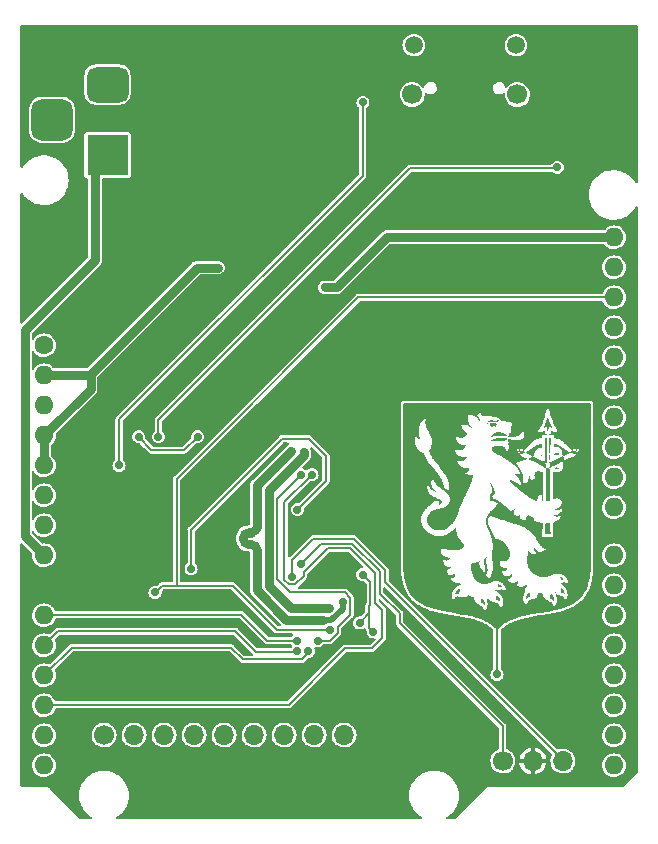
<source format=gbr>
%TF.GenerationSoftware,KiCad,Pcbnew,(6.0.8)*%
%TF.CreationDate,2022-12-17T17:30:56+01:00*%
%TF.ProjectId,anac_2040,616e6163-5f32-4303-9430-2e6b69636164,rev?*%
%TF.SameCoordinates,Original*%
%TF.FileFunction,Copper,L2,Bot*%
%TF.FilePolarity,Positive*%
%FSLAX46Y46*%
G04 Gerber Fmt 4.6, Leading zero omitted, Abs format (unit mm)*
G04 Created by KiCad (PCBNEW (6.0.8)) date 2022-12-17 17:30:56*
%MOMM*%
%LPD*%
G01*
G04 APERTURE LIST*
G04 Aperture macros list*
%AMRoundRect*
0 Rectangle with rounded corners*
0 $1 Rounding radius*
0 $2 $3 $4 $5 $6 $7 $8 $9 X,Y pos of 4 corners*
0 Add a 4 corners polygon primitive as box body*
4,1,4,$2,$3,$4,$5,$6,$7,$8,$9,$2,$3,0*
0 Add four circle primitives for the rounded corners*
1,1,$1+$1,$2,$3*
1,1,$1+$1,$4,$5*
1,1,$1+$1,$6,$7*
1,1,$1+$1,$8,$9*
0 Add four rect primitives between the rounded corners*
20,1,$1+$1,$2,$3,$4,$5,0*
20,1,$1+$1,$4,$5,$6,$7,0*
20,1,$1+$1,$6,$7,$8,$9,0*
20,1,$1+$1,$8,$9,$2,$3,0*%
G04 Aperture macros list end*
%TA.AperFunction,NonConductor*%
%ADD10C,0.000000*%
%TD*%
%TA.AperFunction,ComponentPad*%
%ADD11C,1.500000*%
%TD*%
%TA.AperFunction,ComponentPad*%
%ADD12C,1.700000*%
%TD*%
%TA.AperFunction,ComponentPad*%
%ADD13O,1.700000X1.700000*%
%TD*%
%TA.AperFunction,ComponentPad*%
%ADD14R,3.500000X3.500000*%
%TD*%
%TA.AperFunction,ComponentPad*%
%ADD15RoundRect,0.750000X-1.000000X0.750000X-1.000000X-0.750000X1.000000X-0.750000X1.000000X0.750000X0*%
%TD*%
%TA.AperFunction,ComponentPad*%
%ADD16RoundRect,0.875000X-0.875000X0.875000X-0.875000X-0.875000X0.875000X-0.875000X0.875000X0.875000X0*%
%TD*%
%TA.AperFunction,ComponentPad*%
%ADD17C,1.600000*%
%TD*%
%TA.AperFunction,ComponentPad*%
%ADD18O,1.600000X1.600000*%
%TD*%
%TA.AperFunction,ViaPad*%
%ADD19C,0.700000*%
%TD*%
%TA.AperFunction,Conductor*%
%ADD20C,0.750000*%
%TD*%
%TA.AperFunction,Conductor*%
%ADD21C,0.200000*%
%TD*%
%TA.AperFunction,Conductor*%
%ADD22C,0.500000*%
%TD*%
%TA.AperFunction,Conductor*%
%ADD23C,0.800000*%
%TD*%
G04 APERTURE END LIST*
D10*
G36*
X173787777Y-90267790D02*
G01*
X173756504Y-91330185D01*
X173754955Y-91384121D01*
X173724912Y-91388407D01*
X173719037Y-91389398D01*
X173713210Y-91390685D01*
X173707451Y-91392255D01*
X173701778Y-91394098D01*
X173696209Y-91396203D01*
X173690762Y-91398561D01*
X173685455Y-91401160D01*
X173680307Y-91403989D01*
X173675337Y-91407039D01*
X173670562Y-91410297D01*
X173666001Y-91413755D01*
X173661673Y-91417400D01*
X173657594Y-91421223D01*
X173653785Y-91425213D01*
X173650262Y-91429359D01*
X173647045Y-91433651D01*
X173645511Y-91434946D01*
X173644147Y-91433776D01*
X173641888Y-91421466D01*
X173638978Y-91338971D01*
X173637691Y-91145026D01*
X173637400Y-90798492D01*
X173637400Y-90149601D01*
X173670778Y-90145910D01*
X173685977Y-90144320D01*
X173702717Y-90142711D01*
X173718965Y-90141272D01*
X173732691Y-90140195D01*
X173776584Y-90137060D01*
X173791865Y-90135949D01*
X173787777Y-90267790D01*
G37*
G36*
X167940864Y-103726387D02*
G01*
X167942420Y-103726701D01*
X167944069Y-103727220D01*
X167945821Y-103727941D01*
X167947686Y-103728863D01*
X167949676Y-103729985D01*
X167951799Y-103731305D01*
X167956491Y-103734532D01*
X167961844Y-103738531D01*
X167974868Y-103748801D01*
X167997331Y-103767946D01*
X168018762Y-103788675D01*
X168039116Y-103810895D01*
X168058348Y-103834508D01*
X168076412Y-103859422D01*
X168093264Y-103885539D01*
X168108858Y-103912766D01*
X168123150Y-103941007D01*
X168136094Y-103970167D01*
X168147645Y-104000151D01*
X168157757Y-104030864D01*
X168166387Y-104062210D01*
X168173488Y-104094095D01*
X168179016Y-104126424D01*
X168182926Y-104159100D01*
X168185172Y-104192031D01*
X168186655Y-104229028D01*
X168187065Y-104243819D01*
X168187162Y-104256276D01*
X168187072Y-104261662D01*
X168186877Y-104266503D01*
X168186569Y-104270812D01*
X168186139Y-104274603D01*
X168185578Y-104277889D01*
X168184879Y-104280681D01*
X168184032Y-104282994D01*
X168183029Y-104284839D01*
X168182466Y-104285591D01*
X168181860Y-104286231D01*
X168181211Y-104286761D01*
X168180518Y-104287182D01*
X168179779Y-104287496D01*
X168178993Y-104287705D01*
X168178159Y-104287810D01*
X168177277Y-104287813D01*
X168175361Y-104287518D01*
X168173237Y-104286835D01*
X168170895Y-104285775D01*
X168168328Y-104284352D01*
X168165526Y-104282578D01*
X168162481Y-104280468D01*
X168155627Y-104275286D01*
X168147696Y-104268910D01*
X168138618Y-104261444D01*
X168126261Y-104251745D01*
X168112621Y-104241931D01*
X168097912Y-104232104D01*
X168082346Y-104222366D01*
X168066136Y-104212819D01*
X168049495Y-104203566D01*
X168032636Y-104194709D01*
X168015771Y-104186350D01*
X167999112Y-104178591D01*
X167982874Y-104171535D01*
X167967268Y-104165284D01*
X167952507Y-104159940D01*
X167938804Y-104155606D01*
X167926371Y-104152384D01*
X167915422Y-104150375D01*
X167906169Y-104149683D01*
X167902061Y-104148858D01*
X167898262Y-104146439D01*
X167894772Y-104142513D01*
X167891587Y-104137164D01*
X167886123Y-104122542D01*
X167881852Y-104103259D01*
X167878756Y-104079997D01*
X167876816Y-104053443D01*
X167876013Y-104024281D01*
X167876329Y-103993195D01*
X167877744Y-103960871D01*
X167880241Y-103927991D01*
X167883801Y-103895242D01*
X167888404Y-103863308D01*
X167894033Y-103832873D01*
X167900668Y-103804623D01*
X167908292Y-103779240D01*
X167916884Y-103757411D01*
X167920113Y-103750391D01*
X167923006Y-103744293D01*
X167925648Y-103739104D01*
X167926900Y-103736848D01*
X167928121Y-103734814D01*
X167929320Y-103733001D01*
X167930509Y-103731408D01*
X167931696Y-103730033D01*
X167932894Y-103728875D01*
X167934111Y-103727932D01*
X167935359Y-103727202D01*
X167936648Y-103726684D01*
X167937988Y-103726377D01*
X167939390Y-103726278D01*
X167940864Y-103726387D01*
G37*
G36*
X174524337Y-101904442D02*
G01*
X174545971Y-101908831D01*
X174567318Y-101914082D01*
X174588383Y-101920200D01*
X174609173Y-101927187D01*
X174629695Y-101935047D01*
X174649955Y-101943786D01*
X174669961Y-101953405D01*
X174689719Y-101963910D01*
X174709236Y-101975303D01*
X174728517Y-101987589D01*
X174747571Y-102000771D01*
X174766404Y-102014853D01*
X174785021Y-102029839D01*
X174803431Y-102045733D01*
X174821640Y-102062538D01*
X174839654Y-102080259D01*
X174861490Y-102102556D01*
X174870131Y-102111608D01*
X174877282Y-102119390D01*
X174882963Y-102125997D01*
X174885258Y-102128891D01*
X174887194Y-102131526D01*
X174888773Y-102133917D01*
X174889997Y-102136074D01*
X174890869Y-102138009D01*
X174891392Y-102139735D01*
X174891568Y-102141263D01*
X174891399Y-102142606D01*
X174890889Y-102143775D01*
X174890040Y-102144783D01*
X174888854Y-102145641D01*
X174887334Y-102146361D01*
X174885483Y-102146956D01*
X174883304Y-102147437D01*
X174880797Y-102147817D01*
X174877968Y-102148107D01*
X174871348Y-102148467D01*
X174863464Y-102148613D01*
X174854338Y-102148640D01*
X174845127Y-102148792D01*
X174835526Y-102149239D01*
X174825592Y-102149971D01*
X174815381Y-102150976D01*
X174794360Y-102153763D01*
X174772920Y-102157510D01*
X174751516Y-102162128D01*
X174730606Y-102167526D01*
X174720480Y-102170491D01*
X174710647Y-102173618D01*
X174701167Y-102176895D01*
X174692096Y-102180311D01*
X174685333Y-102182940D01*
X174678981Y-102185317D01*
X174673181Y-102187398D01*
X174668075Y-102189136D01*
X174663807Y-102190486D01*
X174662031Y-102191000D01*
X174660518Y-102191400D01*
X174659286Y-102191680D01*
X174658352Y-102191834D01*
X174657733Y-102191856D01*
X174657548Y-102191816D01*
X174657449Y-102191741D01*
X174656986Y-102190600D01*
X174656109Y-102188030D01*
X174653307Y-102179264D01*
X174644908Y-102151815D01*
X174640699Y-102138479D01*
X174636038Y-102125119D01*
X174630908Y-102111705D01*
X174625289Y-102098204D01*
X174619166Y-102084585D01*
X174612519Y-102070815D01*
X174605331Y-102056864D01*
X174597585Y-102042700D01*
X174589263Y-102028290D01*
X174580347Y-102013603D01*
X174570819Y-101998608D01*
X174560661Y-101983273D01*
X174538387Y-101951456D01*
X174513383Y-101917897D01*
X174499652Y-101899959D01*
X174524337Y-101904442D01*
G37*
G36*
X171943942Y-103230251D02*
G01*
X171945319Y-103230447D01*
X171946644Y-103230819D01*
X171947925Y-103231370D01*
X171949170Y-103232101D01*
X171950387Y-103233014D01*
X171951583Y-103234110D01*
X171952766Y-103235392D01*
X171953944Y-103236859D01*
X171955125Y-103238516D01*
X171956317Y-103240362D01*
X171957526Y-103242399D01*
X171960032Y-103247056D01*
X171962704Y-103252498D01*
X171965605Y-103258740D01*
X171972994Y-103276974D01*
X171979781Y-103297751D01*
X171985937Y-103320681D01*
X171991431Y-103345374D01*
X171996234Y-103371442D01*
X172000315Y-103398493D01*
X172003643Y-103426138D01*
X172006189Y-103453987D01*
X172007923Y-103481651D01*
X172008814Y-103508739D01*
X172008832Y-103534862D01*
X172007947Y-103559630D01*
X172006130Y-103582654D01*
X172003348Y-103603543D01*
X171999573Y-103621907D01*
X171994775Y-103637357D01*
X171994372Y-103638181D01*
X171993796Y-103639035D01*
X171992156Y-103640819D01*
X171989926Y-103642681D01*
X171987175Y-103644589D01*
X171983975Y-103646516D01*
X171980395Y-103648432D01*
X171976505Y-103650307D01*
X171972376Y-103652112D01*
X171968079Y-103653817D01*
X171963683Y-103655393D01*
X171959258Y-103656811D01*
X171954876Y-103658042D01*
X171950606Y-103659054D01*
X171946519Y-103659821D01*
X171942684Y-103660311D01*
X171939173Y-103660496D01*
X171932014Y-103661351D01*
X171922813Y-103663745D01*
X171911831Y-103667533D01*
X171899331Y-103672571D01*
X171885575Y-103678714D01*
X171870825Y-103685817D01*
X171855344Y-103693736D01*
X171839393Y-103702326D01*
X171807133Y-103720941D01*
X171791349Y-103730677D01*
X171776144Y-103740506D01*
X171761781Y-103750282D01*
X171748523Y-103759861D01*
X171736631Y-103769100D01*
X171726367Y-103777852D01*
X171700888Y-103800869D01*
X171696284Y-103764119D01*
X171694765Y-103747642D01*
X171694111Y-103729819D01*
X171694287Y-103710843D01*
X171695256Y-103690908D01*
X171696982Y-103670211D01*
X171699428Y-103648943D01*
X171702558Y-103627301D01*
X171706336Y-103605479D01*
X171710724Y-103583670D01*
X171715688Y-103562070D01*
X171721189Y-103540873D01*
X171727193Y-103520272D01*
X171733662Y-103500464D01*
X171740560Y-103481641D01*
X171747851Y-103463998D01*
X171755498Y-103447731D01*
X171762239Y-103434982D01*
X171769964Y-103421519D01*
X171778550Y-103407501D01*
X171787872Y-103393088D01*
X171797805Y-103378439D01*
X171808225Y-103363714D01*
X171819007Y-103349073D01*
X171830027Y-103334676D01*
X171841160Y-103320682D01*
X171852281Y-103307251D01*
X171863266Y-103294542D01*
X171873990Y-103282716D01*
X171884329Y-103271932D01*
X171894158Y-103262349D01*
X171903353Y-103254128D01*
X171911788Y-103247428D01*
X171917793Y-103243059D01*
X171923156Y-103239305D01*
X171927938Y-103236180D01*
X171930131Y-103234857D01*
X171932202Y-103233697D01*
X171934159Y-103232700D01*
X171936010Y-103231869D01*
X171937762Y-103231205D01*
X171939424Y-103230710D01*
X171941002Y-103230384D01*
X171942506Y-103230231D01*
X171943942Y-103230251D01*
G37*
G36*
X173345587Y-92684076D02*
G01*
X173351014Y-92686212D01*
X173369049Y-92694056D01*
X173394428Y-92705666D01*
X173424477Y-92719843D01*
X173440481Y-92727349D01*
X173455353Y-92733979D01*
X173469188Y-92739746D01*
X173482079Y-92744661D01*
X173494123Y-92748736D01*
X173505413Y-92751984D01*
X173516045Y-92754415D01*
X173521143Y-92755329D01*
X173526112Y-92756043D01*
X173530964Y-92756559D01*
X173535710Y-92756879D01*
X173540363Y-92757003D01*
X173544934Y-92756934D01*
X173549435Y-92756673D01*
X173553878Y-92756222D01*
X173558274Y-92755581D01*
X173562637Y-92754753D01*
X173566976Y-92753738D01*
X173571305Y-92752539D01*
X173579977Y-92749593D01*
X173588748Y-92745927D01*
X173597713Y-92741552D01*
X173624701Y-92727543D01*
X173624701Y-92746949D01*
X173624883Y-92752898D01*
X173625439Y-92758739D01*
X173626385Y-92764498D01*
X173627739Y-92770206D01*
X173629516Y-92775888D01*
X173631733Y-92781575D01*
X173634405Y-92787293D01*
X173637549Y-92793071D01*
X173641182Y-92798937D01*
X173645319Y-92804919D01*
X173649977Y-92811045D01*
X173655173Y-92817343D01*
X173660921Y-92823842D01*
X173667240Y-92830569D01*
X173674144Y-92837552D01*
X173681651Y-92844819D01*
X173721300Y-92882403D01*
X173713958Y-93397309D01*
X173707975Y-93999879D01*
X173703838Y-94725530D01*
X173701019Y-95538807D01*
X173569177Y-95537576D01*
X173515124Y-95536673D01*
X173465454Y-95535170D01*
X173443981Y-95534258D01*
X173425666Y-95533273D01*
X173411196Y-95532241D01*
X173401259Y-95531187D01*
X173365183Y-95526107D01*
X173361692Y-94674849D01*
X173353426Y-93516416D01*
X173347739Y-93076285D01*
X173341768Y-92799258D01*
X173341091Y-92775977D01*
X173340661Y-92754255D01*
X173340473Y-92734568D01*
X173340524Y-92717392D01*
X173340806Y-92703205D01*
X173341317Y-92692481D01*
X173341655Y-92688567D01*
X173342049Y-92685698D01*
X173342497Y-92683932D01*
X173342741Y-92683482D01*
X173342999Y-92683331D01*
X173345587Y-92684076D01*
G37*
G36*
X173735190Y-97430273D02*
G01*
X173736884Y-97461895D01*
X173738822Y-97509266D01*
X173740761Y-97565976D01*
X173742454Y-97625614D01*
X173747731Y-97800279D01*
X173755272Y-98019474D01*
X173761717Y-98205221D01*
X173763694Y-98268377D01*
X173764440Y-98299469D01*
X173764480Y-98328520D01*
X173693003Y-98316653D01*
X173675280Y-98313956D01*
X173656614Y-98311585D01*
X173637143Y-98309550D01*
X173617006Y-98307863D01*
X173596344Y-98306532D01*
X173575293Y-98305570D01*
X173553994Y-98304984D01*
X173532586Y-98304787D01*
X173511191Y-98304984D01*
X173489902Y-98305570D01*
X173468858Y-98306532D01*
X173448200Y-98307863D01*
X173428066Y-98309550D01*
X173408597Y-98311585D01*
X173389931Y-98313956D01*
X173372209Y-98316653D01*
X173300731Y-98328520D01*
X173300811Y-98293078D01*
X173301313Y-98268320D01*
X173302626Y-98227044D01*
X173306883Y-98117938D01*
X173313065Y-97950179D01*
X173319543Y-97743129D01*
X173325358Y-97558002D01*
X173327993Y-97486797D01*
X173329981Y-97442974D01*
X173333712Y-97377845D01*
X173731579Y-97377845D01*
X173735190Y-97430273D01*
G37*
G36*
X173318194Y-90139203D02*
G01*
X173358278Y-90142755D01*
X173394433Y-90146188D01*
X173427771Y-90149601D01*
X173427771Y-91213187D01*
X173426789Y-91964337D01*
X173425728Y-92192846D01*
X173424437Y-92276772D01*
X173423866Y-92276655D01*
X173422855Y-92276311D01*
X173419611Y-92274991D01*
X173408925Y-92270144D01*
X173393959Y-92262975D01*
X173376296Y-92254229D01*
X173331489Y-92231647D01*
X173336132Y-92455365D01*
X173337400Y-92519677D01*
X173337864Y-92546724D01*
X173338209Y-92570604D01*
X173338433Y-92591496D01*
X173338532Y-92609580D01*
X173338502Y-92625036D01*
X173338340Y-92638042D01*
X173338043Y-92648778D01*
X173337608Y-92657423D01*
X173337337Y-92661018D01*
X173337030Y-92664157D01*
X173336686Y-92666863D01*
X173336306Y-92669159D01*
X173335889Y-92671066D01*
X173335433Y-92672608D01*
X173334940Y-92673806D01*
X173334408Y-92674684D01*
X173333837Y-92675263D01*
X173333227Y-92675565D01*
X173332577Y-92675615D01*
X173331887Y-92675432D01*
X172589253Y-92321103D01*
X171814236Y-91951572D01*
X171772961Y-91932721D01*
X172020691Y-91837828D01*
X172277985Y-91739324D01*
X172278522Y-91739084D01*
X172278965Y-91738812D01*
X172279313Y-91738508D01*
X172279568Y-91738172D01*
X172279729Y-91737803D01*
X172279797Y-91737403D01*
X172279772Y-91736971D01*
X172279653Y-91736508D01*
X172279137Y-91735487D01*
X172278251Y-91734341D01*
X172276997Y-91733071D01*
X172275375Y-91731679D01*
X172273388Y-91730165D01*
X172271037Y-91728532D01*
X172268323Y-91726779D01*
X172265249Y-91724908D01*
X172261815Y-91722920D01*
X172258023Y-91720816D01*
X172249370Y-91716265D01*
X172015124Y-91603101D01*
X171687475Y-91446867D01*
X171614687Y-91412457D01*
X171690649Y-91370785D01*
X171746773Y-91339224D01*
X171802160Y-91306433D01*
X171858119Y-91271537D01*
X171915955Y-91233660D01*
X171976977Y-91191927D01*
X172042490Y-91145462D01*
X172113802Y-91093388D01*
X172192220Y-91034831D01*
X172248007Y-90993655D01*
X172302005Y-90955585D01*
X172354371Y-90920555D01*
X172405260Y-90888499D01*
X172454830Y-90859351D01*
X172503237Y-90833044D01*
X172550637Y-90809514D01*
X172597186Y-90788694D01*
X172643041Y-90770518D01*
X172688357Y-90754920D01*
X172733292Y-90741834D01*
X172778001Y-90731194D01*
X172822642Y-90722934D01*
X172867369Y-90716988D01*
X172912341Y-90713290D01*
X172957712Y-90711775D01*
X173049787Y-90710862D01*
X173054471Y-90869255D01*
X173056159Y-90930881D01*
X173057289Y-90981595D01*
X173057764Y-91016154D01*
X173057725Y-91025736D01*
X173057632Y-91028317D01*
X173057487Y-91029314D01*
X173057072Y-91029415D01*
X173056185Y-91029380D01*
X173053097Y-91028924D01*
X173048425Y-91027993D01*
X173042371Y-91026635D01*
X173026919Y-91022829D01*
X173008353Y-91017884D01*
X172980035Y-91010829D01*
X172952214Y-91005432D01*
X172924890Y-91001695D01*
X172898062Y-90999618D01*
X172871729Y-90999202D01*
X172845889Y-91000449D01*
X172820542Y-91003358D01*
X172795687Y-91007931D01*
X172771322Y-91014170D01*
X172747446Y-91022074D01*
X172724059Y-91031645D01*
X172701160Y-91042883D01*
X172678747Y-91055790D01*
X172656819Y-91070367D01*
X172635376Y-91086614D01*
X172614415Y-91104532D01*
X172593938Y-91124123D01*
X172573941Y-91145386D01*
X172554425Y-91168324D01*
X172535388Y-91192936D01*
X172498747Y-91247190D01*
X172464011Y-91308155D01*
X172431171Y-91375838D01*
X172400219Y-91450246D01*
X172371147Y-91531388D01*
X172343946Y-91619269D01*
X172337879Y-91639846D01*
X172331843Y-91659340D01*
X172325995Y-91677302D01*
X172320495Y-91693286D01*
X172315503Y-91706844D01*
X172313247Y-91712574D01*
X172311179Y-91717529D01*
X172309317Y-91721654D01*
X172307681Y-91724893D01*
X172306293Y-91727190D01*
X172305697Y-91727968D01*
X172305171Y-91728489D01*
X172303931Y-91729688D01*
X172303207Y-91730955D01*
X172303046Y-91732321D01*
X172303497Y-91733817D01*
X172304608Y-91735475D01*
X172306426Y-91737327D01*
X172309000Y-91739403D01*
X172312379Y-91741735D01*
X172316610Y-91744354D01*
X172321742Y-91747293D01*
X172334901Y-91754251D01*
X172352241Y-91762862D01*
X172374148Y-91773376D01*
X172889530Y-92019279D01*
X173059358Y-92100045D01*
X173198829Y-92165791D01*
X173293525Y-92209755D01*
X173319577Y-92221457D01*
X173329029Y-92225178D01*
X173329433Y-92219860D01*
X173329581Y-92205627D01*
X173329158Y-92154316D01*
X173325774Y-91987609D01*
X173306278Y-91243815D01*
X173287794Y-90606047D01*
X173279018Y-90311313D01*
X173275332Y-90169127D01*
X173275332Y-90135631D01*
X173318194Y-90139203D01*
G37*
G36*
X161303399Y-87278608D02*
G01*
X161305757Y-87274412D01*
X161308488Y-87270125D01*
X161311554Y-87265782D01*
X161314916Y-87261421D01*
X161318536Y-87257077D01*
X161322375Y-87252787D01*
X161326394Y-87248588D01*
X161330556Y-87244516D01*
X161334820Y-87240608D01*
X161339149Y-87236900D01*
X161343504Y-87233429D01*
X161347847Y-87230231D01*
X161352138Y-87227343D01*
X161356340Y-87224801D01*
X161360413Y-87222642D01*
X161364320Y-87220902D01*
X177101444Y-87222371D01*
X177106621Y-87224818D01*
X177111877Y-87227836D01*
X177117163Y-87231367D01*
X177122431Y-87235353D01*
X177127630Y-87239738D01*
X177132711Y-87244463D01*
X177137625Y-87249472D01*
X177142323Y-87254706D01*
X177146754Y-87260109D01*
X177150870Y-87265622D01*
X177154621Y-87271189D01*
X177157958Y-87276752D01*
X177160831Y-87282254D01*
X177163191Y-87287637D01*
X177164989Y-87292844D01*
X177165661Y-87295363D01*
X177166175Y-87297816D01*
X177158039Y-101468912D01*
X177138931Y-101661142D01*
X177130202Y-101740380D01*
X177121646Y-101811361D01*
X177112978Y-101876331D01*
X177103915Y-101937537D01*
X177094172Y-101997223D01*
X177083467Y-102057636D01*
X177032586Y-102298300D01*
X176970378Y-102526964D01*
X176896651Y-102743839D01*
X176811215Y-102949138D01*
X176713879Y-103143073D01*
X176604452Y-103325855D01*
X176545144Y-103413130D01*
X176482741Y-103497696D01*
X176417221Y-103579580D01*
X176348557Y-103658809D01*
X176276728Y-103735409D01*
X176201709Y-103809405D01*
X176042004Y-103949697D01*
X175869253Y-104079896D01*
X175683263Y-104200215D01*
X175483844Y-104310864D01*
X175270805Y-104412057D01*
X175043955Y-104504005D01*
X174803102Y-104586920D01*
X174625936Y-104640881D01*
X174448338Y-104689911D01*
X174259308Y-104736271D01*
X174047844Y-104782223D01*
X173802943Y-104830028D01*
X173513605Y-104881946D01*
X172757608Y-105007171D01*
X172307017Y-105081934D01*
X172116226Y-105115734D01*
X171943528Y-105148097D01*
X171785240Y-105179737D01*
X171637680Y-105211366D01*
X171497166Y-105243697D01*
X171360013Y-105277443D01*
X171199344Y-105320060D01*
X171044166Y-105365004D01*
X170894370Y-105412330D01*
X170749850Y-105462092D01*
X170610496Y-105514344D01*
X170476201Y-105569140D01*
X170346857Y-105626535D01*
X170222356Y-105686582D01*
X170102590Y-105749336D01*
X169987452Y-105814851D01*
X169876832Y-105883181D01*
X169770624Y-105954381D01*
X169668718Y-106028504D01*
X169571009Y-106105605D01*
X169477386Y-106185738D01*
X169387743Y-106268957D01*
X169362567Y-106292900D01*
X169339672Y-106313650D01*
X169318731Y-106331208D01*
X169308892Y-106338790D01*
X169299420Y-106345574D01*
X169290272Y-106351559D01*
X169281410Y-106356747D01*
X169272792Y-106361137D01*
X169264378Y-106364728D01*
X169256126Y-106367521D01*
X169247996Y-106369516D01*
X169239948Y-106370714D01*
X169231940Y-106371113D01*
X169223931Y-106370714D01*
X169215882Y-106369516D01*
X169207751Y-106367521D01*
X169199498Y-106364728D01*
X169191081Y-106361137D01*
X169182461Y-106356747D01*
X169173595Y-106351559D01*
X169164445Y-106345574D01*
X169154968Y-106338790D01*
X169145124Y-106331208D01*
X169124173Y-106313650D01*
X169101266Y-106292900D01*
X169076077Y-106268957D01*
X168981841Y-106181662D01*
X168883333Y-106097802D01*
X168780412Y-106017310D01*
X168672938Y-105940117D01*
X168560769Y-105866154D01*
X168443764Y-105795353D01*
X168321782Y-105727643D01*
X168194682Y-105662958D01*
X168062323Y-105601228D01*
X167924565Y-105542384D01*
X167781266Y-105486358D01*
X167632286Y-105433082D01*
X167477483Y-105382485D01*
X167316716Y-105334500D01*
X167149844Y-105289058D01*
X166976727Y-105246090D01*
X166697936Y-105183215D01*
X166387140Y-105122747D01*
X165944734Y-105046629D01*
X165271117Y-104936805D01*
X165015834Y-104894499D01*
X164783775Y-104853598D01*
X164571778Y-104813420D01*
X164376680Y-104773288D01*
X164195319Y-104732522D01*
X164024533Y-104690441D01*
X163861158Y-104646368D01*
X163702032Y-104599621D01*
X163418945Y-104503919D01*
X163154729Y-104395469D01*
X162909140Y-104273943D01*
X162681935Y-104139011D01*
X162472871Y-103990346D01*
X162375065Y-103910761D01*
X162281704Y-103827618D01*
X162192755Y-103740878D01*
X162108190Y-103650499D01*
X162027977Y-103556440D01*
X161952087Y-103458660D01*
X161880488Y-103357118D01*
X161813150Y-103251772D01*
X161750043Y-103142582D01*
X161691137Y-103029507D01*
X161585804Y-102791535D01*
X161496908Y-102537528D01*
X161424204Y-102267157D01*
X161367451Y-101980093D01*
X161326404Y-101676008D01*
X161300820Y-101354573D01*
X161301611Y-97039477D01*
X162799999Y-97039477D01*
X162800042Y-97097066D01*
X162803024Y-97154598D01*
X162808905Y-97211996D01*
X162817647Y-97269180D01*
X162829212Y-97326071D01*
X162843561Y-97382592D01*
X162860656Y-97438664D01*
X162880457Y-97494207D01*
X162902927Y-97549144D01*
X162928027Y-97603395D01*
X162955718Y-97656882D01*
X162985963Y-97709527D01*
X163018722Y-97761250D01*
X163053956Y-97811973D01*
X163091628Y-97861618D01*
X163131699Y-97910105D01*
X163174131Y-97957357D01*
X163218884Y-98003294D01*
X163265921Y-98047838D01*
X163315202Y-98090911D01*
X163366690Y-98132433D01*
X163420346Y-98172326D01*
X163476131Y-98210511D01*
X163534006Y-98246910D01*
X163593934Y-98281444D01*
X163655876Y-98314035D01*
X163717931Y-98343697D01*
X163780172Y-98370484D01*
X163842579Y-98394400D01*
X163905135Y-98415449D01*
X163967822Y-98433636D01*
X164030621Y-98448963D01*
X164093515Y-98461437D01*
X164156485Y-98471060D01*
X164219514Y-98477837D01*
X164282582Y-98481772D01*
X164345673Y-98482870D01*
X164408767Y-98481134D01*
X164471847Y-98476568D01*
X164534896Y-98469177D01*
X164597893Y-98458965D01*
X164660823Y-98445935D01*
X164723666Y-98430093D01*
X164786404Y-98411443D01*
X164849020Y-98389987D01*
X164911494Y-98365732D01*
X165035949Y-98308836D01*
X165159624Y-98240788D01*
X165282373Y-98161622D01*
X165404053Y-98071371D01*
X165524518Y-97970068D01*
X165643624Y-97857746D01*
X165771497Y-97730429D01*
X165775228Y-97851119D01*
X165778613Y-97927495D01*
X165784063Y-98000319D01*
X165791713Y-98069941D01*
X165801694Y-98136711D01*
X165814140Y-98200979D01*
X165829183Y-98263095D01*
X165846958Y-98323410D01*
X165867596Y-98382272D01*
X165891230Y-98440033D01*
X165917994Y-98497041D01*
X165948020Y-98553649D01*
X165981442Y-98610204D01*
X166018393Y-98667058D01*
X166059004Y-98724560D01*
X166103410Y-98783061D01*
X166151743Y-98842910D01*
X166212400Y-98917533D01*
X166239852Y-98952603D01*
X166265393Y-98986243D01*
X166289029Y-99018503D01*
X166310764Y-99049431D01*
X166330604Y-99079076D01*
X166348554Y-99107488D01*
X166364619Y-99134715D01*
X166378805Y-99160806D01*
X166391115Y-99185810D01*
X166401556Y-99209775D01*
X166410133Y-99232752D01*
X166416851Y-99254788D01*
X166421714Y-99275933D01*
X166424729Y-99296235D01*
X166425900Y-99315744D01*
X166425232Y-99334508D01*
X166422731Y-99352576D01*
X166418402Y-99369998D01*
X166412250Y-99386822D01*
X166404279Y-99403096D01*
X166394496Y-99418871D01*
X166382905Y-99434195D01*
X166369512Y-99449116D01*
X166354321Y-99463684D01*
X166337338Y-99477947D01*
X166318568Y-99491955D01*
X166298016Y-99505756D01*
X166275688Y-99519400D01*
X166251587Y-99532935D01*
X166225721Y-99546410D01*
X166149617Y-99580930D01*
X166068513Y-99610513D01*
X165982680Y-99635163D01*
X165892390Y-99654887D01*
X165797915Y-99669691D01*
X165699525Y-99679581D01*
X165597492Y-99684562D01*
X165492087Y-99684642D01*
X165383583Y-99679824D01*
X165272249Y-99670116D01*
X165158357Y-99655524D01*
X165042180Y-99636053D01*
X164923988Y-99611709D01*
X164804052Y-99582499D01*
X164682644Y-99548427D01*
X164560036Y-99509501D01*
X164539024Y-99502495D01*
X164519347Y-99496035D01*
X164501441Y-99490257D01*
X164485741Y-99485296D01*
X164472683Y-99481290D01*
X164462703Y-99478375D01*
X164456234Y-99476687D01*
X164454453Y-99476346D01*
X164453713Y-99476362D01*
X164454872Y-99488717D01*
X164459742Y-99520933D01*
X164477566Y-99627279D01*
X164501074Y-99760063D01*
X164524159Y-99883951D01*
X164546304Y-99998292D01*
X164610598Y-100060204D01*
X164640968Y-100088347D01*
X164671700Y-100114632D01*
X164702860Y-100139089D01*
X164734516Y-100161746D01*
X164766735Y-100182632D01*
X164799585Y-100201777D01*
X164833133Y-100219210D01*
X164867446Y-100234958D01*
X164902591Y-100249052D01*
X164938636Y-100261520D01*
X164975649Y-100272391D01*
X165013696Y-100281694D01*
X165052844Y-100289458D01*
X165093162Y-100295713D01*
X165134716Y-100300486D01*
X165177574Y-100303807D01*
X165251154Y-100308211D01*
X165238415Y-100340637D01*
X165229694Y-100361464D01*
X165220324Y-100381252D01*
X165210313Y-100399998D01*
X165199672Y-100417701D01*
X165188407Y-100434359D01*
X165176528Y-100449968D01*
X165164043Y-100464528D01*
X165150960Y-100478036D01*
X165137289Y-100490490D01*
X165123039Y-100501887D01*
X165108216Y-100512225D01*
X165092831Y-100521503D01*
X165076892Y-100529718D01*
X165060406Y-100536868D01*
X165043384Y-100542950D01*
X165025834Y-100547964D01*
X165007763Y-100551905D01*
X164989182Y-100554773D01*
X164970097Y-100556565D01*
X164950519Y-100557279D01*
X164930455Y-100556913D01*
X164909914Y-100555464D01*
X164888905Y-100552931D01*
X164867437Y-100549311D01*
X164845517Y-100544602D01*
X164823155Y-100538803D01*
X164777137Y-100523921D01*
X164729453Y-100504649D01*
X164680170Y-100480970D01*
X164678166Y-100479971D01*
X164676236Y-100479071D01*
X164674389Y-100478273D01*
X164672631Y-100477577D01*
X164671788Y-100477269D01*
X164670970Y-100476986D01*
X164670179Y-100476730D01*
X164669414Y-100476500D01*
X164668678Y-100476298D01*
X164667971Y-100476122D01*
X164667293Y-100475973D01*
X164666647Y-100475851D01*
X164666032Y-100475757D01*
X164665451Y-100475691D01*
X164664903Y-100475652D01*
X164664389Y-100475641D01*
X164663912Y-100475659D01*
X164663470Y-100475704D01*
X164663067Y-100475778D01*
X164662702Y-100475881D01*
X164662376Y-100476013D01*
X164662091Y-100476174D01*
X164661847Y-100476363D01*
X164661645Y-100476583D01*
X164661486Y-100476831D01*
X164661372Y-100477110D01*
X164661303Y-100477418D01*
X164661279Y-100477757D01*
X164663533Y-100489571D01*
X164669847Y-100514675D01*
X164691963Y-100595222D01*
X164722241Y-100700340D01*
X164755299Y-100810972D01*
X164797844Y-100950276D01*
X164839555Y-100977263D01*
X164864620Y-100992428D01*
X164891022Y-101006389D01*
X164918667Y-101019129D01*
X164947458Y-101030632D01*
X164977298Y-101040882D01*
X165008093Y-101049860D01*
X165039745Y-101057550D01*
X165072159Y-101063936D01*
X165105238Y-101069001D01*
X165138887Y-101072727D01*
X165173009Y-101075098D01*
X165207509Y-101076098D01*
X165242289Y-101075709D01*
X165277255Y-101073915D01*
X165312310Y-101070699D01*
X165347357Y-101066044D01*
X165368813Y-101062665D01*
X165377271Y-101061367D01*
X165384295Y-101060412D01*
X165389943Y-101059860D01*
X165392270Y-101059755D01*
X165394276Y-101059772D01*
X165395967Y-101059921D01*
X165397351Y-101060209D01*
X165398436Y-101060644D01*
X165399229Y-101061232D01*
X165399737Y-101061982D01*
X165399968Y-101062901D01*
X165399929Y-101063997D01*
X165399627Y-101065278D01*
X165399071Y-101066750D01*
X165398267Y-101068422D01*
X165397223Y-101070301D01*
X165395946Y-101072395D01*
X165392722Y-101077258D01*
X165388657Y-101083072D01*
X165378234Y-101097794D01*
X165356026Y-101128103D01*
X165333419Y-101156158D01*
X165310424Y-101181955D01*
X165287052Y-101205486D01*
X165263317Y-101226745D01*
X165239229Y-101245727D01*
X165214799Y-101262424D01*
X165190041Y-101276830D01*
X165164964Y-101288939D01*
X165152311Y-101294130D01*
X165139582Y-101298745D01*
X165126780Y-101302782D01*
X165113906Y-101306241D01*
X165100961Y-101309121D01*
X165087946Y-101311421D01*
X165074864Y-101313140D01*
X165061716Y-101314278D01*
X165048503Y-101314834D01*
X165035227Y-101314807D01*
X165021889Y-101314196D01*
X165008490Y-101313001D01*
X164995033Y-101311220D01*
X164981518Y-101308853D01*
X164971379Y-101306910D01*
X164961826Y-101305181D01*
X164953075Y-101303697D01*
X164945343Y-101302488D01*
X164938845Y-101301586D01*
X164933800Y-101301023D01*
X164931889Y-101300877D01*
X164930423Y-101300828D01*
X164929428Y-101300879D01*
X164929116Y-101300944D01*
X164928932Y-101301034D01*
X164929971Y-101306771D01*
X164935048Y-101321116D01*
X164955157Y-101370784D01*
X165020054Y-101520060D01*
X165089030Y-101671226D01*
X165114236Y-101723256D01*
X165122627Y-101739138D01*
X165127488Y-101746646D01*
X165131232Y-101749472D01*
X165136418Y-101751949D01*
X165150820Y-101755889D01*
X165170111Y-101758521D01*
X165193705Y-101759905D01*
X165221017Y-101760098D01*
X165251462Y-101759157D01*
X165319412Y-101754107D01*
X165392874Y-101745217D01*
X165467168Y-101732950D01*
X165503164Y-101725694D01*
X165537614Y-101717767D01*
X165569931Y-101709227D01*
X165599531Y-101700132D01*
X165626762Y-101691016D01*
X165637621Y-101687478D01*
X165646822Y-101684670D01*
X165654503Y-101682629D01*
X165657816Y-101681908D01*
X165660799Y-101681392D01*
X165663471Y-101681087D01*
X165665848Y-101680997D01*
X165667946Y-101681126D01*
X165669783Y-101681479D01*
X165671376Y-101682061D01*
X165672743Y-101682877D01*
X165673899Y-101683930D01*
X165674862Y-101685227D01*
X165675649Y-101686770D01*
X165676277Y-101688566D01*
X165676764Y-101690618D01*
X165677125Y-101692932D01*
X165677378Y-101695512D01*
X165677540Y-101698362D01*
X165677660Y-101704892D01*
X165677557Y-101721403D01*
X165677195Y-101739196D01*
X165676201Y-101756489D01*
X165674573Y-101773283D01*
X165672314Y-101789576D01*
X165669425Y-101805368D01*
X165665905Y-101820658D01*
X165661757Y-101835444D01*
X165656980Y-101849726D01*
X165651576Y-101863504D01*
X165645546Y-101876776D01*
X165638890Y-101889541D01*
X165631610Y-101901799D01*
X165623705Y-101913549D01*
X165615178Y-101924790D01*
X165606028Y-101935522D01*
X165596257Y-101945742D01*
X165585866Y-101955451D01*
X165574855Y-101964648D01*
X165563225Y-101973332D01*
X165550978Y-101981501D01*
X165538114Y-101989156D01*
X165524633Y-101996295D01*
X165510537Y-102002918D01*
X165495827Y-102009024D01*
X165480503Y-102014611D01*
X165464566Y-102019679D01*
X165448018Y-102024227D01*
X165430859Y-102028255D01*
X165394710Y-102034745D01*
X165356128Y-102039143D01*
X165300922Y-102043786D01*
X165344182Y-102107324D01*
X165382020Y-102161567D01*
X165417947Y-102210036D01*
X165452429Y-102252947D01*
X165485933Y-102290517D01*
X165518924Y-102322964D01*
X165535372Y-102337334D01*
X165551868Y-102350504D01*
X165568468Y-102362502D01*
X165585231Y-102373354D01*
X165602215Y-102383088D01*
X165619479Y-102391731D01*
X165637081Y-102399310D01*
X165655079Y-102405852D01*
X165673531Y-102411385D01*
X165692495Y-102415934D01*
X165712031Y-102419529D01*
X165732195Y-102422194D01*
X165753046Y-102423959D01*
X165774643Y-102424849D01*
X165820307Y-102424115D01*
X165869651Y-102420209D01*
X165923142Y-102413349D01*
X165981246Y-102403752D01*
X166046571Y-102392003D01*
X166074789Y-102446614D01*
X166080934Y-102458165D01*
X166087323Y-102469532D01*
X166093945Y-102480704D01*
X166100792Y-102491669D01*
X166107854Y-102502414D01*
X166115121Y-102512928D01*
X166122583Y-102523198D01*
X166130233Y-102533212D01*
X166138058Y-102542958D01*
X166146051Y-102552424D01*
X166154202Y-102561598D01*
X166162501Y-102570468D01*
X166170938Y-102579022D01*
X166179505Y-102587248D01*
X166188191Y-102595132D01*
X166196987Y-102602665D01*
X166229332Y-102629533D01*
X166152021Y-102633343D01*
X166125163Y-102635030D01*
X166099626Y-102637405D01*
X166075327Y-102640503D01*
X166052180Y-102644358D01*
X166030101Y-102649005D01*
X166009003Y-102654477D01*
X165988802Y-102660809D01*
X165969414Y-102668035D01*
X165950752Y-102676191D01*
X165932732Y-102685309D01*
X165915269Y-102695425D01*
X165898278Y-102706573D01*
X165881674Y-102718787D01*
X165865371Y-102732101D01*
X165849285Y-102746550D01*
X165833330Y-102762169D01*
X165822072Y-102773346D01*
X165809560Y-102785288D01*
X165796211Y-102797625D01*
X165782441Y-102809988D01*
X165768668Y-102822006D01*
X165755307Y-102833310D01*
X165742777Y-102843531D01*
X165731492Y-102852298D01*
X165689710Y-102885899D01*
X165650606Y-102921772D01*
X165614194Y-102959883D01*
X165580490Y-103000195D01*
X165549509Y-103042673D01*
X165521266Y-103087280D01*
X165495777Y-103133982D01*
X165473057Y-103182742D01*
X165453121Y-103233525D01*
X165435984Y-103286295D01*
X165421661Y-103341016D01*
X165410168Y-103397652D01*
X165401521Y-103456168D01*
X165395733Y-103516527D01*
X165392821Y-103578695D01*
X165392799Y-103642635D01*
X165393646Y-103668736D01*
X165395025Y-103692613D01*
X165396983Y-103714354D01*
X165398193Y-103724452D01*
X165399565Y-103734049D01*
X165401104Y-103743156D01*
X165402815Y-103751786D01*
X165404706Y-103759948D01*
X165406781Y-103767653D01*
X165409046Y-103774914D01*
X165411507Y-103781741D01*
X165414169Y-103788145D01*
X165417038Y-103794138D01*
X165420120Y-103799730D01*
X165423421Y-103804932D01*
X165426945Y-103809757D01*
X165430700Y-103814214D01*
X165434690Y-103818314D01*
X165438921Y-103822070D01*
X165443399Y-103825492D01*
X165448130Y-103828591D01*
X165453119Y-103831379D01*
X165458371Y-103833866D01*
X165463894Y-103836063D01*
X165469691Y-103837982D01*
X165475770Y-103839634D01*
X165482135Y-103841030D01*
X165488793Y-103842181D01*
X165495749Y-103843098D01*
X165507874Y-103844136D01*
X165519350Y-103844433D01*
X165524859Y-103844295D01*
X165530223Y-103843961D01*
X165535447Y-103843428D01*
X165540538Y-103842692D01*
X165545500Y-103841749D01*
X165550340Y-103840597D01*
X165555063Y-103839231D01*
X165559675Y-103837647D01*
X165564181Y-103835844D01*
X165568587Y-103833816D01*
X165572899Y-103831560D01*
X165577123Y-103829073D01*
X165581263Y-103826352D01*
X165585327Y-103823392D01*
X165589319Y-103820190D01*
X165593245Y-103816743D01*
X165597110Y-103813048D01*
X165600921Y-103809099D01*
X165604683Y-103804895D01*
X165608402Y-103800431D01*
X165615733Y-103790710D01*
X165622958Y-103779909D01*
X165630123Y-103767999D01*
X165637274Y-103754952D01*
X165649588Y-103733326D01*
X165663004Y-103713184D01*
X165677487Y-103694542D01*
X165693002Y-103677421D01*
X165709512Y-103661837D01*
X165726983Y-103647809D01*
X165745378Y-103635356D01*
X165764661Y-103624494D01*
X165784798Y-103615244D01*
X165805751Y-103607622D01*
X165827487Y-103601647D01*
X165849968Y-103597338D01*
X165873160Y-103594712D01*
X165897026Y-103593787D01*
X165921530Y-103594582D01*
X165946638Y-103597115D01*
X165958465Y-103598541D01*
X165970562Y-103599714D01*
X165982587Y-103600619D01*
X165994199Y-103601242D01*
X166005058Y-103601567D01*
X166014822Y-103601579D01*
X166023151Y-103601264D01*
X166026671Y-103600979D01*
X166029704Y-103600607D01*
X166033816Y-103600044D01*
X166037736Y-103599645D01*
X166041519Y-103599423D01*
X166045221Y-103599392D01*
X166048900Y-103599565D01*
X166052610Y-103599957D01*
X166056407Y-103600581D01*
X166060348Y-103601450D01*
X166064488Y-103602580D01*
X166068884Y-103603982D01*
X166073592Y-103605671D01*
X166078667Y-103607661D01*
X166084165Y-103609966D01*
X166090143Y-103612598D01*
X166103761Y-103618902D01*
X166141506Y-103635030D01*
X166180200Y-103648136D01*
X166219718Y-103658240D01*
X166259937Y-103665359D01*
X166300733Y-103669512D01*
X166341982Y-103670717D01*
X166383560Y-103668992D01*
X166425344Y-103664355D01*
X166467209Y-103656824D01*
X166509031Y-103646418D01*
X166550687Y-103633154D01*
X166592053Y-103617050D01*
X166633005Y-103598125D01*
X166673418Y-103576398D01*
X166713170Y-103551885D01*
X166752136Y-103524605D01*
X166757758Y-103520478D01*
X166763277Y-103516519D01*
X166768663Y-103512745D01*
X166773885Y-103509175D01*
X166778912Y-103505828D01*
X166783713Y-103502721D01*
X166788257Y-103499874D01*
X166792513Y-103497305D01*
X166796450Y-103495033D01*
X166800039Y-103493074D01*
X166803246Y-103491449D01*
X166806043Y-103490176D01*
X166808397Y-103489273D01*
X166809399Y-103488965D01*
X166810279Y-103488757D01*
X166811033Y-103488651D01*
X166811657Y-103488649D01*
X166812147Y-103488753D01*
X166812500Y-103488966D01*
X166822996Y-103497541D01*
X166837076Y-103506989D01*
X166854370Y-103517158D01*
X166874508Y-103527900D01*
X166921831Y-103550502D01*
X166976082Y-103573595D01*
X167034295Y-103595978D01*
X167093506Y-103616454D01*
X167150751Y-103633822D01*
X167177710Y-103640966D01*
X167203065Y-103646883D01*
X167255730Y-103658193D01*
X167263747Y-103713876D01*
X167271450Y-103758426D01*
X167281452Y-103801592D01*
X167293690Y-103843290D01*
X167308104Y-103883436D01*
X167324632Y-103921945D01*
X167343212Y-103958732D01*
X167363782Y-103993714D01*
X167374795Y-104010502D01*
X167386282Y-104026806D01*
X167398237Y-104042617D01*
X167410650Y-104057924D01*
X167423515Y-104072716D01*
X167436824Y-104086983D01*
X167450569Y-104100714D01*
X167464743Y-104113899D01*
X167479338Y-104126527D01*
X167494345Y-104138588D01*
X167509758Y-104150070D01*
X167525569Y-104160965D01*
X167541770Y-104171260D01*
X167558353Y-104180946D01*
X167575311Y-104190011D01*
X167592636Y-104198446D01*
X167610320Y-104206240D01*
X167628356Y-104213382D01*
X167633508Y-104215344D01*
X167638243Y-104217235D01*
X167642579Y-104219067D01*
X167646531Y-104220850D01*
X167650116Y-104222597D01*
X167653350Y-104224319D01*
X167654841Y-104225174D01*
X167656250Y-104226027D01*
X167657579Y-104226880D01*
X167658831Y-104227734D01*
X167660008Y-104228590D01*
X167661111Y-104229451D01*
X167662142Y-104230316D01*
X167663105Y-104231188D01*
X167664000Y-104232069D01*
X167664830Y-104232959D01*
X167665596Y-104233860D01*
X167666302Y-104234774D01*
X167666948Y-104235702D01*
X167667537Y-104236646D01*
X167668072Y-104237606D01*
X167668553Y-104238585D01*
X167668983Y-104239583D01*
X167669364Y-104240603D01*
X167669699Y-104241645D01*
X167669988Y-104242712D01*
X167673644Y-104254968D01*
X167678351Y-104266861D01*
X167684074Y-104278364D01*
X167690779Y-104289448D01*
X167698430Y-104300083D01*
X167706992Y-104310240D01*
X167716431Y-104319891D01*
X167726712Y-104329007D01*
X167737799Y-104337559D01*
X167749657Y-104345517D01*
X167762252Y-104352854D01*
X167775548Y-104359540D01*
X167789511Y-104365546D01*
X167804105Y-104370843D01*
X167819296Y-104375403D01*
X167835048Y-104379196D01*
X167861608Y-104385632D01*
X167886687Y-104393336D01*
X167910290Y-104402313D01*
X167932424Y-104412571D01*
X167942942Y-104418182D01*
X167953095Y-104424115D01*
X167962884Y-104430371D01*
X167972309Y-104436952D01*
X167981372Y-104443857D01*
X167990072Y-104451088D01*
X167998411Y-104458645D01*
X168006390Y-104466529D01*
X168014009Y-104474740D01*
X168021268Y-104483281D01*
X168028170Y-104492151D01*
X168034714Y-104501351D01*
X168040902Y-104510883D01*
X168046733Y-104520746D01*
X168052209Y-104530942D01*
X168057331Y-104541471D01*
X168066514Y-104563532D01*
X168074289Y-104586937D01*
X168080661Y-104611690D01*
X168085636Y-104637800D01*
X168088280Y-104651724D01*
X168091618Y-104664879D01*
X168095612Y-104677261D01*
X168100224Y-104688863D01*
X168105416Y-104699680D01*
X168111150Y-104709705D01*
X168117387Y-104718933D01*
X168124090Y-104727359D01*
X168131220Y-104734977D01*
X168138740Y-104741780D01*
X168146612Y-104747763D01*
X168154797Y-104752921D01*
X168163257Y-104757248D01*
X168171955Y-104760737D01*
X168180851Y-104763384D01*
X168189910Y-104765182D01*
X168199091Y-104766126D01*
X168208357Y-104766210D01*
X168217670Y-104765428D01*
X168226992Y-104763775D01*
X168236285Y-104761245D01*
X168245511Y-104757832D01*
X168254632Y-104753530D01*
X168263610Y-104748333D01*
X168272406Y-104742237D01*
X168280983Y-104735234D01*
X168289302Y-104727320D01*
X168297326Y-104718489D01*
X168305016Y-104708735D01*
X168312335Y-104698052D01*
X168319244Y-104686434D01*
X168325705Y-104673876D01*
X168343423Y-104634434D01*
X168359464Y-104593892D01*
X168373813Y-104552399D01*
X168386452Y-104510100D01*
X168397367Y-104467142D01*
X168406541Y-104423673D01*
X168413960Y-104379837D01*
X168419606Y-104335783D01*
X168423464Y-104291657D01*
X168425519Y-104247606D01*
X168425755Y-104203776D01*
X168424155Y-104160313D01*
X168420704Y-104117366D01*
X168415387Y-104075079D01*
X168408186Y-104033601D01*
X168399088Y-103993077D01*
X168394073Y-103972831D01*
X168392070Y-103964405D01*
X168390392Y-103956978D01*
X168389032Y-103950447D01*
X168387983Y-103944713D01*
X168387573Y-103942113D01*
X168387238Y-103939675D01*
X168386977Y-103937386D01*
X168386789Y-103935232D01*
X168386674Y-103933203D01*
X168386629Y-103931285D01*
X168386655Y-103929465D01*
X168386751Y-103927731D01*
X168386914Y-103926071D01*
X168387146Y-103924472D01*
X168387444Y-103922920D01*
X168387808Y-103921405D01*
X168388237Y-103919913D01*
X168388729Y-103918431D01*
X168389285Y-103916947D01*
X168389903Y-103915449D01*
X168391320Y-103912358D01*
X168392975Y-103909058D01*
X168398366Y-103897189D01*
X168403457Y-103883141D01*
X168408219Y-103867197D01*
X168412619Y-103849640D01*
X168416626Y-103830753D01*
X168420208Y-103810818D01*
X168423333Y-103790119D01*
X168425971Y-103768937D01*
X168428089Y-103747555D01*
X168429656Y-103726257D01*
X168430640Y-103705324D01*
X168431011Y-103685041D01*
X168430735Y-103665688D01*
X168429782Y-103647550D01*
X168428120Y-103630908D01*
X168425718Y-103616046D01*
X168425350Y-103613813D01*
X168425282Y-103612274D01*
X168425360Y-103611762D01*
X168425511Y-103611420D01*
X168425735Y-103611247D01*
X168426030Y-103611241D01*
X168426834Y-103611730D01*
X168427917Y-103612877D01*
X168429273Y-103614674D01*
X168430897Y-103617112D01*
X168434926Y-103623875D01*
X168439961Y-103633096D01*
X168445955Y-103644704D01*
X168452864Y-103658631D01*
X168475798Y-103703034D01*
X168500048Y-103744968D01*
X168525583Y-103784405D01*
X168552370Y-103821322D01*
X168580378Y-103855693D01*
X168609574Y-103887493D01*
X168639927Y-103916697D01*
X168671403Y-103943279D01*
X168703972Y-103967215D01*
X168737600Y-103988480D01*
X168772256Y-104007048D01*
X168807908Y-104022895D01*
X168844524Y-104035995D01*
X168882071Y-104046322D01*
X168920518Y-104053853D01*
X168959832Y-104058562D01*
X168975964Y-104059986D01*
X168982690Y-104060708D01*
X168988673Y-104061499D01*
X168994025Y-104062406D01*
X168996499Y-104062917D01*
X168998857Y-104063475D01*
X169001114Y-104064085D01*
X169003282Y-104064753D01*
X169005377Y-104065484D01*
X169007413Y-104066286D01*
X169009402Y-104067162D01*
X169011360Y-104068120D01*
X169013300Y-104069166D01*
X169015237Y-104070304D01*
X169017184Y-104071540D01*
X169019155Y-104072882D01*
X169023227Y-104075902D01*
X169027565Y-104079409D01*
X169032281Y-104083452D01*
X169043295Y-104093328D01*
X169050153Y-104099310D01*
X169057152Y-104104920D01*
X169064288Y-104110154D01*
X169071557Y-104115012D01*
X169078957Y-104119491D01*
X169086484Y-104123592D01*
X169094134Y-104127312D01*
X169101903Y-104130649D01*
X169109789Y-104133603D01*
X169117788Y-104136171D01*
X169125896Y-104138353D01*
X169134110Y-104140147D01*
X169142426Y-104141551D01*
X169150841Y-104142565D01*
X169159351Y-104143186D01*
X169167953Y-104143413D01*
X169180645Y-104143730D01*
X169193177Y-104144588D01*
X169205541Y-104145979D01*
X169217729Y-104147897D01*
X169229732Y-104150335D01*
X169241543Y-104153287D01*
X169253153Y-104156744D01*
X169264555Y-104160701D01*
X169275741Y-104165150D01*
X169286702Y-104170085D01*
X169297430Y-104175499D01*
X169307918Y-104181384D01*
X169318157Y-104187735D01*
X169328139Y-104194543D01*
X169337857Y-104201803D01*
X169347301Y-104209507D01*
X169356465Y-104217649D01*
X169365340Y-104226222D01*
X169373918Y-104235218D01*
X169382190Y-104244631D01*
X169390150Y-104254455D01*
X169397788Y-104264681D01*
X169405097Y-104275304D01*
X169412069Y-104286316D01*
X169418695Y-104297711D01*
X169424968Y-104309482D01*
X169430880Y-104321621D01*
X169436422Y-104334123D01*
X169446366Y-104360184D01*
X169454735Y-104387611D01*
X169457187Y-104395845D01*
X169460014Y-104403754D01*
X169463202Y-104411332D01*
X169466735Y-104418573D01*
X169470596Y-104425472D01*
X169474771Y-104432021D01*
X169479243Y-104438216D01*
X169483998Y-104444050D01*
X169489018Y-104449517D01*
X169494290Y-104454610D01*
X169499796Y-104459325D01*
X169505522Y-104463654D01*
X169511451Y-104467592D01*
X169517569Y-104471132D01*
X169523858Y-104474269D01*
X169530305Y-104476996D01*
X169536892Y-104479308D01*
X169543605Y-104481199D01*
X169550428Y-104482661D01*
X169557345Y-104483690D01*
X169564340Y-104484279D01*
X169571397Y-104484423D01*
X169578502Y-104484114D01*
X169585639Y-104483347D01*
X169592791Y-104482117D01*
X169599943Y-104480416D01*
X169607079Y-104478239D01*
X169614185Y-104475580D01*
X169621243Y-104472432D01*
X169628239Y-104468791D01*
X169635157Y-104464648D01*
X169641981Y-104460000D01*
X169649476Y-104453677D01*
X169656783Y-104445757D01*
X169670783Y-104425437D01*
X169683891Y-104399654D01*
X169696015Y-104369026D01*
X169707066Y-104334166D01*
X169716954Y-104295692D01*
X169725587Y-104254218D01*
X169732875Y-104210361D01*
X169738728Y-104164736D01*
X169743055Y-104117959D01*
X169745766Y-104070645D01*
X169746771Y-104023411D01*
X169745978Y-103976872D01*
X169743298Y-103931643D01*
X169738640Y-103888341D01*
X169731913Y-103847582D01*
X169724758Y-103814094D01*
X169716793Y-103781833D01*
X169707952Y-103750677D01*
X169698168Y-103720504D01*
X169687375Y-103691194D01*
X169675508Y-103662624D01*
X169662501Y-103634673D01*
X169648286Y-103607220D01*
X169632799Y-103580143D01*
X169615972Y-103553321D01*
X169597740Y-103526632D01*
X169578037Y-103499955D01*
X169556797Y-103473169D01*
X169533953Y-103446152D01*
X169509440Y-103418782D01*
X169483191Y-103390938D01*
X169420372Y-103326121D01*
X169369945Y-103274988D01*
X169348446Y-103253743D01*
X169328926Y-103234947D01*
X169311013Y-103218276D01*
X169294333Y-103203404D01*
X169278514Y-103190009D01*
X169263184Y-103177766D01*
X169247968Y-103166351D01*
X169232495Y-103155440D01*
X169216392Y-103144708D01*
X169199285Y-103133831D01*
X169160571Y-103110348D01*
X169095404Y-103071533D01*
X169135092Y-103066533D01*
X169154691Y-103064186D01*
X169163089Y-103063320D01*
X169170704Y-103062671D01*
X169177652Y-103062247D01*
X169184047Y-103062059D01*
X169190005Y-103062115D01*
X169195640Y-103062425D01*
X169201068Y-103062996D01*
X169206402Y-103063839D01*
X169211758Y-103064963D01*
X169217251Y-103066376D01*
X169222995Y-103068087D01*
X169229105Y-103070107D01*
X169235696Y-103072443D01*
X169242883Y-103075104D01*
X169256346Y-103079927D01*
X169269048Y-103083908D01*
X169281163Y-103087016D01*
X169292865Y-103089217D01*
X169304326Y-103090478D01*
X169315721Y-103090767D01*
X169327224Y-103090048D01*
X169339006Y-103088291D01*
X169351243Y-103085461D01*
X169364107Y-103081525D01*
X169377772Y-103076451D01*
X169392411Y-103070205D01*
X169408198Y-103062753D01*
X169425306Y-103054064D01*
X169443910Y-103044103D01*
X169464181Y-103032838D01*
X169482826Y-103023111D01*
X169501677Y-103014823D01*
X169520700Y-103007974D01*
X169539858Y-103002560D01*
X169559116Y-102998580D01*
X169578438Y-102996032D01*
X169597789Y-102994914D01*
X169617132Y-102995224D01*
X169636431Y-102996960D01*
X169655652Y-103000119D01*
X169674758Y-103004701D01*
X169693713Y-103010703D01*
X169712482Y-103018123D01*
X169731029Y-103026959D01*
X169749318Y-103037209D01*
X169767314Y-103048871D01*
X169790629Y-103064889D01*
X169800518Y-103071513D01*
X169809397Y-103077290D01*
X169817392Y-103082277D01*
X169824629Y-103086532D01*
X169831236Y-103090112D01*
X169837337Y-103093073D01*
X169843061Y-103095474D01*
X169845821Y-103096482D01*
X169848533Y-103097371D01*
X169851214Y-103098148D01*
X169853880Y-103098821D01*
X169859228Y-103099882D01*
X169864704Y-103100611D01*
X169870434Y-103101065D01*
X169876544Y-103101302D01*
X169883161Y-103101378D01*
X169891938Y-103101183D01*
X169900413Y-103100544D01*
X169908581Y-103099470D01*
X169916437Y-103097971D01*
X169923975Y-103096055D01*
X169931190Y-103093732D01*
X169938077Y-103091011D01*
X169944631Y-103087901D01*
X169950846Y-103084411D01*
X169956716Y-103080551D01*
X169962238Y-103076329D01*
X169967404Y-103071755D01*
X169972211Y-103066837D01*
X169976653Y-103061586D01*
X169980724Y-103056009D01*
X169984420Y-103050117D01*
X169987734Y-103043918D01*
X169990662Y-103037422D01*
X169993199Y-103030637D01*
X169995338Y-103023574D01*
X169997076Y-103016240D01*
X169998406Y-103008645D01*
X169999323Y-103000799D01*
X169999823Y-102992710D01*
X169999899Y-102984388D01*
X169999546Y-102975841D01*
X169998760Y-102967079D01*
X169997534Y-102958112D01*
X169995864Y-102948947D01*
X169993745Y-102939595D01*
X169991170Y-102930064D01*
X169988135Y-102920364D01*
X169976056Y-102886885D01*
X169962058Y-102852854D01*
X169946280Y-102818470D01*
X169928864Y-102783934D01*
X169909950Y-102749444D01*
X169889677Y-102715201D01*
X169868186Y-102681403D01*
X169845617Y-102648251D01*
X169822111Y-102615944D01*
X169797807Y-102584682D01*
X169772846Y-102554664D01*
X169747368Y-102526090D01*
X169721514Y-102499159D01*
X169695423Y-102474071D01*
X169669235Y-102451026D01*
X169643092Y-102430223D01*
X169619117Y-102412863D01*
X169594508Y-102396371D01*
X169543646Y-102366025D01*
X169491012Y-102339243D01*
X169437111Y-102316083D01*
X169382451Y-102296604D01*
X169327536Y-102280863D01*
X169272875Y-102268920D01*
X169218972Y-102260832D01*
X169166334Y-102256657D01*
X169115467Y-102256455D01*
X169090856Y-102257861D01*
X169066878Y-102260283D01*
X169043596Y-102263726D01*
X169021072Y-102268199D01*
X168999372Y-102273709D01*
X168978557Y-102280263D01*
X168958691Y-102287868D01*
X168939838Y-102296532D01*
X168922060Y-102306261D01*
X168905421Y-102317064D01*
X168889985Y-102328947D01*
X168875814Y-102341918D01*
X168840769Y-102376962D01*
X168661541Y-102436890D01*
X168571492Y-102466113D01*
X168530304Y-102478758D01*
X168491456Y-102490136D01*
X168454787Y-102500279D01*
X168420135Y-102509219D01*
X168387336Y-102516989D01*
X168356230Y-102523622D01*
X168326653Y-102529148D01*
X168298444Y-102533602D01*
X168271440Y-102537015D01*
X168245479Y-102539419D01*
X168220398Y-102540848D01*
X168196036Y-102541332D01*
X168172230Y-102540906D01*
X168148818Y-102539601D01*
X168087240Y-102533378D01*
X168026919Y-102524016D01*
X167967903Y-102511573D01*
X167910236Y-102496110D01*
X167853966Y-102477687D01*
X167799138Y-102456365D01*
X167745798Y-102432203D01*
X167693993Y-102405263D01*
X167643769Y-102375603D01*
X167595171Y-102343284D01*
X167548247Y-102308367D01*
X167503041Y-102270911D01*
X167459601Y-102230977D01*
X167417972Y-102188625D01*
X167378201Y-102143915D01*
X167340334Y-102096907D01*
X167304417Y-102047662D01*
X167270495Y-101996239D01*
X167238616Y-101942699D01*
X167208825Y-101887102D01*
X167155693Y-101769979D01*
X167111468Y-101645349D01*
X167076519Y-101513696D01*
X167051215Y-101375499D01*
X167035926Y-101231241D01*
X167031020Y-101081404D01*
X167031300Y-101040181D01*
X167032020Y-101003508D01*
X167033332Y-100971078D01*
X167035392Y-100942584D01*
X167036750Y-100929718D01*
X167038352Y-100917721D01*
X167040219Y-100906555D01*
X167042368Y-100896182D01*
X167044819Y-100886564D01*
X167047591Y-100877661D01*
X167050705Y-100869437D01*
X167054178Y-100861852D01*
X167058030Y-100854869D01*
X167062280Y-100848448D01*
X167066948Y-100842553D01*
X167072052Y-100837144D01*
X167077613Y-100832183D01*
X167083648Y-100827632D01*
X167090179Y-100823453D01*
X167097222Y-100819607D01*
X167104799Y-100816056D01*
X167112928Y-100812762D01*
X167121628Y-100809687D01*
X167130918Y-100806792D01*
X167151348Y-100801389D01*
X167174371Y-100796248D01*
X167261890Y-100776706D01*
X167303441Y-100766507D01*
X167343585Y-100755999D01*
X167382372Y-100745164D01*
X167419851Y-100733986D01*
X167456071Y-100722447D01*
X167491082Y-100710529D01*
X167524932Y-100698215D01*
X167557671Y-100685489D01*
X167589348Y-100672331D01*
X167620012Y-100658726D01*
X167649713Y-100644656D01*
X167678500Y-100630103D01*
X167706422Y-100615049D01*
X167733528Y-100599478D01*
X167766111Y-100580189D01*
X167751228Y-100627100D01*
X167738382Y-100671908D01*
X167728848Y-100715443D01*
X167722731Y-100758020D01*
X167720140Y-100799953D01*
X167721181Y-100841555D01*
X167725961Y-100883142D01*
X167734587Y-100925027D01*
X167747166Y-100967525D01*
X167763804Y-101010950D01*
X167784609Y-101055616D01*
X167809688Y-101101837D01*
X167839147Y-101149928D01*
X167873094Y-101200203D01*
X167911635Y-101252975D01*
X167954877Y-101308560D01*
X168002927Y-101367272D01*
X168046023Y-101419201D01*
X168082872Y-101464358D01*
X168097732Y-101482881D01*
X168109564Y-101497891D01*
X168117879Y-101508783D01*
X168122187Y-101514950D01*
X168124815Y-101519302D01*
X168127214Y-101522989D01*
X168129437Y-101525971D01*
X168131538Y-101528210D01*
X168132560Y-101529040D01*
X168133573Y-101529669D01*
X168134582Y-101530093D01*
X168135594Y-101530307D01*
X168136617Y-101530308D01*
X168137656Y-101530089D01*
X168138720Y-101529646D01*
X168139814Y-101528974D01*
X168140945Y-101528068D01*
X168142121Y-101526924D01*
X168143347Y-101525537D01*
X168144631Y-101523903D01*
X168147399Y-101519870D01*
X168150478Y-101514788D01*
X168153924Y-101508618D01*
X168157789Y-101501322D01*
X168166995Y-101483200D01*
X168185100Y-101445570D01*
X168200840Y-101409426D01*
X168214220Y-101374498D01*
X168225243Y-101340513D01*
X168233914Y-101307200D01*
X168240236Y-101274287D01*
X168244213Y-101241501D01*
X168245849Y-101208572D01*
X168245148Y-101175227D01*
X168242114Y-101141194D01*
X168236750Y-101106202D01*
X168229062Y-101069978D01*
X168219051Y-101032251D01*
X168206724Y-100992750D01*
X168192082Y-100951201D01*
X168175131Y-100907334D01*
X168156496Y-100857748D01*
X168141258Y-100810197D01*
X168129446Y-100764526D01*
X168124834Y-100742348D01*
X168121091Y-100720582D01*
X168118220Y-100699209D01*
X168116224Y-100678210D01*
X168115108Y-100657566D01*
X168114876Y-100637258D01*
X168115531Y-100617266D01*
X168117077Y-100597571D01*
X168119518Y-100578155D01*
X168122858Y-100558997D01*
X168127100Y-100540078D01*
X168132249Y-100521380D01*
X168138308Y-100502883D01*
X168145281Y-100484567D01*
X168153172Y-100466415D01*
X168161985Y-100448406D01*
X168171724Y-100430521D01*
X168182392Y-100412741D01*
X168193993Y-100395047D01*
X168206531Y-100377419D01*
X168220010Y-100359839D01*
X168234434Y-100342287D01*
X168266132Y-100307191D01*
X168301654Y-100271977D01*
X168319055Y-100255716D01*
X168326105Y-100249333D01*
X168332125Y-100244118D01*
X168337167Y-100240072D01*
X168339337Y-100238488D01*
X168341282Y-100237196D01*
X168343009Y-100236198D01*
X168344524Y-100235493D01*
X168345833Y-100235081D01*
X168346943Y-100234963D01*
X168347861Y-100235139D01*
X168348593Y-100235609D01*
X168349145Y-100236373D01*
X168349525Y-100237431D01*
X168349738Y-100238784D01*
X168349792Y-100240432D01*
X168349692Y-100242375D01*
X168349445Y-100244613D01*
X168348538Y-100249975D01*
X168347121Y-100256521D01*
X168345247Y-100264251D01*
X168342969Y-100273167D01*
X168332197Y-100317114D01*
X168323061Y-100359755D01*
X168315574Y-100401390D01*
X168309750Y-100442320D01*
X168305601Y-100482846D01*
X168303142Y-100523269D01*
X168302384Y-100563890D01*
X168303341Y-100605009D01*
X168306027Y-100646928D01*
X168310454Y-100689948D01*
X168316636Y-100734368D01*
X168324585Y-100780491D01*
X168334316Y-100828616D01*
X168345840Y-100879045D01*
X168359171Y-100932079D01*
X168374323Y-100988018D01*
X168389290Y-101043871D01*
X168402031Y-101096663D01*
X168412528Y-101146761D01*
X168420762Y-101194533D01*
X168426713Y-101240348D01*
X168430362Y-101284575D01*
X168431690Y-101327582D01*
X168430679Y-101369738D01*
X168427308Y-101411410D01*
X168421560Y-101452967D01*
X168413414Y-101494778D01*
X168402853Y-101537211D01*
X168389856Y-101580634D01*
X168374405Y-101625416D01*
X168356481Y-101671925D01*
X168336064Y-101720530D01*
X168330353Y-101733835D01*
X168325027Y-101746608D01*
X168320201Y-101758545D01*
X168315992Y-101769341D01*
X168312516Y-101778692D01*
X168309889Y-101786292D01*
X168308930Y-101789341D01*
X168308227Y-101791838D01*
X168307795Y-101793745D01*
X168307648Y-101795024D01*
X168308406Y-101797653D01*
X168310619Y-101801573D01*
X168319040Y-101812925D01*
X168332167Y-101828359D01*
X168349257Y-101847155D01*
X168392360Y-101891944D01*
X168442406Y-101941526D01*
X168493458Y-101990131D01*
X168539574Y-102031991D01*
X168558925Y-102048588D01*
X168574814Y-102061337D01*
X168586500Y-102069514D01*
X168590534Y-102071664D01*
X168593239Y-102072401D01*
X168593761Y-102072095D01*
X168594602Y-102071200D01*
X168597164Y-102067759D01*
X168600777Y-102062321D01*
X168605294Y-102055126D01*
X168610566Y-102046417D01*
X168616445Y-102036435D01*
X168622783Y-102025423D01*
X168629434Y-102013623D01*
X168676565Y-101923222D01*
X168718738Y-101830094D01*
X168755954Y-101734221D01*
X168788214Y-101635583D01*
X168815520Y-101534161D01*
X168837874Y-101429936D01*
X168855277Y-101322890D01*
X168867732Y-101213002D01*
X168875240Y-101100255D01*
X168877802Y-100984629D01*
X168875420Y-100866105D01*
X168868096Y-100744664D01*
X168855832Y-100620288D01*
X168838629Y-100492956D01*
X168816489Y-100362651D01*
X168789414Y-100229352D01*
X168763379Y-100110528D01*
X168786715Y-99989719D01*
X168812661Y-99844901D01*
X168833242Y-99705743D01*
X168848339Y-99571402D01*
X168857834Y-99441036D01*
X168861611Y-99313803D01*
X168859551Y-99188862D01*
X168851537Y-99065370D01*
X168837451Y-98942485D01*
X168817174Y-98819367D01*
X168790591Y-98695172D01*
X168757581Y-98569058D01*
X168718029Y-98440184D01*
X168671816Y-98307709D01*
X168618825Y-98170789D01*
X168558937Y-98028583D01*
X168492035Y-97880249D01*
X168455000Y-97799495D01*
X168421962Y-97725101D01*
X168392800Y-97656494D01*
X168367391Y-97593100D01*
X168345612Y-97534346D01*
X168327343Y-97479658D01*
X168312460Y-97428463D01*
X168300841Y-97380187D01*
X168292364Y-97334257D01*
X168286908Y-97290100D01*
X168284349Y-97247141D01*
X168284538Y-97210057D01*
X168429123Y-97210057D01*
X168429536Y-97241637D01*
X168431701Y-97273835D01*
X168435626Y-97306739D01*
X168441320Y-97340440D01*
X168458049Y-97410596D01*
X168481956Y-97485020D01*
X168513107Y-97564435D01*
X168551570Y-97649561D01*
X168597413Y-97741119D01*
X168650703Y-97839828D01*
X168711507Y-97946409D01*
X168767056Y-98043118D01*
X168817180Y-98133490D01*
X168862384Y-98218557D01*
X168903173Y-98299349D01*
X168940055Y-98376897D01*
X168973533Y-98452230D01*
X169004113Y-98526381D01*
X169032302Y-98600380D01*
X169043379Y-98630572D01*
X169048018Y-98642703D01*
X169052276Y-98653063D01*
X169056316Y-98661805D01*
X169058306Y-98665618D01*
X169060303Y-98669084D01*
X169062328Y-98672223D01*
X169064401Y-98675054D01*
X169066543Y-98677596D01*
X169068775Y-98679869D01*
X169071116Y-98681891D01*
X169073587Y-98683682D01*
X169076209Y-98685261D01*
X169079002Y-98686647D01*
X169081987Y-98687861D01*
X169085184Y-98688920D01*
X169088615Y-98689844D01*
X169092298Y-98690653D01*
X169100507Y-98692001D01*
X169109975Y-98693117D01*
X169133346Y-98695272D01*
X169178779Y-98700401D01*
X169224027Y-98707546D01*
X169269043Y-98716663D01*
X169313776Y-98727711D01*
X169358177Y-98740648D01*
X169402197Y-98755431D01*
X169488895Y-98790369D01*
X169573476Y-98832186D01*
X169655544Y-98880545D01*
X169734705Y-98935110D01*
X169810563Y-98995542D01*
X169882724Y-99061505D01*
X169950793Y-99132661D01*
X170014374Y-99208672D01*
X170073073Y-99289202D01*
X170126494Y-99373912D01*
X170174243Y-99462467D01*
X170215925Y-99554527D01*
X170234367Y-99601766D01*
X170251144Y-99649756D01*
X170264816Y-99693485D01*
X170276840Y-99736611D01*
X170287228Y-99779100D01*
X170295990Y-99820921D01*
X170303138Y-99862040D01*
X170308684Y-99902425D01*
X170312638Y-99942042D01*
X170315013Y-99980859D01*
X170315819Y-100018842D01*
X170315067Y-100055960D01*
X170312770Y-100092180D01*
X170308938Y-100127467D01*
X170303582Y-100161791D01*
X170296715Y-100195117D01*
X170288347Y-100227413D01*
X170278489Y-100258647D01*
X170267153Y-100288785D01*
X170254351Y-100317794D01*
X170240093Y-100345642D01*
X170224392Y-100372296D01*
X170207257Y-100397723D01*
X170188701Y-100421891D01*
X170168735Y-100444765D01*
X170147370Y-100466315D01*
X170124618Y-100486506D01*
X170100489Y-100505306D01*
X170074996Y-100522682D01*
X170048149Y-100538602D01*
X170019960Y-100553031D01*
X169990440Y-100565939D01*
X169959601Y-100577291D01*
X169927453Y-100587056D01*
X169911487Y-100590760D01*
X169892750Y-100593969D01*
X169871607Y-100596684D01*
X169848424Y-100598904D01*
X169797399Y-100601863D01*
X169742599Y-100602847D01*
X169686946Y-100601856D01*
X169633365Y-100598893D01*
X169608265Y-100596673D01*
X169584779Y-100593959D01*
X169563272Y-100590754D01*
X169544111Y-100587056D01*
X169519575Y-100581677D01*
X169499121Y-100577273D01*
X169484880Y-100574298D01*
X169480756Y-100573488D01*
X169478985Y-100573205D01*
X169477605Y-100574420D01*
X169476507Y-100577968D01*
X169475114Y-100591465D01*
X169475197Y-100639915D01*
X169478470Y-100709061D01*
X169484168Y-100789408D01*
X169491528Y-100871460D01*
X169499785Y-100945723D01*
X169508175Y-101002703D01*
X169512181Y-101021745D01*
X169515934Y-101032905D01*
X169519436Y-101038152D01*
X169524470Y-101043602D01*
X169538831Y-101055017D01*
X169558423Y-101066966D01*
X169582651Y-101079267D01*
X169610917Y-101091735D01*
X169642629Y-101104188D01*
X169677189Y-101116442D01*
X169714004Y-101128314D01*
X169752476Y-101139620D01*
X169792012Y-101150178D01*
X169832016Y-101159803D01*
X169871893Y-101168313D01*
X169911047Y-101175523D01*
X169948882Y-101181251D01*
X169984805Y-101185314D01*
X170018218Y-101187527D01*
X170053051Y-101188800D01*
X170066857Y-101189401D01*
X170078427Y-101190120D01*
X170083414Y-101190557D01*
X170087889Y-101191064D01*
X170091869Y-101191653D01*
X170095370Y-101192338D01*
X170098408Y-101193132D01*
X170100998Y-101194049D01*
X170103157Y-101195102D01*
X170104901Y-101196304D01*
X170106245Y-101197668D01*
X170107206Y-101199208D01*
X170107799Y-101200937D01*
X170108041Y-101202868D01*
X170107948Y-101205015D01*
X170107534Y-101207391D01*
X170106818Y-101210009D01*
X170105813Y-101212883D01*
X170104537Y-101216025D01*
X170103005Y-101219449D01*
X170099238Y-101227197D01*
X170089339Y-101246662D01*
X170075177Y-101272843D01*
X170059881Y-101297236D01*
X170043426Y-101319854D01*
X170025788Y-101340713D01*
X170006943Y-101359825D01*
X169986865Y-101377204D01*
X169965531Y-101392865D01*
X169942916Y-101406821D01*
X169918996Y-101419085D01*
X169893745Y-101429673D01*
X169867140Y-101438597D01*
X169839156Y-101445872D01*
X169809769Y-101451511D01*
X169778954Y-101455528D01*
X169746686Y-101457937D01*
X169712942Y-101458752D01*
X169691687Y-101458856D01*
X169682161Y-101458987D01*
X169673369Y-101459169D01*
X169665311Y-101459403D01*
X169657985Y-101459690D01*
X169651391Y-101460028D01*
X169645528Y-101460419D01*
X169640396Y-101460862D01*
X169635994Y-101461357D01*
X169632321Y-101461904D01*
X169629377Y-101462503D01*
X169628178Y-101462822D01*
X169627161Y-101463154D01*
X169626326Y-101463499D01*
X169625673Y-101463857D01*
X169625201Y-101464228D01*
X169624911Y-101464612D01*
X169624803Y-101465009D01*
X169624876Y-101465420D01*
X169639045Y-101500787D01*
X169651539Y-101531404D01*
X169662831Y-101558341D01*
X169673398Y-101582672D01*
X169683714Y-101605468D01*
X169694253Y-101627801D01*
X169705491Y-101650743D01*
X169717903Y-101675366D01*
X169727103Y-101693135D01*
X169737106Y-101712004D01*
X169758240Y-101750733D01*
X169778742Y-101786932D01*
X169787955Y-101802638D01*
X169796048Y-101815978D01*
X169832124Y-101874002D01*
X169875066Y-101882655D01*
X169911476Y-101888943D01*
X169947863Y-101893094D01*
X169984194Y-101895117D01*
X170020437Y-101895020D01*
X170056560Y-101892812D01*
X170092530Y-101888503D01*
X170128315Y-101882102D01*
X170163882Y-101873616D01*
X170199198Y-101863054D01*
X170234232Y-101850427D01*
X170268951Y-101835742D01*
X170303322Y-101819008D01*
X170337314Y-101800234D01*
X170370893Y-101779430D01*
X170404027Y-101756603D01*
X170436683Y-101731763D01*
X170478872Y-101698108D01*
X170482562Y-101718507D01*
X170486104Y-101740657D01*
X170488697Y-101762306D01*
X170490344Y-101783450D01*
X170491047Y-101804086D01*
X170490811Y-101824208D01*
X170489639Y-101843812D01*
X170487534Y-101862894D01*
X170484500Y-101881450D01*
X170480539Y-101899475D01*
X170475656Y-101916965D01*
X170469853Y-101933916D01*
X170463134Y-101950324D01*
X170455502Y-101966184D01*
X170446961Y-101981492D01*
X170437513Y-101996243D01*
X170427163Y-102010434D01*
X170415914Y-102024059D01*
X170403768Y-102037116D01*
X170390730Y-102049599D01*
X170376803Y-102061504D01*
X170361990Y-102072827D01*
X170346294Y-102083563D01*
X170329719Y-102093709D01*
X170312267Y-102103260D01*
X170293944Y-102112211D01*
X170274751Y-102120559D01*
X170254692Y-102128299D01*
X170233771Y-102135426D01*
X170211991Y-102141937D01*
X170189354Y-102147828D01*
X170165866Y-102153093D01*
X170141528Y-102157729D01*
X170120798Y-102161329D01*
X170112616Y-102162862D01*
X170105855Y-102164328D01*
X170102998Y-102165062D01*
X170100487Y-102165810D01*
X170098318Y-102166582D01*
X170096487Y-102167390D01*
X170094991Y-102168242D01*
X170093828Y-102169151D01*
X170092993Y-102170126D01*
X170092484Y-102171177D01*
X170092296Y-102172315D01*
X170092427Y-102173551D01*
X170092874Y-102174894D01*
X170093633Y-102176355D01*
X170094701Y-102177944D01*
X170096075Y-102179672D01*
X170097750Y-102181549D01*
X170099725Y-102183585D01*
X170104558Y-102188178D01*
X170110548Y-102193533D01*
X170125890Y-102206862D01*
X170161667Y-102237321D01*
X170197082Y-102266186D01*
X170232492Y-102293713D01*
X170268254Y-102320160D01*
X170304725Y-102345784D01*
X170342262Y-102370844D01*
X170381221Y-102395597D01*
X170421959Y-102420301D01*
X170483395Y-102456734D01*
X170550070Y-102456020D01*
X170581166Y-102454791D01*
X170611679Y-102451764D01*
X170641592Y-102446950D01*
X170670886Y-102440360D01*
X170699544Y-102432004D01*
X170727545Y-102421891D01*
X170754873Y-102410033D01*
X170781508Y-102396438D01*
X170807433Y-102381119D01*
X170832628Y-102364084D01*
X170857077Y-102345344D01*
X170880759Y-102324909D01*
X170903657Y-102302790D01*
X170925753Y-102278997D01*
X170947028Y-102253539D01*
X170967464Y-102226428D01*
X170978809Y-102210861D01*
X170983519Y-102204839D01*
X170987690Y-102200028D01*
X170989597Y-102198086D01*
X170991399Y-102196458D01*
X170993105Y-102195146D01*
X170994725Y-102194155D01*
X170996268Y-102193489D01*
X170997744Y-102193149D01*
X170999162Y-102193141D01*
X171000534Y-102193467D01*
X171001867Y-102194132D01*
X171003172Y-102195138D01*
X171004458Y-102196489D01*
X171005736Y-102198189D01*
X171007014Y-102200241D01*
X171008303Y-102202649D01*
X171010951Y-102208546D01*
X171013758Y-102215908D01*
X171016799Y-102224763D01*
X171023899Y-102247065D01*
X171027700Y-102260107D01*
X171030950Y-102273058D01*
X171033649Y-102285910D01*
X171035803Y-102298658D01*
X171037412Y-102311295D01*
X171038481Y-102323813D01*
X171039011Y-102336207D01*
X171039006Y-102348470D01*
X171038467Y-102360594D01*
X171037398Y-102372575D01*
X171035802Y-102384404D01*
X171033680Y-102396076D01*
X171031037Y-102407583D01*
X171027874Y-102418919D01*
X171024194Y-102430078D01*
X171020000Y-102441052D01*
X171015295Y-102451836D01*
X171010081Y-102462422D01*
X171004361Y-102472805D01*
X170998138Y-102482976D01*
X170991415Y-102492931D01*
X170984193Y-102502661D01*
X170976477Y-102512161D01*
X170968268Y-102521424D01*
X170959569Y-102530443D01*
X170950383Y-102539211D01*
X170940713Y-102547723D01*
X170930561Y-102555971D01*
X170919930Y-102563949D01*
X170908823Y-102571650D01*
X170897243Y-102579067D01*
X170885192Y-102586194D01*
X170870581Y-102594517D01*
X170864844Y-102597946D01*
X170860154Y-102601010D01*
X170858202Y-102602434D01*
X170856513Y-102603800D01*
X170855087Y-102605120D01*
X170853924Y-102606406D01*
X170853024Y-102607670D01*
X170852387Y-102608921D01*
X170852013Y-102610173D01*
X170851904Y-102611436D01*
X170852058Y-102612722D01*
X170852477Y-102614042D01*
X170853159Y-102615407D01*
X170854107Y-102616830D01*
X170855319Y-102618321D01*
X170856796Y-102619892D01*
X170858538Y-102621555D01*
X170860546Y-102623320D01*
X170865358Y-102627204D01*
X170871234Y-102631637D01*
X170886184Y-102642512D01*
X170929507Y-102671660D01*
X170973592Y-102696790D01*
X171018406Y-102717903D01*
X171063914Y-102735000D01*
X171110079Y-102748081D01*
X171156868Y-102757147D01*
X171204246Y-102762198D01*
X171252177Y-102763236D01*
X171300627Y-102760260D01*
X171349560Y-102753272D01*
X171398942Y-102742271D01*
X171448738Y-102727260D01*
X171498912Y-102708237D01*
X171549431Y-102685205D01*
X171600258Y-102658163D01*
X171651359Y-102627113D01*
X171658081Y-102622802D01*
X171664140Y-102618982D01*
X171669584Y-102615635D01*
X171674461Y-102612744D01*
X171678819Y-102610291D01*
X171680818Y-102609223D01*
X171682706Y-102608259D01*
X171684487Y-102607396D01*
X171686168Y-102606631D01*
X171687756Y-102605963D01*
X171689255Y-102605389D01*
X171690673Y-102604907D01*
X171692014Y-102604515D01*
X171693286Y-102604212D01*
X171694493Y-102603993D01*
X171695643Y-102603859D01*
X171696740Y-102603806D01*
X171697792Y-102603832D01*
X171698803Y-102603935D01*
X171699780Y-102604112D01*
X171700729Y-102604363D01*
X171701656Y-102604683D01*
X171702566Y-102605073D01*
X171703467Y-102605528D01*
X171704363Y-102606047D01*
X171705261Y-102606628D01*
X171706166Y-102607269D01*
X171724847Y-102620809D01*
X171741023Y-102632170D01*
X171748334Y-102637129D01*
X171755213Y-102641659D01*
X171761725Y-102645798D01*
X171767936Y-102649585D01*
X171773910Y-102653059D01*
X171779712Y-102656258D01*
X171785407Y-102659220D01*
X171791061Y-102661985D01*
X171796737Y-102664591D01*
X171802502Y-102667076D01*
X171808419Y-102669480D01*
X171814554Y-102671840D01*
X171853091Y-102686327D01*
X171815269Y-102709662D01*
X171782307Y-102731722D01*
X171751275Y-102755952D01*
X171722244Y-102782203D01*
X171695286Y-102810328D01*
X171670473Y-102840179D01*
X171647875Y-102871607D01*
X171627565Y-102904465D01*
X171609613Y-102938605D01*
X171594091Y-102973878D01*
X171581071Y-103010136D01*
X171570623Y-103047231D01*
X171562821Y-103085016D01*
X171557734Y-103123342D01*
X171555434Y-103162061D01*
X171555993Y-103201025D01*
X171559483Y-103240086D01*
X171566229Y-103292871D01*
X171541742Y-103341725D01*
X171521403Y-103385782D01*
X171503812Y-103431241D01*
X171488971Y-103477986D01*
X171476876Y-103525900D01*
X171467530Y-103574867D01*
X171460930Y-103624771D01*
X171457076Y-103675495D01*
X171455967Y-103726922D01*
X171457604Y-103778936D01*
X171461985Y-103831421D01*
X171469109Y-103884259D01*
X171478977Y-103937335D01*
X171491588Y-103990532D01*
X171506940Y-104043733D01*
X171525034Y-104096822D01*
X171545869Y-104149683D01*
X171552629Y-104164668D01*
X171559838Y-104178646D01*
X171567459Y-104191618D01*
X171575453Y-104203587D01*
X171583784Y-104214553D01*
X171592413Y-104224519D01*
X171601303Y-104233486D01*
X171610416Y-104241457D01*
X171619713Y-104248432D01*
X171629158Y-104254413D01*
X171638712Y-104259403D01*
X171648338Y-104263402D01*
X171657998Y-104266414D01*
X171667655Y-104268438D01*
X171677269Y-104269478D01*
X171686805Y-104269535D01*
X171696223Y-104268610D01*
X171705486Y-104266705D01*
X171714557Y-104263823D01*
X171723398Y-104259964D01*
X171731970Y-104255130D01*
X171740236Y-104249324D01*
X171748159Y-104242547D01*
X171755700Y-104234800D01*
X171762822Y-104226086D01*
X171769487Y-104216405D01*
X171775658Y-104205761D01*
X171781295Y-104194154D01*
X171786363Y-104181586D01*
X171790822Y-104168059D01*
X171794636Y-104153574D01*
X171797766Y-104138135D01*
X171803206Y-104111472D01*
X171809960Y-104086340D01*
X171818057Y-104062708D01*
X171827526Y-104040549D01*
X171832783Y-104030013D01*
X171838395Y-104019834D01*
X171844363Y-104010009D01*
X171850693Y-104000535D01*
X171857387Y-103991407D01*
X171864449Y-103982623D01*
X171871883Y-103974178D01*
X171879691Y-103966069D01*
X171887879Y-103958293D01*
X171896449Y-103950846D01*
X171905405Y-103943724D01*
X171914751Y-103936924D01*
X171924489Y-103930443D01*
X171934625Y-103924276D01*
X171956101Y-103912872D01*
X171979207Y-103902685D01*
X172003971Y-103893685D01*
X172030423Y-103885844D01*
X172058592Y-103879134D01*
X172063243Y-103878094D01*
X172068049Y-103876915D01*
X172077976Y-103874200D01*
X172088075Y-103871092D01*
X172098051Y-103867699D01*
X172107607Y-103864125D01*
X172116445Y-103860477D01*
X172120502Y-103858657D01*
X172124269Y-103856859D01*
X172127709Y-103855094D01*
X172130783Y-103853377D01*
X172134738Y-103851104D01*
X172138476Y-103849057D01*
X172142023Y-103847230D01*
X172145404Y-103845617D01*
X172148644Y-103844213D01*
X172151768Y-103843011D01*
X172154800Y-103842004D01*
X172157766Y-103841188D01*
X172160691Y-103840555D01*
X172163599Y-103840099D01*
X172166516Y-103839816D01*
X172169466Y-103839697D01*
X172172475Y-103839738D01*
X172175566Y-103839932D01*
X172178767Y-103840273D01*
X172182100Y-103840755D01*
X172204047Y-103843533D01*
X172225906Y-103844858D01*
X172247651Y-103844757D01*
X172269255Y-103843256D01*
X172290690Y-103840380D01*
X172311929Y-103836154D01*
X172332946Y-103830606D01*
X172353714Y-103823760D01*
X172374205Y-103815643D01*
X172394394Y-103806280D01*
X172414252Y-103795697D01*
X172433753Y-103783921D01*
X172452870Y-103770976D01*
X172471576Y-103756888D01*
X172489844Y-103741684D01*
X172507647Y-103725389D01*
X172524958Y-103708030D01*
X172541751Y-103689631D01*
X172573672Y-103649819D01*
X172603194Y-103606161D01*
X172630102Y-103558863D01*
X172654181Y-103508131D01*
X172675215Y-103454172D01*
X172692988Y-103397193D01*
X172707284Y-103337400D01*
X172712993Y-103308627D01*
X172715294Y-103297279D01*
X172717434Y-103287803D01*
X172719569Y-103280085D01*
X172720683Y-103276849D01*
X172721854Y-103274009D01*
X172723101Y-103271551D01*
X172724444Y-103269461D01*
X172725902Y-103267723D01*
X172727495Y-103266324D01*
X172729242Y-103265250D01*
X172731163Y-103264485D01*
X172733277Y-103264016D01*
X172735603Y-103263828D01*
X172738162Y-103263906D01*
X172740971Y-103264237D01*
X172744052Y-103264807D01*
X172747423Y-103265599D01*
X172755114Y-103267798D01*
X172764199Y-103270718D01*
X172787175Y-103278264D01*
X172811569Y-103285717D01*
X172837482Y-103292990D01*
X172864961Y-103300094D01*
X172894054Y-103307038D01*
X172924805Y-103313834D01*
X172957263Y-103320491D01*
X172991473Y-103327020D01*
X173027483Y-103333431D01*
X173039129Y-103335468D01*
X173049406Y-103337363D01*
X173058398Y-103339176D01*
X173066191Y-103340968D01*
X173069665Y-103341875D01*
X173072871Y-103342800D01*
X173075821Y-103343749D01*
X173078524Y-103344731D01*
X173080992Y-103345754D01*
X173083235Y-103346824D01*
X173085263Y-103347949D01*
X173087089Y-103349138D01*
X173088722Y-103350396D01*
X173090172Y-103351733D01*
X173091452Y-103353156D01*
X173092571Y-103354671D01*
X173093540Y-103356287D01*
X173094370Y-103358012D01*
X173095072Y-103359853D01*
X173095656Y-103361816D01*
X173096133Y-103363912D01*
X173096513Y-103366145D01*
X173096808Y-103368525D01*
X173097028Y-103371059D01*
X173097286Y-103376617D01*
X173097373Y-103382882D01*
X173097931Y-103401823D01*
X173099442Y-103420842D01*
X173101887Y-103439911D01*
X173105243Y-103459004D01*
X173109490Y-103478092D01*
X173114609Y-103497149D01*
X173120577Y-103516147D01*
X173127374Y-103535060D01*
X173134980Y-103553860D01*
X173143374Y-103572520D01*
X173162442Y-103609311D01*
X173184414Y-103645216D01*
X173209123Y-103680017D01*
X173236404Y-103713496D01*
X173266091Y-103745437D01*
X173298020Y-103775622D01*
X173332023Y-103803832D01*
X173367936Y-103829852D01*
X173405593Y-103853463D01*
X173425024Y-103864297D01*
X173444828Y-103874447D01*
X173464986Y-103883887D01*
X173485477Y-103892588D01*
X173501127Y-103899035D01*
X173507712Y-103901912D01*
X173513592Y-103904653D01*
X173518859Y-103907331D01*
X173523604Y-103910017D01*
X173527920Y-103912785D01*
X173531896Y-103915706D01*
X173535626Y-103918852D01*
X173539200Y-103922295D01*
X173542711Y-103926107D01*
X173546249Y-103930361D01*
X173549906Y-103935128D01*
X173553775Y-103940481D01*
X173557945Y-103946491D01*
X173562510Y-103953231D01*
X173568905Y-103962394D01*
X173575338Y-103970899D01*
X173581860Y-103978777D01*
X173588522Y-103986060D01*
X173595374Y-103992780D01*
X173602466Y-103998969D01*
X173609850Y-104004658D01*
X173617577Y-104009880D01*
X173625695Y-104014666D01*
X173634257Y-104019048D01*
X173643312Y-104023058D01*
X173652912Y-104026728D01*
X173663107Y-104030089D01*
X173673947Y-104033173D01*
X173685483Y-104036012D01*
X173697766Y-104038639D01*
X173724565Y-104044856D01*
X173749979Y-104052515D01*
X173773990Y-104061600D01*
X173796585Y-104072095D01*
X173807347Y-104077867D01*
X173817749Y-104083986D01*
X173827789Y-104090449D01*
X173837466Y-104097256D01*
X173846778Y-104104404D01*
X173855723Y-104111891D01*
X173864299Y-104119716D01*
X173872504Y-104127876D01*
X173880336Y-104136369D01*
X173887794Y-104145194D01*
X173894876Y-104154348D01*
X173901579Y-104163830D01*
X173907903Y-104173638D01*
X173913844Y-104183770D01*
X173919402Y-104194224D01*
X173924574Y-104204998D01*
X173929358Y-104216090D01*
X173933753Y-104227498D01*
X173937757Y-104239221D01*
X173941368Y-104251255D01*
X173947404Y-104276254D01*
X173951845Y-104302480D01*
X173954002Y-104315244D01*
X173956891Y-104327345D01*
X173960471Y-104338775D01*
X173964701Y-104349528D01*
X173969542Y-104359595D01*
X173974954Y-104368969D01*
X173980896Y-104377643D01*
X173987329Y-104385610D01*
X173994211Y-104392861D01*
X174001504Y-104399390D01*
X174009166Y-104405190D01*
X174017158Y-104410252D01*
X174025440Y-104414570D01*
X174033970Y-104418136D01*
X174042710Y-104420942D01*
X174051619Y-104422982D01*
X174060657Y-104424248D01*
X174069783Y-104424732D01*
X174078958Y-104424427D01*
X174088141Y-104423325D01*
X174097292Y-104421420D01*
X174106372Y-104418704D01*
X174115339Y-104415170D01*
X174124154Y-104410809D01*
X174132777Y-104405615D01*
X174141167Y-104399581D01*
X174149284Y-104392698D01*
X174157089Y-104384960D01*
X174164540Y-104376359D01*
X174171598Y-104366887D01*
X174178223Y-104356538D01*
X174184374Y-104345304D01*
X174203372Y-104305032D01*
X174220555Y-104263139D01*
X174235901Y-104219842D01*
X174249387Y-104175360D01*
X174260990Y-104129912D01*
X174270687Y-104083716D01*
X174278457Y-104036991D01*
X174284277Y-103989957D01*
X174288124Y-103942830D01*
X174289975Y-103895830D01*
X174289808Y-103849177D01*
X174287601Y-103803087D01*
X174283330Y-103757781D01*
X174276974Y-103713476D01*
X174268510Y-103670391D01*
X174257915Y-103628746D01*
X174254732Y-103616776D01*
X174251606Y-103603432D01*
X174248617Y-103589162D01*
X174245844Y-103574413D01*
X174243367Y-103559635D01*
X174241266Y-103545275D01*
X174239619Y-103531783D01*
X174238507Y-103519605D01*
X174237429Y-103507715D01*
X174235842Y-103494692D01*
X174231290Y-103465869D01*
X174225148Y-103434370D01*
X174217711Y-103401425D01*
X174209278Y-103368269D01*
X174200144Y-103336133D01*
X174190606Y-103306250D01*
X174180961Y-103279853D01*
X174177754Y-103271608D01*
X174174867Y-103263810D01*
X174172355Y-103256638D01*
X174170275Y-103250271D01*
X174169415Y-103247445D01*
X174168683Y-103244888D01*
X174168087Y-103242622D01*
X174167633Y-103240668D01*
X174167330Y-103239051D01*
X174167183Y-103237791D01*
X174167171Y-103237303D01*
X174167200Y-103236912D01*
X174167272Y-103236622D01*
X174167388Y-103236435D01*
X174168609Y-103235846D01*
X174170227Y-103236086D01*
X174174566Y-103238911D01*
X174180235Y-103244624D01*
X174187060Y-103252940D01*
X174194870Y-103263572D01*
X174203492Y-103276234D01*
X174222489Y-103306503D01*
X174242674Y-103341461D01*
X174262673Y-103378819D01*
X174281110Y-103416288D01*
X174289314Y-103434350D01*
X174296611Y-103451581D01*
X174298430Y-103455205D01*
X174300850Y-103458497D01*
X174303935Y-103461468D01*
X174307748Y-103464128D01*
X174312355Y-103466490D01*
X174317818Y-103468564D01*
X174324201Y-103470362D01*
X174331570Y-103471895D01*
X174339987Y-103473175D01*
X174349517Y-103474213D01*
X174360224Y-103475019D01*
X174372172Y-103475607D01*
X174400046Y-103476169D01*
X174433650Y-103475989D01*
X174453520Y-103475803D01*
X174461924Y-103475832D01*
X174469443Y-103475964D01*
X174476181Y-103476218D01*
X174482240Y-103476610D01*
X174487722Y-103477157D01*
X174492730Y-103477878D01*
X174497367Y-103478789D01*
X174501734Y-103479908D01*
X174505935Y-103481251D01*
X174510072Y-103482836D01*
X174514247Y-103484681D01*
X174518563Y-103486802D01*
X174523122Y-103489217D01*
X174528028Y-103491943D01*
X174532233Y-103494230D01*
X174536464Y-103496363D01*
X174540753Y-103498352D01*
X174545134Y-103500203D01*
X174549639Y-103501927D01*
X174554303Y-103503531D01*
X174559158Y-103505024D01*
X174564238Y-103506414D01*
X174569576Y-103507709D01*
X174575205Y-103508919D01*
X174587472Y-103511113D01*
X174601304Y-103513065D01*
X174616968Y-103514841D01*
X174645622Y-103518478D01*
X174672568Y-103523360D01*
X174697860Y-103529533D01*
X174709903Y-103533117D01*
X174721553Y-103537041D01*
X174732816Y-103541310D01*
X174743701Y-103545930D01*
X174754213Y-103550905D01*
X174764359Y-103556243D01*
X174774147Y-103561948D01*
X174783582Y-103568026D01*
X174792673Y-103574483D01*
X174801425Y-103581323D01*
X174809846Y-103588554D01*
X174817942Y-103596181D01*
X174825721Y-103604208D01*
X174833189Y-103612642D01*
X174840353Y-103621488D01*
X174847220Y-103630752D01*
X174853796Y-103640440D01*
X174860089Y-103650557D01*
X174866106Y-103661108D01*
X174871852Y-103672100D01*
X174882563Y-103695426D01*
X174892278Y-103720581D01*
X174901050Y-103747610D01*
X174905558Y-103761295D01*
X174910653Y-103774080D01*
X174916299Y-103785967D01*
X174922455Y-103796956D01*
X174929084Y-103807047D01*
X174936147Y-103816242D01*
X174943605Y-103824541D01*
X174951420Y-103831945D01*
X174959554Y-103838455D01*
X174967967Y-103844071D01*
X174976621Y-103848794D01*
X174985478Y-103852625D01*
X174994499Y-103855565D01*
X175003646Y-103857614D01*
X175012880Y-103858772D01*
X175022162Y-103859042D01*
X175031453Y-103858423D01*
X175040717Y-103856916D01*
X175049913Y-103854522D01*
X175059003Y-103851242D01*
X175067949Y-103847076D01*
X175076712Y-103842025D01*
X175085254Y-103836090D01*
X175093535Y-103829272D01*
X175101518Y-103821571D01*
X175109164Y-103812987D01*
X175116435Y-103803523D01*
X175123291Y-103793178D01*
X175129694Y-103781953D01*
X175135606Y-103769849D01*
X175140989Y-103756867D01*
X175145803Y-103743007D01*
X175166660Y-103668888D01*
X175182356Y-103595185D01*
X175192942Y-103522106D01*
X175198471Y-103449860D01*
X175198995Y-103378654D01*
X175197397Y-103343506D01*
X175194567Y-103308696D01*
X175190511Y-103274250D01*
X175185237Y-103240194D01*
X175178751Y-103206555D01*
X175171059Y-103173357D01*
X175162168Y-103140627D01*
X175152084Y-103108391D01*
X175140815Y-103076675D01*
X175128366Y-103045505D01*
X175114743Y-103014907D01*
X175099955Y-102984907D01*
X175084006Y-102955531D01*
X175066904Y-102926805D01*
X175048654Y-102898755D01*
X175029265Y-102871406D01*
X175008741Y-102844786D01*
X174987090Y-102818920D01*
X174964318Y-102793833D01*
X174940432Y-102769553D01*
X174915438Y-102746104D01*
X174889343Y-102723513D01*
X174883487Y-102718573D01*
X174877908Y-102713716D01*
X174872599Y-102708933D01*
X174867548Y-102704212D01*
X174862749Y-102699545D01*
X174858191Y-102694920D01*
X174853866Y-102690327D01*
X174849765Y-102685756D01*
X174845878Y-102681197D01*
X174842198Y-102676639D01*
X174838714Y-102672072D01*
X174835419Y-102667486D01*
X174832302Y-102662870D01*
X174829356Y-102658214D01*
X174826570Y-102653508D01*
X174823937Y-102648742D01*
X174818301Y-102638845D01*
X174811907Y-102628820D01*
X174804812Y-102618722D01*
X174797074Y-102608607D01*
X174788750Y-102598528D01*
X174779897Y-102588541D01*
X174770573Y-102578699D01*
X174760834Y-102569060D01*
X174750739Y-102559675D01*
X174740343Y-102550602D01*
X174729704Y-102541893D01*
X174718880Y-102533605D01*
X174707927Y-102525792D01*
X174696903Y-102518508D01*
X174685866Y-102511809D01*
X174674871Y-102505748D01*
X174667200Y-102501730D01*
X174660430Y-102498139D01*
X174654528Y-102494944D01*
X174649462Y-102492116D01*
X174647231Y-102490830D01*
X174645197Y-102489624D01*
X174643355Y-102488496D01*
X174641700Y-102487440D01*
X174640230Y-102486453D01*
X174638939Y-102485532D01*
X174637824Y-102484672D01*
X174636880Y-102483871D01*
X174636104Y-102483123D01*
X174635490Y-102482426D01*
X174635036Y-102481776D01*
X174634867Y-102481467D01*
X174634736Y-102481168D01*
X174634642Y-102480880D01*
X174634586Y-102480600D01*
X174634567Y-102480329D01*
X174634583Y-102480067D01*
X174634635Y-102479813D01*
X174634723Y-102479566D01*
X174634844Y-102479326D01*
X174635000Y-102479093D01*
X174635189Y-102478866D01*
X174635411Y-102478644D01*
X174635953Y-102478215D01*
X174636619Y-102477804D01*
X174637408Y-102477405D01*
X174638313Y-102477015D01*
X174639332Y-102476630D01*
X174640460Y-102476248D01*
X174641693Y-102475863D01*
X174643458Y-102475267D01*
X174645580Y-102474427D01*
X174650781Y-102472077D01*
X174657069Y-102468936D01*
X174664216Y-102465128D01*
X174671995Y-102460777D01*
X174680180Y-102456006D01*
X174688544Y-102450940D01*
X174696859Y-102445701D01*
X174718216Y-102432923D01*
X174739910Y-102421797D01*
X174761864Y-102412323D01*
X174784001Y-102404503D01*
X174806242Y-102398338D01*
X174828512Y-102393830D01*
X174850733Y-102390978D01*
X174872828Y-102389786D01*
X174894720Y-102390253D01*
X174916331Y-102392382D01*
X174937585Y-102396173D01*
X174958404Y-102401627D01*
X174978711Y-102408746D01*
X174998429Y-102417532D01*
X175017482Y-102427984D01*
X175026734Y-102433836D01*
X175035790Y-102440105D01*
X175060791Y-102458126D01*
X175071058Y-102465413D01*
X175080066Y-102471660D01*
X175087984Y-102476946D01*
X175094986Y-102481351D01*
X175101242Y-102484957D01*
X175104144Y-102486486D01*
X175106925Y-102487845D01*
X175109604Y-102489044D01*
X175112205Y-102490093D01*
X175114747Y-102491003D01*
X175117254Y-102491783D01*
X175119746Y-102492444D01*
X175122244Y-102492996D01*
X175124771Y-102493449D01*
X175127347Y-102493812D01*
X175132733Y-102494311D01*
X175138575Y-102494574D01*
X175145044Y-102494682D01*
X175152312Y-102494715D01*
X175161038Y-102494505D01*
X175169473Y-102493832D01*
X175177609Y-102492705D01*
X175185443Y-102491135D01*
X175192966Y-102489132D01*
X175200174Y-102486707D01*
X175207060Y-102483871D01*
X175213619Y-102480634D01*
X175219844Y-102477006D01*
X175225729Y-102472998D01*
X175231269Y-102468621D01*
X175236458Y-102463885D01*
X175241289Y-102458801D01*
X175245757Y-102453379D01*
X175249856Y-102447630D01*
X175253579Y-102441564D01*
X175256922Y-102435191D01*
X175259876Y-102428523D01*
X175262438Y-102421570D01*
X175264601Y-102414342D01*
X175266358Y-102406850D01*
X175267704Y-102399104D01*
X175268634Y-102391115D01*
X175269140Y-102382893D01*
X175269217Y-102374450D01*
X175268860Y-102365794D01*
X175268061Y-102356938D01*
X175266816Y-102347891D01*
X175265118Y-102338665D01*
X175262961Y-102329268D01*
X175260339Y-102319713D01*
X175257246Y-102310010D01*
X175240503Y-102264963D01*
X175221177Y-102220233D01*
X175199432Y-102176014D01*
X175175432Y-102132499D01*
X175149341Y-102089884D01*
X175121324Y-102048362D01*
X175091545Y-102008128D01*
X175060168Y-101969377D01*
X175027358Y-101932302D01*
X174993278Y-101897098D01*
X174958094Y-101863960D01*
X174921970Y-101833081D01*
X174885069Y-101804656D01*
X174847556Y-101778880D01*
X174809596Y-101755946D01*
X174771352Y-101736050D01*
X174732236Y-101718612D01*
X174692151Y-101703132D01*
X174651372Y-101689625D01*
X174610176Y-101678108D01*
X174568838Y-101668596D01*
X174527635Y-101661108D01*
X174486843Y-101655658D01*
X174446738Y-101652264D01*
X174407595Y-101650942D01*
X174369691Y-101651708D01*
X174333301Y-101654579D01*
X174298703Y-101659572D01*
X174266171Y-101666702D01*
X174235983Y-101675987D01*
X174221853Y-101681442D01*
X174208413Y-101687442D01*
X174195696Y-101693989D01*
X174183738Y-101701084D01*
X174176613Y-101705306D01*
X174173121Y-101707065D01*
X174169548Y-101708608D01*
X174165797Y-101709950D01*
X174161772Y-101711105D01*
X174157377Y-101712085D01*
X174152515Y-101712906D01*
X174147090Y-101713582D01*
X174141007Y-101714126D01*
X174126477Y-101714875D01*
X174108156Y-101715266D01*
X174085274Y-101715411D01*
X174062837Y-101715824D01*
X174040807Y-101716973D01*
X174019110Y-101718883D01*
X173997668Y-101721575D01*
X173976406Y-101725073D01*
X173955248Y-101729401D01*
X173934119Y-101734582D01*
X173912941Y-101740638D01*
X173891640Y-101747593D01*
X173870139Y-101755471D01*
X173848363Y-101764294D01*
X173826235Y-101774085D01*
X173803680Y-101784868D01*
X173780621Y-101796667D01*
X173756984Y-101809503D01*
X173732691Y-101823401D01*
X173679353Y-101853411D01*
X173627402Y-101880045D01*
X173576543Y-101903337D01*
X173526480Y-101923318D01*
X173476920Y-101940020D01*
X173427568Y-101953476D01*
X173378130Y-101963717D01*
X173328310Y-101970776D01*
X173277814Y-101974685D01*
X173226348Y-101975476D01*
X173173618Y-101973182D01*
X173119327Y-101967834D01*
X173063183Y-101959464D01*
X173004890Y-101948105D01*
X172944153Y-101933789D01*
X172880679Y-101916548D01*
X172811309Y-101895018D01*
X172742824Y-101870672D01*
X172675421Y-101843640D01*
X172609293Y-101814056D01*
X172544635Y-101782052D01*
X172481643Y-101747761D01*
X172420510Y-101711315D01*
X172361432Y-101672847D01*
X172304604Y-101632488D01*
X172250221Y-101590371D01*
X172198477Y-101546630D01*
X172149566Y-101501395D01*
X172103685Y-101454800D01*
X172061028Y-101406977D01*
X172021789Y-101358059D01*
X171986163Y-101308178D01*
X171947822Y-101245066D01*
X171913455Y-101176201D01*
X171883095Y-101101996D01*
X171856776Y-101022864D01*
X171834532Y-100939218D01*
X171816394Y-100851473D01*
X171802396Y-100760040D01*
X171792572Y-100665335D01*
X171786955Y-100567769D01*
X171785578Y-100467758D01*
X171788474Y-100365713D01*
X171795676Y-100262049D01*
X171807217Y-100157178D01*
X171823132Y-100051515D01*
X171843452Y-99945472D01*
X171868211Y-99839464D01*
X171880950Y-99789281D01*
X171886059Y-99769416D01*
X171890477Y-99752815D01*
X171894318Y-99739314D01*
X171897692Y-99728751D01*
X171899240Y-99724519D01*
X171900713Y-99720959D01*
X171902127Y-99718052D01*
X171903494Y-99715777D01*
X171904829Y-99714113D01*
X171906146Y-99713039D01*
X171906802Y-99712717D01*
X171907459Y-99712535D01*
X171908118Y-99712491D01*
X171908782Y-99712581D01*
X171910129Y-99713156D01*
X171911515Y-99714240D01*
X171912953Y-99715812D01*
X171914456Y-99717851D01*
X171916041Y-99720338D01*
X171917719Y-99723251D01*
X171921416Y-99730274D01*
X171930561Y-99748538D01*
X171942752Y-99771331D01*
X171955623Y-99793117D01*
X171969161Y-99813887D01*
X171983353Y-99833628D01*
X171998186Y-99852328D01*
X172013648Y-99869977D01*
X172029724Y-99886563D01*
X172046403Y-99902075D01*
X172063671Y-99916500D01*
X172081516Y-99929828D01*
X172099924Y-99942047D01*
X172118882Y-99953145D01*
X172138378Y-99963112D01*
X172158398Y-99971936D01*
X172178929Y-99979605D01*
X172199959Y-99986107D01*
X172208040Y-99987989D01*
X172216989Y-99989355D01*
X172226902Y-99990191D01*
X172237876Y-99990485D01*
X172250007Y-99990224D01*
X172263392Y-99989393D01*
X172294311Y-99985974D01*
X172331404Y-99980124D01*
X172375444Y-99971737D01*
X172427204Y-99960709D01*
X172487456Y-99946936D01*
X172557980Y-99930427D01*
X172495790Y-99865855D01*
X172471700Y-99839598D01*
X172450254Y-99813604D01*
X172431453Y-99787872D01*
X172423044Y-99775104D01*
X172415296Y-99762402D01*
X172408209Y-99749766D01*
X172401783Y-99737196D01*
X172396018Y-99724692D01*
X172390914Y-99712253D01*
X172386472Y-99699881D01*
X172382690Y-99687575D01*
X172379569Y-99675335D01*
X172377110Y-99663161D01*
X172375311Y-99651053D01*
X172374173Y-99639012D01*
X172373697Y-99627037D01*
X172373881Y-99615129D01*
X172374726Y-99603287D01*
X172376232Y-99591512D01*
X172378400Y-99579803D01*
X172381228Y-99568161D01*
X172384717Y-99556586D01*
X172388867Y-99545078D01*
X172393678Y-99533636D01*
X172399150Y-99522262D01*
X172405283Y-99510954D01*
X172412076Y-99499713D01*
X172419531Y-99488540D01*
X172427646Y-99477433D01*
X172444712Y-99455050D01*
X172471660Y-99502317D01*
X172490719Y-99534463D01*
X172510354Y-99565039D01*
X172530556Y-99594037D01*
X172551316Y-99621449D01*
X172572625Y-99647266D01*
X172594472Y-99671480D01*
X172616849Y-99694083D01*
X172639746Y-99715068D01*
X172663154Y-99734424D01*
X172687062Y-99752146D01*
X172711463Y-99768223D01*
X172736346Y-99782649D01*
X172761703Y-99795414D01*
X172787522Y-99806511D01*
X172813796Y-99815932D01*
X172840515Y-99823667D01*
X172887068Y-99835573D01*
X172960093Y-99807871D01*
X172992458Y-99795255D01*
X173026830Y-99781239D01*
X173099337Y-99750110D01*
X173173093Y-99716687D01*
X173243577Y-99683173D01*
X173306268Y-99651773D01*
X173356645Y-99624690D01*
X173375803Y-99613456D01*
X173390187Y-99604127D01*
X173399231Y-99596980D01*
X173401575Y-99594310D01*
X173402372Y-99592288D01*
X173402116Y-99591985D01*
X173401367Y-99591513D01*
X173398489Y-99590103D01*
X173393937Y-99588139D01*
X173387915Y-99585701D01*
X173372267Y-99579720D01*
X173353159Y-99572801D01*
X173298771Y-99552536D01*
X173247914Y-99531266D01*
X173200204Y-99508613D01*
X173155260Y-99484196D01*
X173112700Y-99457635D01*
X173072143Y-99428549D01*
X173033207Y-99396558D01*
X172995510Y-99361282D01*
X172958669Y-99322341D01*
X172922305Y-99279354D01*
X172886033Y-99231942D01*
X172849474Y-99179723D01*
X172812245Y-99122318D01*
X172773963Y-99059346D01*
X172734249Y-98990427D01*
X172692719Y-98915180D01*
X172633043Y-98810331D01*
X172569078Y-98707959D01*
X172501027Y-98608259D01*
X172429096Y-98511422D01*
X172353489Y-98417641D01*
X172274412Y-98327108D01*
X172192068Y-98240014D01*
X172106664Y-98156554D01*
X172018402Y-98076918D01*
X171927489Y-98001300D01*
X171834129Y-97929891D01*
X171738526Y-97862884D01*
X171640886Y-97800471D01*
X171541413Y-97742844D01*
X171440312Y-97690197D01*
X171337788Y-97642720D01*
X171242506Y-97603007D01*
X171137720Y-97562934D01*
X171018427Y-97520904D01*
X170879621Y-97475323D01*
X170716297Y-97424594D01*
X170523451Y-97367122D01*
X170029172Y-97225564D01*
X169809038Y-97162525D01*
X169610326Y-97103368D01*
X169430577Y-97047257D01*
X169267331Y-96993353D01*
X169118126Y-96940819D01*
X168980503Y-96888815D01*
X168852001Y-96836505D01*
X168730161Y-96783049D01*
X168695412Y-96767086D01*
X168681681Y-96760814D01*
X168670046Y-96755679D01*
X168664936Y-96753538D01*
X168660256Y-96751681D01*
X168655974Y-96750108D01*
X168652059Y-96748819D01*
X168648480Y-96747812D01*
X168645206Y-96747089D01*
X168642205Y-96746649D01*
X168639445Y-96746492D01*
X168636896Y-96746618D01*
X168634526Y-96747025D01*
X168632304Y-96747716D01*
X168630198Y-96748688D01*
X168628177Y-96749942D01*
X168626210Y-96751478D01*
X168624266Y-96753296D01*
X168622312Y-96755395D01*
X168620319Y-96757775D01*
X168618254Y-96760436D01*
X168613783Y-96766601D01*
X168602605Y-96782295D01*
X168557774Y-96846446D01*
X168519513Y-96908383D01*
X168487890Y-96968825D01*
X168462972Y-97028493D01*
X168453048Y-97058261D01*
X168444827Y-97088107D01*
X168438315Y-97118119D01*
X168433521Y-97148388D01*
X168430455Y-97179004D01*
X168429123Y-97210057D01*
X168284538Y-97210057D01*
X168284565Y-97204808D01*
X168287435Y-97162527D01*
X168292836Y-97119725D01*
X168300646Y-97075827D01*
X168310743Y-97030262D01*
X168325198Y-96975720D01*
X168342291Y-96922019D01*
X168362355Y-96868691D01*
X168385721Y-96815267D01*
X168412723Y-96761282D01*
X168443691Y-96706265D01*
X168478957Y-96649750D01*
X168518854Y-96591269D01*
X168563714Y-96530353D01*
X168613868Y-96466536D01*
X168669648Y-96399348D01*
X168731387Y-96328322D01*
X168799416Y-96252991D01*
X168874068Y-96172886D01*
X169044565Y-95996483D01*
X169125797Y-95913874D01*
X169159144Y-95879799D01*
X169188031Y-95850109D01*
X169212745Y-95824477D01*
X169233575Y-95802579D01*
X169242624Y-95792927D01*
X169250809Y-95784087D01*
X169258168Y-95776017D01*
X169264736Y-95768676D01*
X169270550Y-95762025D01*
X169275644Y-95756021D01*
X169280056Y-95750624D01*
X169283822Y-95745795D01*
X169286977Y-95741491D01*
X169289558Y-95737672D01*
X169291600Y-95734297D01*
X169292430Y-95732764D01*
X169293139Y-95731327D01*
X169293732Y-95729980D01*
X169294213Y-95728719D01*
X169294586Y-95727538D01*
X169294856Y-95726433D01*
X169295028Y-95725398D01*
X169295105Y-95724428D01*
X169295093Y-95723519D01*
X169294996Y-95722665D01*
X169294818Y-95721860D01*
X169294565Y-95721101D01*
X169294239Y-95720381D01*
X169293847Y-95719696D01*
X169292880Y-95718410D01*
X169291699Y-95717202D01*
X169269918Y-95698743D01*
X169244535Y-95680238D01*
X169215929Y-95661834D01*
X169184481Y-95643678D01*
X169150568Y-95625915D01*
X169114570Y-95608692D01*
X169076867Y-95592155D01*
X169037838Y-95576450D01*
X168997862Y-95561724D01*
X168957318Y-95548122D01*
X168916586Y-95535792D01*
X168876044Y-95524879D01*
X168836073Y-95515529D01*
X168797052Y-95507890D01*
X168759359Y-95502106D01*
X168723374Y-95498325D01*
X168709978Y-95497229D01*
X168697392Y-95496106D01*
X168685899Y-95494987D01*
X168675779Y-95493905D01*
X168667314Y-95492892D01*
X168660788Y-95491979D01*
X168658339Y-95491571D01*
X168656481Y-95491200D01*
X168655247Y-95490870D01*
X168654876Y-95490722D01*
X168654675Y-95490586D01*
X168653224Y-95473283D01*
X168650924Y-95428093D01*
X168645031Y-95281513D01*
X168638691Y-95114250D01*
X168633958Y-95001993D01*
X168630346Y-94928968D01*
X168665470Y-94914085D01*
X168682660Y-94905914D01*
X168698772Y-94896432D01*
X168713806Y-94885651D01*
X168727762Y-94873583D01*
X168740639Y-94860238D01*
X168752437Y-94845630D01*
X168763156Y-94829769D01*
X168772796Y-94812666D01*
X168788837Y-94774785D01*
X168800559Y-94732079D01*
X168807960Y-94684640D01*
X168811039Y-94632562D01*
X168809794Y-94575937D01*
X168804223Y-94514859D01*
X168794325Y-94449419D01*
X168780099Y-94379711D01*
X168761543Y-94305827D01*
X168738654Y-94227860D01*
X168711433Y-94145904D01*
X168679876Y-94060050D01*
X168663327Y-94016950D01*
X168692457Y-94004448D01*
X168698370Y-94001965D01*
X168703861Y-93999768D01*
X168706451Y-93998777D01*
X168708937Y-93997858D01*
X168711322Y-93997010D01*
X168713604Y-93996233D01*
X168715785Y-93995527D01*
X168717866Y-93994892D01*
X168719847Y-93994328D01*
X168721729Y-93993835D01*
X168723513Y-93993413D01*
X168725199Y-93993062D01*
X168726788Y-93992781D01*
X168728280Y-93992571D01*
X168729677Y-93992432D01*
X168730979Y-93992362D01*
X168732186Y-93992363D01*
X168733300Y-93992435D01*
X168734321Y-93992576D01*
X168735249Y-93992787D01*
X168736086Y-93993068D01*
X168736832Y-93993420D01*
X168737488Y-93993840D01*
X168738054Y-93994331D01*
X168738531Y-93994891D01*
X168738920Y-93995521D01*
X168739221Y-93996220D01*
X168739435Y-93996988D01*
X168739563Y-93997826D01*
X168739606Y-93998733D01*
X168741228Y-94003462D01*
X168745876Y-94014380D01*
X168762947Y-94051969D01*
X168788212Y-94105861D01*
X168819061Y-94170421D01*
X168864879Y-94267764D01*
X168905016Y-94357988D01*
X168922960Y-94400524D01*
X168939492Y-94441392D01*
X168954614Y-94480629D01*
X168968330Y-94518274D01*
X168980642Y-94554363D01*
X168991552Y-94588934D01*
X169001063Y-94622025D01*
X169009179Y-94653671D01*
X169015902Y-94683912D01*
X169021234Y-94712784D01*
X169025178Y-94740325D01*
X169027737Y-94766572D01*
X169028915Y-94791562D01*
X169028712Y-94815334D01*
X169027133Y-94837923D01*
X169024180Y-94859368D01*
X169019855Y-94879706D01*
X169014162Y-94898974D01*
X169007103Y-94917210D01*
X168998681Y-94934451D01*
X168988899Y-94950734D01*
X168977759Y-94966097D01*
X168965264Y-94980578D01*
X168951417Y-94994213D01*
X168936220Y-95007040D01*
X168919677Y-95019096D01*
X168901790Y-95030419D01*
X168882561Y-95041046D01*
X168869165Y-95048035D01*
X168863721Y-95050987D01*
X168859038Y-95053663D01*
X168855058Y-95056127D01*
X168853315Y-95057301D01*
X168851726Y-95058445D01*
X168850285Y-95059569D01*
X168848985Y-95060681D01*
X168847818Y-95061788D01*
X168846777Y-95062898D01*
X168845856Y-95064021D01*
X168845048Y-95065163D01*
X168844344Y-95066334D01*
X168843739Y-95067540D01*
X168843225Y-95068790D01*
X168842795Y-95070092D01*
X168842442Y-95071455D01*
X168842159Y-95072886D01*
X168841939Y-95074393D01*
X168841775Y-95075984D01*
X168841585Y-95079453D01*
X168841533Y-95083356D01*
X168841564Y-95087758D01*
X168842356Y-95107035D01*
X168844227Y-95134669D01*
X168849952Y-95201701D01*
X168853181Y-95234447D01*
X168856236Y-95262244D01*
X168858805Y-95281766D01*
X168859809Y-95287385D01*
X168860574Y-95289688D01*
X168862269Y-95290380D01*
X168865978Y-95291467D01*
X168878508Y-95294604D01*
X168896298Y-95298657D01*
X168917485Y-95303181D01*
X168973840Y-95316283D01*
X169030268Y-95332258D01*
X169086894Y-95351184D01*
X169143846Y-95373139D01*
X169201252Y-95398201D01*
X169259238Y-95426446D01*
X169317931Y-95457953D01*
X169377459Y-95492799D01*
X169437948Y-95531061D01*
X169499525Y-95572817D01*
X169562318Y-95618145D01*
X169626453Y-95667122D01*
X169692057Y-95719826D01*
X169759258Y-95776334D01*
X169828183Y-95836724D01*
X169898958Y-95901074D01*
X169951191Y-95948876D01*
X170018303Y-96009525D01*
X170162562Y-96138246D01*
X170295634Y-96256371D01*
X170388106Y-96339343D01*
X170414865Y-96363818D01*
X170425555Y-96373494D01*
X170434683Y-96381541D01*
X170438716Y-96384972D01*
X170442422Y-96388018D01*
X170445824Y-96390686D01*
X170448943Y-96392984D01*
X170451801Y-96394920D01*
X170454419Y-96396499D01*
X170456819Y-96397730D01*
X170459022Y-96398621D01*
X170461051Y-96399178D01*
X170462926Y-96399410D01*
X170464669Y-96399323D01*
X170466302Y-96398924D01*
X170467846Y-96398222D01*
X170469323Y-96397223D01*
X170470755Y-96395936D01*
X170472162Y-96394367D01*
X170473567Y-96392523D01*
X170474991Y-96390413D01*
X170477982Y-96385421D01*
X170485142Y-96372561D01*
X170492654Y-96360226D01*
X170501053Y-96348217D01*
X170510322Y-96336547D01*
X170520441Y-96325230D01*
X170531394Y-96314277D01*
X170543160Y-96303702D01*
X170555722Y-96293517D01*
X170569061Y-96283736D01*
X170583159Y-96274371D01*
X170597999Y-96265435D01*
X170613560Y-96256941D01*
X170629825Y-96248902D01*
X170646776Y-96241330D01*
X170664394Y-96234239D01*
X170682660Y-96227642D01*
X170701558Y-96221550D01*
X170711414Y-96218590D01*
X170720039Y-96216082D01*
X170727475Y-96214055D01*
X170733763Y-96212538D01*
X170736490Y-96211980D01*
X170738944Y-96211559D01*
X170741132Y-96211281D01*
X170743059Y-96211148D01*
X170744730Y-96211163D01*
X170746149Y-96211331D01*
X170747322Y-96211656D01*
X170748255Y-96212139D01*
X170748952Y-96212786D01*
X170749418Y-96213599D01*
X170749659Y-96214583D01*
X170749680Y-96215741D01*
X170749486Y-96217076D01*
X170749081Y-96218592D01*
X170748472Y-96220292D01*
X170747663Y-96222181D01*
X170746659Y-96224261D01*
X170745466Y-96226537D01*
X170742533Y-96231688D01*
X170738903Y-96237663D01*
X170734618Y-96244490D01*
X170727046Y-96257021D01*
X170719939Y-96270026D01*
X170713293Y-96283528D01*
X170707100Y-96297548D01*
X170701355Y-96312108D01*
X170696054Y-96327230D01*
X170691191Y-96342936D01*
X170686759Y-96359246D01*
X170682754Y-96376184D01*
X170679170Y-96393770D01*
X170676001Y-96412026D01*
X170673242Y-96430975D01*
X170670888Y-96450638D01*
X170668933Y-96471036D01*
X170667371Y-96492192D01*
X170666196Y-96514127D01*
X170662703Y-96593740D01*
X170753945Y-96671884D01*
X170795388Y-96706759D01*
X170840751Y-96743892D01*
X170884553Y-96778845D01*
X170904154Y-96794117D01*
X170921308Y-96807179D01*
X170997428Y-96864289D01*
X171004811Y-96842977D01*
X171011323Y-96825512D01*
X171018760Y-96808045D01*
X171027074Y-96790634D01*
X171036220Y-96773342D01*
X171046149Y-96756230D01*
X171056815Y-96739357D01*
X171068171Y-96722786D01*
X171080171Y-96706576D01*
X171092768Y-96690789D01*
X171105915Y-96675486D01*
X171119565Y-96660728D01*
X171133671Y-96646574D01*
X171148187Y-96633087D01*
X171163065Y-96620327D01*
X171178259Y-96608355D01*
X171193723Y-96597232D01*
X171206594Y-96588504D01*
X171211721Y-96585245D01*
X171216015Y-96582819D01*
X171219504Y-96581297D01*
X171220955Y-96580897D01*
X171222217Y-96580750D01*
X171223292Y-96580864D01*
X171224184Y-96581249D01*
X171224896Y-96581913D01*
X171225433Y-96582865D01*
X171225798Y-96584115D01*
X171225994Y-96585671D01*
X171226025Y-96587541D01*
X171225896Y-96589736D01*
X171225167Y-96595132D01*
X171223838Y-96601932D01*
X171221936Y-96610205D01*
X171219492Y-96620023D01*
X171213090Y-96644580D01*
X171209876Y-96658454D01*
X171206840Y-96674737D01*
X171201386Y-96713146D01*
X171196891Y-96757034D01*
X171193519Y-96803627D01*
X171191432Y-96850154D01*
X171190794Y-96893840D01*
X171191767Y-96931914D01*
X171192909Y-96947980D01*
X171194516Y-96961603D01*
X171198882Y-96990773D01*
X171276272Y-97028358D01*
X171299358Y-97039280D01*
X171324212Y-97050524D01*
X171377497Y-97073345D01*
X171432668Y-97095549D01*
X171486264Y-97115869D01*
X171534823Y-97133033D01*
X171574886Y-97145772D01*
X171590650Y-97150085D01*
X171602992Y-97152816D01*
X171611479Y-97153806D01*
X171614142Y-97153599D01*
X171615679Y-97152897D01*
X171616124Y-97152193D01*
X171616736Y-97150805D01*
X171618422Y-97146127D01*
X171620650Y-97139160D01*
X171623335Y-97130201D01*
X171629727Y-97107495D01*
X171636912Y-97080388D01*
X171644618Y-97051699D01*
X171652642Y-97024309D01*
X171661024Y-96998141D01*
X171669804Y-96973120D01*
X171679023Y-96949171D01*
X171688722Y-96926216D01*
X171698941Y-96904180D01*
X171709720Y-96882987D01*
X171721100Y-96862561D01*
X171733121Y-96842826D01*
X171745824Y-96823705D01*
X171759249Y-96805124D01*
X171773437Y-96787006D01*
X171788429Y-96769275D01*
X171804264Y-96751855D01*
X171820983Y-96734670D01*
X171845047Y-96710427D01*
X171854634Y-96700889D01*
X171862957Y-96693040D01*
X171866731Y-96689740D01*
X171870293Y-96686852D01*
X171873676Y-96684374D01*
X171876916Y-96682301D01*
X171880046Y-96680630D01*
X171883102Y-96679359D01*
X171886117Y-96678484D01*
X171889126Y-96678001D01*
X171892164Y-96677908D01*
X171895264Y-96678201D01*
X171898461Y-96678876D01*
X171901790Y-96679932D01*
X171905285Y-96681363D01*
X171908981Y-96683168D01*
X171912911Y-96685343D01*
X171917111Y-96687884D01*
X171926456Y-96694053D01*
X171937291Y-96701649D01*
X171964533Y-96721017D01*
X172000844Y-96745956D01*
X172037319Y-96769953D01*
X172074386Y-96793258D01*
X172112478Y-96816124D01*
X172152025Y-96838801D01*
X172193457Y-96861543D01*
X172237205Y-96884600D01*
X172283699Y-96908223D01*
X172300977Y-96916886D01*
X172316334Y-96924637D01*
X172329861Y-96931537D01*
X172341652Y-96937643D01*
X172346925Y-96940417D01*
X172351798Y-96943014D01*
X172356283Y-96945443D01*
X172360390Y-96947711D01*
X172364133Y-96949824D01*
X172367522Y-96951790D01*
X172370569Y-96953618D01*
X172373284Y-96955313D01*
X172375681Y-96956883D01*
X172377770Y-96958336D01*
X172379562Y-96959680D01*
X172381070Y-96960920D01*
X172381721Y-96961505D01*
X172382304Y-96962066D01*
X172382823Y-96962605D01*
X172383277Y-96963124D01*
X172383669Y-96963622D01*
X172383999Y-96964101D01*
X172384270Y-96964562D01*
X172384483Y-96965005D01*
X172384638Y-96965432D01*
X172384739Y-96965844D01*
X172384785Y-96966241D01*
X172384779Y-96966624D01*
X172384722Y-96966994D01*
X172384615Y-96967353D01*
X172384460Y-96967701D01*
X172384258Y-96968039D01*
X172384011Y-96968368D01*
X172383720Y-96968688D01*
X172383387Y-96969002D01*
X172383012Y-96969309D01*
X172382146Y-96969908D01*
X172381133Y-96970493D01*
X172375179Y-96974064D01*
X172369646Y-96978152D01*
X172364533Y-96982725D01*
X172359838Y-96987746D01*
X172355558Y-96993182D01*
X172351694Y-96998999D01*
X172348242Y-97005160D01*
X172345200Y-97011633D01*
X172342569Y-97018383D01*
X172340344Y-97025375D01*
X172338526Y-97032574D01*
X172337112Y-97039947D01*
X172336100Y-97047459D01*
X172335489Y-97055074D01*
X172335277Y-97062760D01*
X172335462Y-97070481D01*
X172336043Y-97078202D01*
X172337018Y-97085890D01*
X172338384Y-97093510D01*
X172340141Y-97101027D01*
X172342287Y-97108408D01*
X172344820Y-97115616D01*
X172347738Y-97122619D01*
X172351040Y-97129380D01*
X172354723Y-97135867D01*
X172358787Y-97142044D01*
X172363229Y-97147878D01*
X172368048Y-97153333D01*
X172373241Y-97158374D01*
X172378808Y-97162969D01*
X172384747Y-97167081D01*
X172391055Y-97170677D01*
X172421558Y-97185287D01*
X172457591Y-97200831D01*
X172542794Y-97233683D01*
X172639767Y-97267163D01*
X172741614Y-97299200D01*
X172841437Y-97327723D01*
X172932339Y-97350661D01*
X172972289Y-97359388D01*
X173007422Y-97365942D01*
X173036876Y-97370064D01*
X173059789Y-97371496D01*
X173062267Y-97371521D01*
X173064706Y-97371593D01*
X173067092Y-97371711D01*
X173069411Y-97371872D01*
X173071649Y-97372074D01*
X173073792Y-97372314D01*
X173075826Y-97372590D01*
X173077737Y-97372900D01*
X173079512Y-97373240D01*
X173081136Y-97373610D01*
X173082596Y-97374005D01*
X173083876Y-97374425D01*
X173084965Y-97374867D01*
X173085432Y-97375095D01*
X173085847Y-97375327D01*
X173086206Y-97375564D01*
X173086508Y-97375805D01*
X173086752Y-97376049D01*
X173086935Y-97376297D01*
X173086687Y-97449275D01*
X173081736Y-97635998D01*
X173062131Y-98204933D01*
X173058472Y-98303019D01*
X173057130Y-98342939D01*
X173056159Y-98377423D01*
X173055592Y-98406957D01*
X173055470Y-98420019D01*
X173055462Y-98432024D01*
X173055573Y-98443035D01*
X173055805Y-98453110D01*
X173056164Y-98462312D01*
X173056653Y-98470700D01*
X173057278Y-98478335D01*
X173058041Y-98485277D01*
X173058948Y-98491588D01*
X173060002Y-98497328D01*
X173061209Y-98502557D01*
X173062571Y-98507336D01*
X173064093Y-98511725D01*
X173065780Y-98515786D01*
X173067636Y-98519579D01*
X173069664Y-98523163D01*
X173071870Y-98526601D01*
X173074257Y-98529953D01*
X173076830Y-98533278D01*
X173079593Y-98536638D01*
X173085705Y-98543705D01*
X173093641Y-98552054D01*
X173102012Y-98559384D01*
X173111008Y-98565706D01*
X173120822Y-98571034D01*
X173131646Y-98575378D01*
X173143673Y-98578751D01*
X173157093Y-98581166D01*
X173172099Y-98582634D01*
X173188883Y-98583168D01*
X173207638Y-98582780D01*
X173228554Y-98581481D01*
X173251825Y-98579285D01*
X173277642Y-98576203D01*
X173306196Y-98572247D01*
X173372289Y-98561764D01*
X173416761Y-98554875D01*
X173437506Y-98552168D01*
X173457465Y-98549954D01*
X173476796Y-98548232D01*
X173495656Y-98547002D01*
X173514202Y-98546264D01*
X173532591Y-98546018D01*
X173550981Y-98546264D01*
X173569529Y-98547002D01*
X173588391Y-98548232D01*
X173607725Y-98549954D01*
X173627688Y-98552168D01*
X173648438Y-98554875D01*
X173692924Y-98561764D01*
X173798924Y-98578504D01*
X173841916Y-98583523D01*
X173878812Y-98585642D01*
X173895109Y-98585458D01*
X173910045Y-98584363D01*
X173923672Y-98582293D01*
X173936045Y-98579186D01*
X173947219Y-98574980D01*
X173957246Y-98569613D01*
X173966182Y-98563022D01*
X173974080Y-98555145D01*
X173980993Y-98545920D01*
X173986977Y-98535284D01*
X173992085Y-98523174D01*
X173996372Y-98509529D01*
X173999890Y-98494285D01*
X174002694Y-98477382D01*
X174006378Y-98438344D01*
X174007854Y-98391917D01*
X174007555Y-98337600D01*
X174003359Y-98203306D01*
X173994379Y-97950393D01*
X173987007Y-97720905D01*
X173981571Y-97550541D01*
X173977324Y-97439798D01*
X173973871Y-97371496D01*
X173993238Y-97371496D01*
X173998904Y-97371326D01*
X174004554Y-97370821D01*
X174010177Y-97369993D01*
X174015763Y-97368851D01*
X174021301Y-97367407D01*
X174026780Y-97365672D01*
X174032190Y-97363654D01*
X174037520Y-97361366D01*
X174042759Y-97358817D01*
X174047898Y-97356018D01*
X174052924Y-97352980D01*
X174057827Y-97349713D01*
X174062597Y-97346228D01*
X174067224Y-97342535D01*
X174071695Y-97338644D01*
X174076002Y-97334567D01*
X174080132Y-97330313D01*
X174084076Y-97325894D01*
X174087823Y-97321319D01*
X174091362Y-97316600D01*
X174094682Y-97311747D01*
X174097773Y-97306770D01*
X174100624Y-97301680D01*
X174103225Y-97296487D01*
X174105564Y-97291202D01*
X174107632Y-97285835D01*
X174109417Y-97280398D01*
X174110909Y-97274900D01*
X174112097Y-97269352D01*
X174112970Y-97263764D01*
X174113518Y-97258148D01*
X174113731Y-97252513D01*
X174113787Y-97249449D01*
X174113921Y-97246675D01*
X174114145Y-97244173D01*
X174114296Y-97243018D01*
X174114474Y-97241924D01*
X174114681Y-97240889D01*
X174114919Y-97239911D01*
X174115189Y-97238987D01*
X174115494Y-97238115D01*
X174115835Y-97237294D01*
X174116213Y-97236519D01*
X174116630Y-97235790D01*
X174117088Y-97235104D01*
X174117589Y-97234459D01*
X174118134Y-97233853D01*
X174118724Y-97233283D01*
X174119362Y-97232746D01*
X174120048Y-97232242D01*
X174120786Y-97231767D01*
X174121576Y-97231319D01*
X174122419Y-97230897D01*
X174123319Y-97230497D01*
X174124276Y-97230117D01*
X174126367Y-97229411D01*
X174128708Y-97228759D01*
X174131311Y-97228144D01*
X174178480Y-97216696D01*
X174222850Y-97203812D01*
X174264582Y-97189353D01*
X174303837Y-97173183D01*
X174340779Y-97155164D01*
X174375567Y-97135158D01*
X174408364Y-97113029D01*
X174439331Y-97088638D01*
X174468630Y-97061849D01*
X174496422Y-97032525D01*
X174522869Y-97000527D01*
X174548133Y-96965718D01*
X174572374Y-96927962D01*
X174595755Y-96887120D01*
X174618437Y-96843055D01*
X174640581Y-96795630D01*
X174654975Y-96762723D01*
X174667772Y-96732169D01*
X174678718Y-96704688D01*
X174683417Y-96692324D01*
X174687556Y-96680998D01*
X174691104Y-96670799D01*
X174694029Y-96661819D01*
X174696299Y-96654146D01*
X174697882Y-96647871D01*
X174698745Y-96643084D01*
X174698897Y-96641276D01*
X174698857Y-96639874D01*
X174698622Y-96638889D01*
X174698186Y-96638332D01*
X174697547Y-96638214D01*
X174696700Y-96638547D01*
X174687354Y-96644974D01*
X174667773Y-96659011D01*
X174609347Y-96701650D01*
X174548457Y-96745806D01*
X174522442Y-96763666D01*
X174498518Y-96778926D01*
X174476039Y-96791742D01*
X174454358Y-96802274D01*
X174432829Y-96810679D01*
X174410806Y-96817116D01*
X174387641Y-96821742D01*
X174362690Y-96824715D01*
X174335305Y-96826194D01*
X174304839Y-96826336D01*
X174270647Y-96825300D01*
X174232083Y-96823244D01*
X174139249Y-96816704D01*
X174040784Y-96809322D01*
X174038920Y-96770111D01*
X174038659Y-96764191D01*
X174038477Y-96758865D01*
X174038382Y-96754099D01*
X174038370Y-96751916D01*
X174038382Y-96749860D01*
X174038419Y-96747927D01*
X174038482Y-96746113D01*
X174038573Y-96744414D01*
X174038692Y-96742826D01*
X174038841Y-96741344D01*
X174039019Y-96739963D01*
X174039228Y-96738681D01*
X174039470Y-96737493D01*
X174039744Y-96736393D01*
X174040052Y-96735379D01*
X174040395Y-96734446D01*
X174040774Y-96733590D01*
X174041189Y-96732806D01*
X174041642Y-96732091D01*
X174042133Y-96731439D01*
X174042664Y-96730848D01*
X174043235Y-96730312D01*
X174043848Y-96729828D01*
X174044503Y-96729390D01*
X174045201Y-96728996D01*
X174045943Y-96728641D01*
X174046730Y-96728319D01*
X174047563Y-96728029D01*
X174048443Y-96727764D01*
X174059389Y-96725181D01*
X174080760Y-96720492D01*
X174142425Y-96707445D01*
X174185293Y-96698141D01*
X174225034Y-96688542D01*
X174262008Y-96678434D01*
X174296576Y-96667603D01*
X174329097Y-96655837D01*
X174359932Y-96642922D01*
X174389441Y-96628644D01*
X174417985Y-96612790D01*
X174445922Y-96595146D01*
X174473615Y-96575499D01*
X174501422Y-96553636D01*
X174529705Y-96529342D01*
X174558823Y-96502405D01*
X174589136Y-96472611D01*
X174621005Y-96439746D01*
X174654790Y-96403597D01*
X174730038Y-96321880D01*
X174730038Y-96267032D01*
X174729688Y-96239343D01*
X174728787Y-96204495D01*
X174727470Y-96166953D01*
X174725870Y-96131182D01*
X174721742Y-96050180D01*
X174635183Y-96134873D01*
X174618683Y-96150891D01*
X174603358Y-96165506D01*
X174589105Y-96178793D01*
X174575821Y-96190826D01*
X174563402Y-96201678D01*
X174551744Y-96211425D01*
X174540745Y-96220139D01*
X174530300Y-96227895D01*
X174520306Y-96234768D01*
X174510660Y-96240830D01*
X174501258Y-96246155D01*
X174491997Y-96250819D01*
X174482772Y-96254895D01*
X174473482Y-96258457D01*
X174464022Y-96261578D01*
X174454289Y-96264333D01*
X174434785Y-96267590D01*
X174398059Y-96272248D01*
X174295053Y-96283507D01*
X174189501Y-96293584D01*
X174149593Y-96296763D01*
X174125636Y-96297949D01*
X174125359Y-96297892D01*
X174125085Y-96297725D01*
X174124548Y-96297068D01*
X174124029Y-96296001D01*
X174123531Y-96294546D01*
X174123056Y-96292723D01*
X174122608Y-96290557D01*
X174121801Y-96285279D01*
X174121135Y-96278888D01*
X174120630Y-96271561D01*
X174120311Y-96263476D01*
X174120199Y-96254808D01*
X174120199Y-96211708D01*
X174188502Y-96187419D01*
X174228974Y-96172497D01*
X174266882Y-96157351D01*
X174302448Y-96141809D01*
X174335893Y-96125696D01*
X174367440Y-96108838D01*
X174397311Y-96091064D01*
X174425726Y-96072199D01*
X174452909Y-96052070D01*
X174479081Y-96030503D01*
X174504463Y-96007325D01*
X174529279Y-95982363D01*
X174553748Y-95955443D01*
X174578094Y-95926391D01*
X174602538Y-95895035D01*
X174627302Y-95861201D01*
X174652608Y-95824715D01*
X174669672Y-95798293D01*
X174684597Y-95772530D01*
X174697385Y-95747384D01*
X174708038Y-95722811D01*
X174712565Y-95710726D01*
X174716559Y-95698768D01*
X174720020Y-95686931D01*
X174722948Y-95675211D01*
X174725344Y-95663601D01*
X174727209Y-95652097D01*
X174728542Y-95640693D01*
X174729343Y-95629383D01*
X174729613Y-95618162D01*
X174729352Y-95607025D01*
X174728561Y-95595966D01*
X174727240Y-95584980D01*
X174725388Y-95574061D01*
X174723006Y-95563205D01*
X174720095Y-95552404D01*
X174716655Y-95541655D01*
X174712685Y-95530952D01*
X174708187Y-95520289D01*
X174703161Y-95509660D01*
X174697606Y-95499061D01*
X174691523Y-95488487D01*
X174684912Y-95477930D01*
X174670108Y-95456852D01*
X174646340Y-95427979D01*
X174620561Y-95401866D01*
X174592726Y-95378503D01*
X174562788Y-95357882D01*
X174530700Y-95339993D01*
X174496418Y-95324825D01*
X174459895Y-95312369D01*
X174421084Y-95302616D01*
X174379940Y-95295556D01*
X174336417Y-95291179D01*
X174290468Y-95289475D01*
X174242047Y-95290436D01*
X174191109Y-95294050D01*
X174137607Y-95300310D01*
X174081495Y-95309204D01*
X174022727Y-95320723D01*
X173991929Y-95327312D01*
X173994111Y-95416926D01*
X173996295Y-95506541D01*
X173974109Y-95511065D01*
X173971836Y-95511511D01*
X173969593Y-95511912D01*
X173967394Y-95512267D01*
X173965252Y-95512576D01*
X173963180Y-95512836D01*
X173961191Y-95513049D01*
X173959299Y-95513213D01*
X173957515Y-95513327D01*
X173955854Y-95513391D01*
X173954328Y-95513404D01*
X173952951Y-95513366D01*
X173951735Y-95513275D01*
X173950694Y-95513131D01*
X173949841Y-95512934D01*
X173949488Y-95512815D01*
X173949188Y-95512682D01*
X173948941Y-95512535D01*
X173948749Y-95512375D01*
X173945763Y-95121742D01*
X173948913Y-94270701D01*
X173955553Y-93419646D01*
X173963037Y-93028969D01*
X173963518Y-93028868D01*
X173964554Y-93028961D01*
X173968175Y-93029695D01*
X173973661Y-93031102D01*
X173980777Y-93033111D01*
X173998945Y-93038663D01*
X174020782Y-93045796D01*
X174049052Y-93054544D01*
X174077797Y-93061978D01*
X174106933Y-93068125D01*
X174136380Y-93073011D01*
X174166053Y-93076665D01*
X174195872Y-93079111D01*
X174225754Y-93080379D01*
X174255617Y-93080493D01*
X174285378Y-93079482D01*
X174314955Y-93077371D01*
X174344267Y-93074188D01*
X174373230Y-93069960D01*
X174401762Y-93064712D01*
X174429782Y-93058474D01*
X174457207Y-93051270D01*
X174483955Y-93043127D01*
X174509943Y-93034074D01*
X174535089Y-93024136D01*
X174559312Y-93013340D01*
X174582528Y-93001714D01*
X174604656Y-92989283D01*
X174625613Y-92976076D01*
X174645317Y-92962118D01*
X174663685Y-92947436D01*
X174680637Y-92932058D01*
X174696088Y-92916010D01*
X174709958Y-92899318D01*
X174722163Y-92882011D01*
X174732622Y-92864114D01*
X174741253Y-92845655D01*
X174747972Y-92826660D01*
X174752698Y-92807156D01*
X174753301Y-92804447D01*
X174754133Y-92801433D01*
X174755179Y-92798145D01*
X174756425Y-92794614D01*
X174759457Y-92786955D01*
X174763111Y-92778710D01*
X174767269Y-92770133D01*
X174771814Y-92761480D01*
X174776627Y-92753006D01*
X174781592Y-92744965D01*
X174795241Y-92722192D01*
X174807152Y-92698824D01*
X174817324Y-92674887D01*
X174825757Y-92650410D01*
X174832450Y-92625419D01*
X174837401Y-92599942D01*
X174840612Y-92574006D01*
X174842080Y-92547639D01*
X174841806Y-92520869D01*
X174839788Y-92493722D01*
X174836027Y-92466226D01*
X174830521Y-92438409D01*
X174823269Y-92410298D01*
X174814272Y-92381921D01*
X174803528Y-92353304D01*
X174791037Y-92324476D01*
X174770122Y-92279193D01*
X174791592Y-92254150D01*
X174796445Y-92248237D01*
X174801623Y-92241453D01*
X174807035Y-92233959D01*
X174812585Y-92225912D01*
X174818182Y-92217473D01*
X174823730Y-92208801D01*
X174834311Y-92191394D01*
X174839157Y-92182978D01*
X174843581Y-92174966D01*
X174847490Y-92167517D01*
X174850791Y-92160790D01*
X174853390Y-92154945D01*
X174855195Y-92150142D01*
X174856111Y-92146539D01*
X174856206Y-92145237D01*
X174856045Y-92144295D01*
X174807367Y-92165152D01*
X174676379Y-92225996D01*
X174247397Y-92430124D01*
X173817567Y-92635879D01*
X173685681Y-92698478D01*
X173635893Y-92721470D01*
X173635670Y-92721406D01*
X173635513Y-92721215D01*
X173635394Y-92720464D01*
X173635526Y-92719245D01*
X173635898Y-92717581D01*
X173637324Y-92713023D01*
X173639593Y-92706994D01*
X173642625Y-92699696D01*
X173646340Y-92691333D01*
X173650658Y-92682106D01*
X173655498Y-92672218D01*
X173666851Y-92648570D01*
X173677190Y-92625103D01*
X173686516Y-92601802D01*
X173694834Y-92578649D01*
X173702146Y-92555629D01*
X173708455Y-92532723D01*
X173713764Y-92509916D01*
X173718075Y-92487190D01*
X173721392Y-92464529D01*
X173723718Y-92441916D01*
X173725055Y-92419333D01*
X173725406Y-92396765D01*
X173724775Y-92374195D01*
X173723164Y-92351605D01*
X173720576Y-92328978D01*
X173717015Y-92306299D01*
X173713383Y-92286144D01*
X173711808Y-92278082D01*
X173710300Y-92271275D01*
X173709550Y-92268321D01*
X173708791Y-92265655D01*
X173708013Y-92263269D01*
X173707209Y-92261154D01*
X173706369Y-92259303D01*
X173705485Y-92257705D01*
X173704548Y-92256355D01*
X173703550Y-92255241D01*
X173702481Y-92254357D01*
X173701332Y-92253694D01*
X173700096Y-92253244D01*
X173698763Y-92252997D01*
X173697325Y-92252946D01*
X173695772Y-92253082D01*
X173694097Y-92253397D01*
X173692290Y-92253882D01*
X173690343Y-92254529D01*
X173688246Y-92255329D01*
X173683571Y-92257356D01*
X173672048Y-92262881D01*
X173666234Y-92265666D01*
X173660693Y-92268266D01*
X173655555Y-92270625D01*
X173650949Y-92272684D01*
X173647003Y-92274386D01*
X173643847Y-92275673D01*
X173642604Y-92276143D01*
X173641608Y-92276487D01*
X173640873Y-92276699D01*
X173640416Y-92276772D01*
X173640261Y-92276710D01*
X173640107Y-92276527D01*
X173639808Y-92275809D01*
X173639519Y-92274641D01*
X173639242Y-92273049D01*
X173638729Y-92268685D01*
X173638283Y-92262911D01*
X173637915Y-92255920D01*
X173637637Y-92247907D01*
X173637462Y-92239063D01*
X173637400Y-92229584D01*
X173637400Y-92182435D01*
X173698361Y-92246332D01*
X173806072Y-92195730D01*
X174320304Y-91952882D01*
X174774528Y-91738530D01*
X174793207Y-91729779D01*
X174808862Y-91722278D01*
X174815042Y-91719248D01*
X174819850Y-91716831D01*
X174823082Y-91715129D01*
X174824043Y-91714577D01*
X174824533Y-91714241D01*
X174824764Y-91713712D01*
X174824707Y-91712866D01*
X174823790Y-91710296D01*
X174821895Y-91706681D01*
X174819139Y-91702170D01*
X174815637Y-91696909D01*
X174811503Y-91691049D01*
X174801802Y-91678121D01*
X174790959Y-91664573D01*
X174779896Y-91651594D01*
X174774569Y-91645688D01*
X174769534Y-91640370D01*
X174764904Y-91635787D01*
X174760795Y-91632088D01*
X174757473Y-91629279D01*
X174754568Y-91626749D01*
X174752063Y-91624439D01*
X174749941Y-91622292D01*
X174748186Y-91620248D01*
X174747441Y-91619246D01*
X174746782Y-91618248D01*
X174746206Y-91617246D01*
X174745712Y-91616233D01*
X174745297Y-91615202D01*
X174744959Y-91614144D01*
X174744697Y-91613054D01*
X174744508Y-91611923D01*
X174744391Y-91610745D01*
X174744342Y-91609511D01*
X174744361Y-91608214D01*
X174744445Y-91606848D01*
X174744800Y-91603876D01*
X174745390Y-91600536D01*
X174746200Y-91596768D01*
X174748412Y-91587718D01*
X174750059Y-91580766D01*
X174751474Y-91573941D01*
X174752654Y-91567217D01*
X174753601Y-91560568D01*
X174754312Y-91553965D01*
X174754789Y-91547382D01*
X174755030Y-91540792D01*
X174755035Y-91534169D01*
X174754803Y-91527485D01*
X174754334Y-91520715D01*
X174753627Y-91513829D01*
X174752682Y-91506803D01*
X174751498Y-91499609D01*
X174750075Y-91492221D01*
X174748411Y-91484610D01*
X174746508Y-91476751D01*
X174744565Y-91468158D01*
X174742499Y-91457260D01*
X174740374Y-91444501D01*
X174738253Y-91430327D01*
X174736198Y-91415181D01*
X174734274Y-91399509D01*
X174732543Y-91383756D01*
X174731069Y-91368365D01*
X174723974Y-91314399D01*
X174718807Y-91288767D01*
X174712559Y-91264035D01*
X174705232Y-91240203D01*
X174696824Y-91217272D01*
X174687336Y-91195242D01*
X174676769Y-91174112D01*
X174665122Y-91153882D01*
X174652395Y-91134554D01*
X174638589Y-91116126D01*
X174623703Y-91098599D01*
X174607738Y-91081973D01*
X174590694Y-91066248D01*
X174572570Y-91051423D01*
X174553368Y-91037500D01*
X174533086Y-91024478D01*
X174511726Y-91012357D01*
X174489287Y-91001137D01*
X174465769Y-90990819D01*
X174441172Y-90981402D01*
X174415497Y-90972886D01*
X174360911Y-90958559D01*
X174302011Y-90947838D01*
X174238800Y-90940724D01*
X174171276Y-90937218D01*
X174099442Y-90937319D01*
X174012209Y-90939581D01*
X174012289Y-90837941D01*
X174012232Y-90791939D01*
X174012323Y-90773663D01*
X174012669Y-90758220D01*
X174013401Y-90745374D01*
X174013953Y-90739851D01*
X174014650Y-90734889D01*
X174015510Y-90730458D01*
X174016548Y-90726528D01*
X174017781Y-90723070D01*
X174019225Y-90720055D01*
X174020896Y-90717452D01*
X174022812Y-90715231D01*
X174024989Y-90713365D01*
X174027442Y-90711822D01*
X174030188Y-90710574D01*
X174033244Y-90709590D01*
X174036626Y-90708842D01*
X174040351Y-90708299D01*
X174044434Y-90707932D01*
X174048893Y-90707712D01*
X174059001Y-90707591D01*
X174084441Y-90707806D01*
X174130875Y-90709028D01*
X174177084Y-90712531D01*
X174223174Y-90718359D01*
X174269255Y-90726555D01*
X174315434Y-90737166D01*
X174361820Y-90750234D01*
X174408520Y-90765805D01*
X174455643Y-90783922D01*
X174503296Y-90804630D01*
X174551588Y-90827974D01*
X174600627Y-90853997D01*
X174650521Y-90882744D01*
X174701378Y-90914260D01*
X174753306Y-90948589D01*
X174806413Y-90985774D01*
X174860807Y-91025862D01*
X174939285Y-91084507D01*
X175012005Y-91137573D01*
X175079843Y-91185649D01*
X175143670Y-91229320D01*
X175204361Y-91269173D01*
X175262788Y-91305796D01*
X175319826Y-91339776D01*
X175376348Y-91371698D01*
X175450246Y-91412338D01*
X175383968Y-91443573D01*
X175053649Y-91601132D01*
X174832867Y-91708089D01*
X174832670Y-91708576D01*
X174832639Y-91709457D01*
X174832768Y-91710710D01*
X174833049Y-91712313D01*
X174834045Y-91716479D01*
X174835571Y-91721782D01*
X174837576Y-91728044D01*
X174840005Y-91735091D01*
X174842806Y-91742746D01*
X174845924Y-91750833D01*
X174853148Y-91770381D01*
X174859693Y-91790640D01*
X174865548Y-91811499D01*
X174870705Y-91832845D01*
X174875153Y-91854567D01*
X174878883Y-91876551D01*
X174881884Y-91898686D01*
X174884148Y-91920859D01*
X174885665Y-91942958D01*
X174886425Y-91964871D01*
X174886417Y-91986486D01*
X174885633Y-92007690D01*
X174884063Y-92028371D01*
X174881697Y-92048416D01*
X174878526Y-92067714D01*
X174874539Y-92086153D01*
X174872561Y-92094494D01*
X174870815Y-92102374D01*
X174869333Y-92109613D01*
X174868145Y-92116032D01*
X174867282Y-92121452D01*
X174866982Y-92123732D01*
X174866776Y-92125694D01*
X174866666Y-92127318D01*
X174866657Y-92128579D01*
X174866753Y-92129457D01*
X174866842Y-92129745D01*
X174866958Y-92129928D01*
X174907967Y-92112264D01*
X175013676Y-92062959D01*
X175334036Y-91910312D01*
X175657722Y-91753759D01*
X175814419Y-91675070D01*
X175821148Y-91669064D01*
X175828417Y-91661001D01*
X175836092Y-91651149D01*
X175844038Y-91639776D01*
X175852121Y-91627148D01*
X175860206Y-91613532D01*
X175868159Y-91599197D01*
X175875845Y-91584409D01*
X175883131Y-91569435D01*
X175889881Y-91554543D01*
X175895961Y-91539999D01*
X175901238Y-91526072D01*
X175905576Y-91513029D01*
X175908840Y-91501136D01*
X175910898Y-91490661D01*
X175911614Y-91481871D01*
X175911566Y-91481640D01*
X175911424Y-91481446D01*
X175910868Y-91481168D01*
X175909965Y-91481030D01*
X175908733Y-91481030D01*
X175907190Y-91481163D01*
X175905356Y-91481424D01*
X175900888Y-91482317D01*
X175895479Y-91483675D01*
X175889278Y-91485465D01*
X175882435Y-91487653D01*
X175875100Y-91490205D01*
X175865296Y-91493341D01*
X175854519Y-91496065D01*
X175842887Y-91498377D01*
X175830517Y-91500277D01*
X175817525Y-91501765D01*
X175804029Y-91502839D01*
X175790145Y-91503501D01*
X175775991Y-91503749D01*
X175761684Y-91503582D01*
X175747339Y-91503002D01*
X175733076Y-91502007D01*
X175719009Y-91500597D01*
X175705258Y-91498772D01*
X175691937Y-91496531D01*
X175679165Y-91493874D01*
X175667058Y-91490800D01*
X175645221Y-91483948D01*
X175615156Y-91473523D01*
X175588888Y-91463964D01*
X175919367Y-91463964D01*
X175919777Y-91466757D01*
X175920503Y-91468298D01*
X175922505Y-91469592D01*
X175925117Y-91470132D01*
X175928305Y-91469947D01*
X175932038Y-91469067D01*
X175941002Y-91465344D01*
X175951743Y-91459204D01*
X175963997Y-91450888D01*
X175977499Y-91440635D01*
X175991984Y-91428687D01*
X176007186Y-91415285D01*
X176022841Y-91400669D01*
X176038683Y-91385079D01*
X176054447Y-91368758D01*
X176069869Y-91351944D01*
X176084684Y-91334879D01*
X176098625Y-91317804D01*
X176111429Y-91300958D01*
X176122830Y-91284584D01*
X176142859Y-91254640D01*
X176150701Y-91242686D01*
X176157044Y-91232339D01*
X176159641Y-91227675D01*
X176161848Y-91223299D01*
X176163660Y-91219173D01*
X176165073Y-91215261D01*
X176166081Y-91211523D01*
X176166680Y-91207923D01*
X176166865Y-91204422D01*
X176166630Y-91200983D01*
X176165972Y-91197567D01*
X176164885Y-91194137D01*
X176163363Y-91190656D01*
X176161403Y-91187084D01*
X176159000Y-91183385D01*
X176156148Y-91179520D01*
X176152842Y-91175453D01*
X176149078Y-91171144D01*
X176140155Y-91161651D01*
X176129340Y-91150741D01*
X176101875Y-91123453D01*
X176074034Y-91095442D01*
X176062969Y-91084392D01*
X176053583Y-91075230D01*
X176045708Y-91067896D01*
X176042286Y-91064896D01*
X176039178Y-91062329D01*
X176036364Y-91060189D01*
X176033823Y-91058468D01*
X176031533Y-91057158D01*
X176029475Y-91056252D01*
X176027627Y-91055742D01*
X176025968Y-91055620D01*
X176024477Y-91055879D01*
X176023133Y-91056511D01*
X176021915Y-91057509D01*
X176020802Y-91058865D01*
X176019773Y-91060571D01*
X176018807Y-91062620D01*
X176017883Y-91065003D01*
X176016981Y-91067715D01*
X176015155Y-91074089D01*
X176010833Y-91090433D01*
X176008204Y-91099379D01*
X176004900Y-91109607D01*
X176001056Y-91120758D01*
X175996803Y-91132472D01*
X175992274Y-91144391D01*
X175987604Y-91156155D01*
X175982924Y-91167407D01*
X175978368Y-91177785D01*
X175974272Y-91188321D01*
X175969670Y-91202732D01*
X175959437Y-91240730D01*
X175948646Y-91286877D01*
X175938273Y-91336272D01*
X175929296Y-91384013D01*
X175922691Y-91425199D01*
X175920583Y-91441802D01*
X175919434Y-91454928D01*
X175919367Y-91463964D01*
X175588888Y-91463964D01*
X175580297Y-91460837D01*
X175544077Y-91447204D01*
X175509929Y-91433935D01*
X175481287Y-91422343D01*
X175461585Y-91413741D01*
X175456158Y-91410971D01*
X175454254Y-91409441D01*
X175455550Y-91406947D01*
X175459264Y-91400723D01*
X175472907Y-91378748D01*
X175493098Y-91346839D01*
X175517754Y-91308318D01*
X175542160Y-91270602D01*
X175551774Y-91255659D01*
X175559732Y-91242986D01*
X175563107Y-91237421D01*
X175566087Y-91232329D01*
X175568681Y-91227677D01*
X175570894Y-91223434D01*
X175572732Y-91219568D01*
X175574204Y-91216046D01*
X175575314Y-91212839D01*
X175576070Y-91209912D01*
X175576479Y-91207236D01*
X175576547Y-91204777D01*
X175576280Y-91202505D01*
X175575686Y-91200387D01*
X175574771Y-91198391D01*
X175573542Y-91196487D01*
X175573261Y-91196150D01*
X175589311Y-91196150D01*
X175589335Y-91197554D01*
X175589548Y-91198903D01*
X175589957Y-91200202D01*
X175590568Y-91201459D01*
X175591388Y-91202680D01*
X175592422Y-91203870D01*
X175593676Y-91205037D01*
X175595158Y-91206187D01*
X175596873Y-91207326D01*
X175598828Y-91208461D01*
X175603481Y-91210745D01*
X175609167Y-91213089D01*
X175615937Y-91215545D01*
X175623840Y-91218164D01*
X175643247Y-91224100D01*
X175665676Y-91230510D01*
X175687222Y-91236122D01*
X175707925Y-91240936D01*
X175727823Y-91244954D01*
X175746952Y-91248178D01*
X175765352Y-91250607D01*
X175783061Y-91252243D01*
X175800116Y-91253087D01*
X175816556Y-91253140D01*
X175832419Y-91252403D01*
X175847743Y-91250877D01*
X175862566Y-91248562D01*
X175876925Y-91245461D01*
X175890860Y-91241573D01*
X175904408Y-91236900D01*
X175917607Y-91231443D01*
X175925594Y-91227767D01*
X175932586Y-91224317D01*
X175938599Y-91221029D01*
X175941244Y-91219426D01*
X175943650Y-91217840D01*
X175945820Y-91216263D01*
X175947755Y-91214686D01*
X175949459Y-91213103D01*
X175950932Y-91211505D01*
X175952177Y-91209883D01*
X175953196Y-91208231D01*
X175953992Y-91206540D01*
X175954565Y-91204803D01*
X175954919Y-91203010D01*
X175955055Y-91201155D01*
X175954975Y-91199230D01*
X175954682Y-91197226D01*
X175954178Y-91195136D01*
X175953464Y-91192952D01*
X175952543Y-91190665D01*
X175951416Y-91188268D01*
X175950087Y-91185753D01*
X175948556Y-91183111D01*
X175944901Y-91177419D01*
X175940465Y-91171127D01*
X175935267Y-91164173D01*
X175929763Y-91157226D01*
X175924006Y-91150489D01*
X175918016Y-91143976D01*
X175911813Y-91137700D01*
X175905415Y-91131674D01*
X175898841Y-91125913D01*
X175892110Y-91120430D01*
X175885241Y-91115238D01*
X175878253Y-91110351D01*
X175871165Y-91105783D01*
X175863995Y-91101547D01*
X175856764Y-91097657D01*
X175849489Y-91094127D01*
X175842190Y-91090970D01*
X175834885Y-91088200D01*
X175827595Y-91085829D01*
X175819370Y-91083562D01*
X175811162Y-91081646D01*
X175802975Y-91080080D01*
X175794813Y-91078863D01*
X175786683Y-91077991D01*
X175778590Y-91077463D01*
X175770538Y-91077277D01*
X175762534Y-91077430D01*
X175754582Y-91077921D01*
X175746687Y-91078747D01*
X175738855Y-91079907D01*
X175731091Y-91081399D01*
X175723400Y-91083219D01*
X175715787Y-91085367D01*
X175708258Y-91087840D01*
X175700818Y-91090637D01*
X175693472Y-91093754D01*
X175686225Y-91097190D01*
X175679083Y-91100943D01*
X175672050Y-91105011D01*
X175665133Y-91109391D01*
X175658335Y-91114083D01*
X175651663Y-91119083D01*
X175645122Y-91124389D01*
X175638717Y-91130000D01*
X175632452Y-91135913D01*
X175626334Y-91142127D01*
X175620368Y-91148638D01*
X175614558Y-91155446D01*
X175608910Y-91162548D01*
X175603429Y-91169943D01*
X175598121Y-91177627D01*
X175595193Y-91182137D01*
X175592798Y-91186193D01*
X175590986Y-91189846D01*
X175590315Y-91191538D01*
X175589807Y-91193148D01*
X175589471Y-91194683D01*
X175589311Y-91196150D01*
X175573261Y-91196150D01*
X175572005Y-91194641D01*
X175570166Y-91192823D01*
X175568034Y-91191000D01*
X175565613Y-91189141D01*
X175559935Y-91185187D01*
X175545416Y-91175444D01*
X175514592Y-91153043D01*
X175481617Y-91126889D01*
X175444614Y-91095240D01*
X175401703Y-91056356D01*
X175351007Y-91008496D01*
X175290647Y-90949919D01*
X175133421Y-90793650D01*
X175021521Y-90682100D01*
X174929392Y-90592204D01*
X174889472Y-90554313D01*
X174852971Y-90520560D01*
X174819381Y-90490518D01*
X174788194Y-90463762D01*
X174758903Y-90439868D01*
X174730999Y-90418408D01*
X174703974Y-90398958D01*
X174677321Y-90381093D01*
X174650531Y-90364386D01*
X174623097Y-90348413D01*
X174594510Y-90332747D01*
X174564263Y-90316964D01*
X174537139Y-90303682D01*
X174509073Y-90291075D01*
X174480170Y-90279167D01*
X174450534Y-90267985D01*
X174420269Y-90257552D01*
X174389480Y-90247894D01*
X174358272Y-90239037D01*
X174326748Y-90231005D01*
X174295014Y-90223824D01*
X174263173Y-90217519D01*
X174231331Y-90212114D01*
X174199591Y-90207636D01*
X174168059Y-90204109D01*
X174136838Y-90201559D01*
X174106033Y-90200010D01*
X174075749Y-90199489D01*
X174030783Y-90199489D01*
X174035189Y-90091737D01*
X174036069Y-90058321D01*
X174035797Y-90028196D01*
X174034266Y-90001240D01*
X174032994Y-89988914D01*
X174031367Y-89977334D01*
X174029372Y-89966487D01*
X174026995Y-89956357D01*
X174024223Y-89946930D01*
X174021042Y-89938189D01*
X174017439Y-89930120D01*
X174013401Y-89922708D01*
X174008914Y-89915938D01*
X174003964Y-89909794D01*
X173998540Y-89904263D01*
X173992626Y-89899328D01*
X173986210Y-89894974D01*
X173979278Y-89891188D01*
X173971817Y-89887952D01*
X173963814Y-89885253D01*
X173955255Y-89883075D01*
X173946126Y-89881404D01*
X173936415Y-89880223D01*
X173926108Y-89879519D01*
X173915191Y-89879276D01*
X173903652Y-89879479D01*
X173878651Y-89881162D01*
X173850999Y-89884449D01*
X173820312Y-89888543D01*
X173788977Y-89892431D01*
X173760664Y-89895673D01*
X173739040Y-89897824D01*
X173701030Y-89901222D01*
X173682572Y-89902997D01*
X173667604Y-89904531D01*
X173637400Y-89907706D01*
X173637400Y-89824680D01*
X173685303Y-89824680D01*
X173704076Y-89824269D01*
X173721110Y-89822973D01*
X173736484Y-89820697D01*
X173743573Y-89819161D01*
X173750275Y-89817345D01*
X173756601Y-89815235D01*
X173762561Y-89812821D01*
X173768163Y-89810090D01*
X173773418Y-89807030D01*
X173778336Y-89803630D01*
X173782926Y-89799878D01*
X173787197Y-89795761D01*
X173791160Y-89791268D01*
X173794824Y-89786386D01*
X173798199Y-89781105D01*
X173801295Y-89775411D01*
X173804120Y-89769294D01*
X173806686Y-89762740D01*
X173809002Y-89755739D01*
X173811076Y-89748277D01*
X173812920Y-89740344D01*
X173815954Y-89723016D01*
X173818180Y-89703657D01*
X173819676Y-89682173D01*
X173820519Y-89658469D01*
X173821085Y-89637442D01*
X173821819Y-89618800D01*
X173822247Y-89610413D01*
X173822712Y-89602671D01*
X173823213Y-89595589D01*
X173823748Y-89589184D01*
X173824317Y-89583472D01*
X173824918Y-89578470D01*
X173825548Y-89574192D01*
X173826206Y-89570656D01*
X173826891Y-89567878D01*
X173827244Y-89566778D01*
X173827602Y-89565873D01*
X173827966Y-89565166D01*
X173828336Y-89564659D01*
X173828712Y-89564353D01*
X173829092Y-89564250D01*
X173846502Y-89569352D01*
X173889049Y-89583246D01*
X174023957Y-89628941D01*
X174065545Y-89643147D01*
X174102460Y-89655507D01*
X174135064Y-89666039D01*
X174149863Y-89670626D01*
X174163720Y-89674763D01*
X174176681Y-89678454D01*
X174188791Y-89681699D01*
X174200095Y-89684503D01*
X174210639Y-89686866D01*
X174220468Y-89688792D01*
X174229627Y-89690283D01*
X174238162Y-89691342D01*
X174246117Y-89691970D01*
X174253539Y-89692170D01*
X174260473Y-89691945D01*
X174266964Y-89691297D01*
X174273057Y-89690229D01*
X174278798Y-89688743D01*
X174284231Y-89686841D01*
X174289403Y-89684525D01*
X174294359Y-89681799D01*
X174299143Y-89678665D01*
X174303802Y-89675124D01*
X174308381Y-89671180D01*
X174312924Y-89666835D01*
X174317478Y-89662091D01*
X174322087Y-89656950D01*
X174331654Y-89645491D01*
X174339085Y-89635700D01*
X174345282Y-89626127D01*
X174350211Y-89616618D01*
X174353839Y-89607022D01*
X174355153Y-89602144D01*
X174356130Y-89597187D01*
X174356764Y-89592132D01*
X174357051Y-89586961D01*
X174356987Y-89581655D01*
X174356569Y-89576194D01*
X174355790Y-89570559D01*
X174354648Y-89564732D01*
X174351255Y-89552424D01*
X174346357Y-89539118D01*
X174339918Y-89524662D01*
X174331905Y-89508906D01*
X174322284Y-89491696D01*
X174311022Y-89472881D01*
X174298083Y-89452309D01*
X174283434Y-89429829D01*
X174235645Y-89355379D01*
X174189589Y-89279235D01*
X174145185Y-89201196D01*
X174102353Y-89121060D01*
X174061012Y-89038627D01*
X174021081Y-88953695D01*
X173982482Y-88866063D01*
X173945132Y-88775531D01*
X173873862Y-88584958D01*
X173806627Y-88380367D01*
X173742785Y-88160150D01*
X173681691Y-87922696D01*
X173674583Y-87893775D01*
X173668018Y-87867899D01*
X173661896Y-87844875D01*
X173656121Y-87824505D01*
X173650595Y-87806596D01*
X173647894Y-87798503D01*
X173645219Y-87790951D01*
X173642557Y-87783917D01*
X173639896Y-87777375D01*
X173637224Y-87771302D01*
X173634528Y-87765673D01*
X173631797Y-87760463D01*
X173629018Y-87755648D01*
X173626178Y-87751204D01*
X173623267Y-87747106D01*
X173620270Y-87743330D01*
X173617177Y-87739851D01*
X173613974Y-87736645D01*
X173610651Y-87733688D01*
X173607194Y-87730955D01*
X173603591Y-87728421D01*
X173599830Y-87726063D01*
X173595898Y-87723855D01*
X173591785Y-87721774D01*
X173587476Y-87719794D01*
X173582961Y-87717892D01*
X173578226Y-87716043D01*
X173573172Y-87714284D01*
X173568048Y-87712791D01*
X173562863Y-87711560D01*
X173557627Y-87710589D01*
X173552351Y-87709872D01*
X173547045Y-87709406D01*
X173541718Y-87709187D01*
X173536380Y-87709212D01*
X173531042Y-87709476D01*
X173525713Y-87709976D01*
X173520404Y-87710708D01*
X173515123Y-87711668D01*
X173509883Y-87712852D01*
X173504691Y-87714256D01*
X173499559Y-87715877D01*
X173494496Y-87717710D01*
X173489513Y-87719752D01*
X173484619Y-87722000D01*
X173479824Y-87724448D01*
X173475138Y-87727094D01*
X173470571Y-87729933D01*
X173466134Y-87732962D01*
X173461836Y-87736176D01*
X173457687Y-87739573D01*
X173453697Y-87743148D01*
X173449877Y-87746897D01*
X173446235Y-87750816D01*
X173442783Y-87754902D01*
X173439530Y-87759151D01*
X173436486Y-87763559D01*
X173433660Y-87768122D01*
X173431064Y-87772836D01*
X173428495Y-87779721D01*
X173424325Y-87793287D01*
X173412055Y-87837234D01*
X173396005Y-87898214D01*
X173377924Y-87969765D01*
X173317779Y-88199303D01*
X173286852Y-88307548D01*
X173255233Y-88411746D01*
X173222830Y-88512126D01*
X173189551Y-88608915D01*
X173155305Y-88702339D01*
X173120000Y-88792626D01*
X173083543Y-88880004D01*
X173045844Y-88964699D01*
X173006809Y-89046940D01*
X172966349Y-89126952D01*
X172924370Y-89204965D01*
X172880781Y-89281204D01*
X172835490Y-89355898D01*
X172788405Y-89429273D01*
X172772922Y-89453074D01*
X172759326Y-89474771D01*
X172747588Y-89494542D01*
X172742406Y-89503763D01*
X172737677Y-89512570D01*
X172733398Y-89520986D01*
X172729565Y-89529034D01*
X172726173Y-89536736D01*
X172723220Y-89544115D01*
X172720701Y-89551193D01*
X172718613Y-89557993D01*
X172716952Y-89564537D01*
X172715714Y-89570848D01*
X172714895Y-89576949D01*
X172714492Y-89582862D01*
X172714500Y-89588610D01*
X172714917Y-89594215D01*
X172715738Y-89599700D01*
X172716960Y-89605087D01*
X172718579Y-89610399D01*
X172720591Y-89615658D01*
X172722992Y-89620887D01*
X172725778Y-89626109D01*
X172728947Y-89631346D01*
X172732493Y-89636621D01*
X172736414Y-89641956D01*
X172740705Y-89647374D01*
X172750385Y-89658548D01*
X172758899Y-89667438D01*
X172767324Y-89675037D01*
X172775971Y-89681315D01*
X172785151Y-89686240D01*
X172795172Y-89689780D01*
X172806347Y-89691906D01*
X172818985Y-89692585D01*
X172833396Y-89691786D01*
X172849892Y-89689479D01*
X172868782Y-89685632D01*
X172890377Y-89680213D01*
X172914987Y-89673193D01*
X172974495Y-89654220D01*
X173049787Y-89628465D01*
X173121962Y-89603558D01*
X173182245Y-89583161D01*
X173224340Y-89569373D01*
X173236601Y-89565612D01*
X173240190Y-89564630D01*
X173241954Y-89564290D01*
X173243031Y-89564539D01*
X173244016Y-89565322D01*
X173244912Y-89566672D01*
X173245723Y-89568620D01*
X173246451Y-89571199D01*
X173247100Y-89574440D01*
X173248171Y-89583037D01*
X173248961Y-89594669D01*
X173249494Y-89609592D01*
X173249797Y-89628061D01*
X173249892Y-89650333D01*
X173250200Y-89674077D01*
X173251175Y-89695627D01*
X173252893Y-89715084D01*
X173254053Y-89724060D01*
X173255427Y-89732552D01*
X173257024Y-89740573D01*
X173258854Y-89748135D01*
X173260926Y-89755251D01*
X173263249Y-89761935D01*
X173265832Y-89768199D01*
X173268686Y-89774056D01*
X173271820Y-89779519D01*
X173275242Y-89784600D01*
X173278963Y-89789314D01*
X173282991Y-89793672D01*
X173287337Y-89797688D01*
X173292009Y-89801374D01*
X173297017Y-89804744D01*
X173302371Y-89807810D01*
X173308079Y-89810585D01*
X173314152Y-89813082D01*
X173320598Y-89815314D01*
X173327427Y-89817294D01*
X173334648Y-89819034D01*
X173342272Y-89820549D01*
X173350306Y-89821849D01*
X173358761Y-89822950D01*
X173376971Y-89824600D01*
X173424596Y-89827855D01*
X173426542Y-89862145D01*
X173426713Y-89865654D01*
X173426828Y-89869115D01*
X173426887Y-89872506D01*
X173426893Y-89875809D01*
X173426847Y-89879003D01*
X173426750Y-89882067D01*
X173426604Y-89884982D01*
X173426412Y-89887728D01*
X173426173Y-89890285D01*
X173425891Y-89892632D01*
X173425567Y-89894750D01*
X173425201Y-89896619D01*
X173424797Y-89898218D01*
X173424355Y-89899527D01*
X173424121Y-89900067D01*
X173423878Y-89900527D01*
X173423626Y-89900905D01*
X173423366Y-89901197D01*
X173421089Y-89902107D01*
X173416654Y-89902700D01*
X173401926Y-89902987D01*
X173380412Y-89902156D01*
X173353347Y-89900304D01*
X173321962Y-89897530D01*
X173287489Y-89893931D01*
X173251162Y-89889604D01*
X173214213Y-89884647D01*
X173186613Y-89881292D01*
X173161653Y-89879549D01*
X173139227Y-89879537D01*
X173128932Y-89880217D01*
X173119230Y-89881374D01*
X173110110Y-89883022D01*
X173101557Y-89885177D01*
X173093558Y-89887853D01*
X173086101Y-89891065D01*
X173079172Y-89894828D01*
X173072757Y-89899155D01*
X173066845Y-89904063D01*
X173061421Y-89909566D01*
X173056473Y-89915679D01*
X173051987Y-89922416D01*
X173047950Y-89929792D01*
X173044349Y-89937821D01*
X173041170Y-89946520D01*
X173038401Y-89955902D01*
X173036029Y-89965981D01*
X173034040Y-89976774D01*
X173031158Y-90000557D01*
X173029651Y-90027368D01*
X173029414Y-90057325D01*
X173030340Y-90090546D01*
X173034864Y-90197504D01*
X172953387Y-90201433D01*
X172902605Y-90204883D01*
X172852838Y-90210263D01*
X172804028Y-90217597D01*
X172756117Y-90226908D01*
X172709048Y-90238222D01*
X172662762Y-90251562D01*
X172617203Y-90266951D01*
X172572312Y-90284415D01*
X172528032Y-90303976D01*
X172484305Y-90325660D01*
X172441072Y-90349490D01*
X172398278Y-90375490D01*
X172355863Y-90403683D01*
X172313770Y-90434095D01*
X172271941Y-90466749D01*
X172230319Y-90501669D01*
X172188330Y-90540797D01*
X172116248Y-90610681D01*
X172024178Y-90701415D01*
X171922225Y-90803096D01*
X171839931Y-90885360D01*
X171770338Y-90954122D01*
X171711664Y-91011029D01*
X171662129Y-91057731D01*
X171640232Y-91077769D01*
X171619951Y-91095875D01*
X171601065Y-91112253D01*
X171583350Y-91127109D01*
X171566584Y-91140651D01*
X171550545Y-91153083D01*
X171535009Y-91164612D01*
X171519755Y-91175444D01*
X171505270Y-91185127D01*
X171499601Y-91189034D01*
X171495054Y-91192663D01*
X171493218Y-91194454D01*
X171491683Y-91196271D01*
X171490455Y-91198149D01*
X171489542Y-91200117D01*
X171488949Y-91202210D01*
X171488685Y-91204459D01*
X171488755Y-91206897D01*
X171489166Y-91209555D01*
X171489925Y-91212466D01*
X171491040Y-91215663D01*
X171494360Y-91223041D01*
X171499181Y-91231947D01*
X171505557Y-91242640D01*
X171523191Y-91270417D01*
X171547695Y-91308437D01*
X171560484Y-91328472D01*
X171572338Y-91347226D01*
X171583004Y-91364281D01*
X171592229Y-91379224D01*
X171599760Y-91391639D01*
X171605342Y-91401110D01*
X171608723Y-91407222D01*
X171609508Y-91408889D01*
X171609661Y-91409352D01*
X171609648Y-91409560D01*
X171606219Y-91411564D01*
X171599569Y-91414690D01*
X171578244Y-91423687D01*
X171514953Y-91448340D01*
X171445977Y-91473625D01*
X171417545Y-91483413D01*
X171397517Y-91489650D01*
X171384888Y-91492863D01*
X171371941Y-91495656D01*
X171358741Y-91498029D01*
X171345352Y-91499982D01*
X171331839Y-91501514D01*
X171318264Y-91502624D01*
X171304693Y-91503313D01*
X171291190Y-91503580D01*
X171277818Y-91503425D01*
X171264641Y-91502847D01*
X171251725Y-91501846D01*
X171239133Y-91500421D01*
X171226928Y-91498573D01*
X171215176Y-91496301D01*
X171203941Y-91493604D01*
X171193286Y-91490483D01*
X171178096Y-91485565D01*
X171172084Y-91483752D01*
X171167081Y-91482492D01*
X171163053Y-91481879D01*
X171161393Y-91481844D01*
X171159965Y-91482004D01*
X171158762Y-91482372D01*
X171157782Y-91482960D01*
X171157020Y-91483777D01*
X171156471Y-91484838D01*
X171156131Y-91486151D01*
X171155996Y-91487730D01*
X171156061Y-91489586D01*
X171156323Y-91491730D01*
X171157418Y-91496929D01*
X171159247Y-91503420D01*
X171161774Y-91511294D01*
X171164965Y-91520644D01*
X171173204Y-91544140D01*
X171187663Y-91584495D01*
X171194552Y-91601268D01*
X171201938Y-91616322D01*
X171210365Y-91630070D01*
X171220374Y-91642925D01*
X171232510Y-91655300D01*
X171247315Y-91667608D01*
X171265333Y-91680262D01*
X171287106Y-91693676D01*
X171313177Y-91708261D01*
X171344090Y-91724431D01*
X171422613Y-91763178D01*
X171527018Y-91813222D01*
X171575779Y-91836667D01*
X171621070Y-91858720D01*
X171661913Y-91878886D01*
X171697332Y-91896670D01*
X171726350Y-91911575D01*
X171747989Y-91923107D01*
X171761272Y-91930771D01*
X171764475Y-91932997D01*
X171765163Y-91933681D01*
X171765222Y-91934070D01*
X171751032Y-91940383D01*
X171715565Y-91954379D01*
X171598436Y-91998820D01*
X171449100Y-92054186D01*
X171302823Y-92107266D01*
X171186138Y-92147831D01*
X171057584Y-92190709D01*
X170936516Y-92229570D01*
X170842290Y-92258079D01*
X170827521Y-92262350D01*
X170813553Y-92266493D01*
X170800705Y-92270405D01*
X170789297Y-92273984D01*
X170779648Y-92277128D01*
X170772080Y-92279734D01*
X170766911Y-92281700D01*
X170765327Y-92282411D01*
X170764462Y-92282924D01*
X170764293Y-92283196D01*
X170764276Y-92283595D01*
X170764681Y-92284758D01*
X170765650Y-92286385D01*
X170767157Y-92288447D01*
X170769174Y-92290917D01*
X170771674Y-92293768D01*
X170778015Y-92300500D01*
X170785964Y-92308421D01*
X170795303Y-92317308D01*
X170805816Y-92326941D01*
X170817287Y-92337097D01*
X170897156Y-92409457D01*
X170971232Y-92482402D01*
X171039614Y-92556145D01*
X171102401Y-92630895D01*
X171159695Y-92706865D01*
X171211596Y-92784266D01*
X171258204Y-92863307D01*
X171299618Y-92944201D01*
X171335940Y-93027159D01*
X171367270Y-93112392D01*
X171393707Y-93200110D01*
X171415352Y-93290525D01*
X171432305Y-93383848D01*
X171444667Y-93480290D01*
X171452538Y-93580062D01*
X171456017Y-93683376D01*
X171457539Y-93748510D01*
X171460345Y-93811956D01*
X171464247Y-93871879D01*
X171469060Y-93926442D01*
X171474596Y-93973810D01*
X171477577Y-93994221D01*
X171480669Y-94012145D01*
X171483849Y-94027352D01*
X171487093Y-94039612D01*
X171490378Y-94048696D01*
X171492028Y-94051975D01*
X171493680Y-94054375D01*
X171495767Y-94054154D01*
X171500980Y-94052515D01*
X171519847Y-94045381D01*
X171584813Y-94018468D01*
X171673636Y-93979991D01*
X171771374Y-93936305D01*
X171877776Y-93887926D01*
X171877776Y-93825338D01*
X171878270Y-93792393D01*
X171879749Y-93759482D01*
X171882210Y-93726621D01*
X171885648Y-93693826D01*
X171890061Y-93661111D01*
X171895445Y-93628492D01*
X171901795Y-93595985D01*
X171909110Y-93563604D01*
X171917384Y-93531365D01*
X171926615Y-93499284D01*
X171936798Y-93467374D01*
X171947931Y-93435652D01*
X171960008Y-93404134D01*
X171973028Y-93372833D01*
X171986987Y-93341767D01*
X172001879Y-93310949D01*
X172012286Y-93290321D01*
X172016747Y-93281613D01*
X172020726Y-93273954D01*
X172024233Y-93267330D01*
X172027278Y-93261724D01*
X172029869Y-93257122D01*
X172032017Y-93253506D01*
X172033731Y-93250862D01*
X172034428Y-93249899D01*
X172035020Y-93249174D01*
X172035509Y-93248683D01*
X172035895Y-93248426D01*
X172036050Y-93248384D01*
X172036180Y-93248400D01*
X172036284Y-93248473D01*
X172036364Y-93248603D01*
X172036450Y-93249033D01*
X172036438Y-93249688D01*
X172036330Y-93250567D01*
X172036126Y-93251668D01*
X172035438Y-93254524D01*
X172034383Y-93258243D01*
X172028716Y-93280642D01*
X172024404Y-93305077D01*
X172021415Y-93331282D01*
X172019717Y-93358988D01*
X172019277Y-93387926D01*
X172020064Y-93417828D01*
X172022046Y-93448426D01*
X172025190Y-93479452D01*
X172029465Y-93510636D01*
X172034839Y-93541712D01*
X172041279Y-93572409D01*
X172048754Y-93602461D01*
X172057231Y-93631598D01*
X172066679Y-93659553D01*
X172077065Y-93686056D01*
X172088358Y-93710840D01*
X172098507Y-93732811D01*
X172102621Y-93741416D01*
X172106658Y-93748320D01*
X172111043Y-93753439D01*
X172113499Y-93755303D01*
X172116200Y-93756687D01*
X172119199Y-93757583D01*
X172122551Y-93757979D01*
X172126307Y-93757865D01*
X172130521Y-93757229D01*
X172140533Y-93754353D01*
X172153011Y-93749264D01*
X172168378Y-93741878D01*
X172187058Y-93732109D01*
X172303384Y-93667501D01*
X172356966Y-93637921D01*
X172378085Y-93626229D01*
X172395767Y-93616256D01*
X172410271Y-93607742D01*
X172416411Y-93603951D01*
X172421853Y-93600427D01*
X172426629Y-93597138D01*
X172430771Y-93594051D01*
X172434313Y-93591134D01*
X172437285Y-93588354D01*
X172439720Y-93585680D01*
X172441651Y-93583077D01*
X172443110Y-93580515D01*
X172444128Y-93577960D01*
X172444738Y-93575380D01*
X172444973Y-93572743D01*
X172444865Y-93570015D01*
X172444445Y-93567165D01*
X172443747Y-93564160D01*
X172442802Y-93560967D01*
X172440301Y-93553890D01*
X172437200Y-93545673D01*
X172433758Y-93536056D01*
X172421983Y-93498242D01*
X172412600Y-93461150D01*
X172405607Y-93424782D01*
X172401004Y-93389141D01*
X172398791Y-93354227D01*
X172398968Y-93320044D01*
X172401534Y-93286594D01*
X172406488Y-93253878D01*
X172413830Y-93221899D01*
X172423561Y-93190659D01*
X172435678Y-93160159D01*
X172450183Y-93130403D01*
X172467075Y-93101391D01*
X172486352Y-93073127D01*
X172508016Y-93045612D01*
X172532065Y-93018848D01*
X172579729Y-92969041D01*
X172681369Y-92967533D01*
X172714053Y-92967104D01*
X172727569Y-92967012D01*
X172739446Y-92967028D01*
X172749869Y-92967173D01*
X172759021Y-92967467D01*
X172767085Y-92967931D01*
X172774247Y-92968584D01*
X172780690Y-92969448D01*
X172786598Y-92970543D01*
X172792154Y-92971888D01*
X172797543Y-92973504D01*
X172802950Y-92975413D01*
X172808556Y-92977633D01*
X172814548Y-92980185D01*
X172821108Y-92983090D01*
X172842436Y-92991977D01*
X172866124Y-93000677D01*
X172891776Y-93009078D01*
X172918997Y-93017072D01*
X172947395Y-93024550D01*
X172976574Y-93031400D01*
X173006139Y-93037513D01*
X173035697Y-93042780D01*
X173102492Y-93053655D01*
X173106540Y-93168669D01*
X173113992Y-93640028D01*
X173119657Y-94394606D01*
X173121810Y-95106992D01*
X173118724Y-95451771D01*
X173117347Y-95462729D01*
X173116702Y-95467171D01*
X173116043Y-95470982D01*
X173115697Y-95472664D01*
X173115336Y-95474205D01*
X173114954Y-95475610D01*
X173114548Y-95476885D01*
X173114114Y-95478035D01*
X173113646Y-95479066D01*
X173113143Y-95479984D01*
X173112598Y-95480793D01*
X173112008Y-95481500D01*
X173111369Y-95482110D01*
X173110677Y-95482628D01*
X173109928Y-95483060D01*
X173109117Y-95483412D01*
X173108240Y-95483689D01*
X173107294Y-95483897D01*
X173106273Y-95484041D01*
X173105175Y-95484127D01*
X173103994Y-95484160D01*
X173101369Y-95484090D01*
X173098366Y-95483875D01*
X173094951Y-95483561D01*
X173075226Y-95481616D01*
X173073560Y-95203725D01*
X173071894Y-94925793D01*
X173045899Y-94925793D01*
X173035873Y-94926962D01*
X173021925Y-94930307D01*
X173004608Y-94935582D01*
X172984474Y-94942544D01*
X172937963Y-94960543D01*
X172886810Y-94982348D01*
X172835435Y-95005997D01*
X172788255Y-95029534D01*
X172767618Y-95040647D01*
X172749688Y-95050998D01*
X172735015Y-95060340D01*
X172724153Y-95068430D01*
X172718500Y-95073591D01*
X172713261Y-95079379D01*
X172708359Y-95086100D01*
X172703714Y-95094058D01*
X172699249Y-95103558D01*
X172694884Y-95114904D01*
X172690541Y-95128403D01*
X172686141Y-95144357D01*
X172676859Y-95184855D01*
X172666410Y-95238837D01*
X172654165Y-95308740D01*
X172639497Y-95397003D01*
X172629110Y-95459631D01*
X172620299Y-95511253D01*
X172614004Y-95546519D01*
X172612093Y-95556347D01*
X172611162Y-95560079D01*
X172608417Y-95559343D01*
X172601441Y-95556185D01*
X172576446Y-95543510D01*
X172493845Y-95499054D01*
X172389783Y-95441197D01*
X172290686Y-95384422D01*
X172048832Y-95238160D01*
X171931982Y-95163818D01*
X171817569Y-95088452D01*
X171705381Y-95011898D01*
X171595210Y-94933995D01*
X171486843Y-94854579D01*
X171380070Y-94773487D01*
X171274681Y-94690557D01*
X171170465Y-94605625D01*
X171067212Y-94518530D01*
X170964710Y-94429107D01*
X170862749Y-94337194D01*
X170761119Y-94242629D01*
X170558007Y-94044889D01*
X170353142Y-93839666D01*
X170353142Y-93743265D01*
X170386518Y-93761957D01*
X170569456Y-93858174D01*
X170879631Y-94017728D01*
X171172593Y-94166723D01*
X171303895Y-94231262D01*
X171304637Y-94228720D01*
X171304624Y-94223547D01*
X171302566Y-94206366D01*
X171298188Y-94181830D01*
X171291954Y-94152051D01*
X171284331Y-94119140D01*
X171275783Y-94085211D01*
X171266777Y-94052375D01*
X171257778Y-94022744D01*
X171241123Y-93973804D01*
X171222904Y-93925171D01*
X171203165Y-93876917D01*
X171181950Y-93829112D01*
X171159302Y-93781830D01*
X171135265Y-93735143D01*
X171109884Y-93689121D01*
X171083203Y-93643838D01*
X171055264Y-93599364D01*
X171026113Y-93555773D01*
X170995793Y-93513137D01*
X170964348Y-93471526D01*
X170931823Y-93431013D01*
X170898260Y-93391670D01*
X170863705Y-93353570D01*
X170828200Y-93316783D01*
X170804600Y-93293068D01*
X170795404Y-93283529D01*
X170788004Y-93275358D01*
X170782445Y-93268422D01*
X170780370Y-93265376D01*
X170778772Y-93262589D01*
X170777656Y-93260043D01*
X170777029Y-93257724D01*
X170776896Y-93255613D01*
X170777262Y-93253694D01*
X170778133Y-93251952D01*
X170779515Y-93250368D01*
X170781413Y-93248927D01*
X170783833Y-93247611D01*
X170786780Y-93246405D01*
X170790261Y-93245291D01*
X170798844Y-93243275D01*
X170809627Y-93241428D01*
X170822655Y-93239620D01*
X170855625Y-93235582D01*
X170877942Y-93233417D01*
X170900324Y-93232329D01*
X170922714Y-93232302D01*
X170945054Y-93233323D01*
X170967284Y-93235375D01*
X170989349Y-93238444D01*
X171011188Y-93242515D01*
X171032745Y-93247573D01*
X171053961Y-93253602D01*
X171074777Y-93260587D01*
X171095137Y-93268514D01*
X171114982Y-93277367D01*
X171134253Y-93287132D01*
X171152893Y-93297793D01*
X171170843Y-93309335D01*
X171188046Y-93321744D01*
X171200365Y-93331088D01*
X171205294Y-93334648D01*
X171209464Y-93337392D01*
X171212919Y-93339265D01*
X171214393Y-93339856D01*
X171215706Y-93340209D01*
X171216863Y-93340316D01*
X171217869Y-93340170D01*
X171218731Y-93339765D01*
X171219455Y-93339092D01*
X171220045Y-93338146D01*
X171220507Y-93336918D01*
X171220848Y-93335403D01*
X171221073Y-93333594D01*
X171221197Y-93329062D01*
X171220925Y-93323267D01*
X171220302Y-93316154D01*
X171219373Y-93307666D01*
X171216780Y-93286343D01*
X171206829Y-93223608D01*
X171192431Y-93161168D01*
X171173574Y-93099006D01*
X171150245Y-93037103D01*
X171122432Y-92975444D01*
X171090125Y-92914010D01*
X171053309Y-92852785D01*
X171011974Y-92791752D01*
X170966107Y-92730893D01*
X170915696Y-92670191D01*
X170860728Y-92609630D01*
X170801193Y-92549191D01*
X170737078Y-92488858D01*
X170668370Y-92428614D01*
X170595058Y-92368441D01*
X170517130Y-92308323D01*
X170433649Y-92247091D01*
X170351506Y-92189759D01*
X170267403Y-92134337D01*
X170178040Y-92078830D01*
X170080119Y-92021248D01*
X169970343Y-91959597D01*
X169845412Y-91891884D01*
X169702028Y-91816119D01*
X169527388Y-91723863D01*
X169381786Y-91644792D01*
X169318588Y-91609390D01*
X169261107Y-91576310D01*
X169208827Y-91545228D01*
X169161236Y-91515819D01*
X169117819Y-91487758D01*
X169078061Y-91460720D01*
X169041448Y-91434382D01*
X169007466Y-91408417D01*
X168975600Y-91382503D01*
X168945337Y-91356313D01*
X168916162Y-91329523D01*
X168887561Y-91301809D01*
X168869002Y-91282604D01*
X168852095Y-91263516D01*
X168836829Y-91244570D01*
X168823195Y-91225793D01*
X168811181Y-91207209D01*
X168800778Y-91188846D01*
X168791974Y-91170728D01*
X168784759Y-91152882D01*
X168779124Y-91135333D01*
X168775056Y-91118107D01*
X168772547Y-91101230D01*
X168771585Y-91084727D01*
X168772161Y-91068625D01*
X168774263Y-91052949D01*
X168777881Y-91037725D01*
X168783005Y-91022979D01*
X168789624Y-91008737D01*
X168797727Y-90995024D01*
X168807306Y-90981865D01*
X168818348Y-90969288D01*
X168830843Y-90957318D01*
X168844782Y-90945980D01*
X168860153Y-90935301D01*
X168876946Y-90925305D01*
X168895151Y-90916020D01*
X168914757Y-90907470D01*
X168935754Y-90899682D01*
X168958131Y-90892681D01*
X168981878Y-90886493D01*
X169006985Y-90881144D01*
X169033440Y-90876659D01*
X169061234Y-90873065D01*
X169129020Y-90864904D01*
X169212880Y-90854094D01*
X169309050Y-90843078D01*
X169354515Y-90839318D01*
X169398256Y-90836737D01*
X169440292Y-90835345D01*
X169480642Y-90835150D01*
X169519322Y-90836164D01*
X169556350Y-90838395D01*
X169591746Y-90841854D01*
X169625525Y-90846550D01*
X169657708Y-90852494D01*
X169688310Y-90859695D01*
X169717351Y-90868162D01*
X169744849Y-90877906D01*
X169770820Y-90888936D01*
X169795284Y-90901263D01*
X169818258Y-90914895D01*
X169839759Y-90929843D01*
X169859807Y-90946117D01*
X169878419Y-90963726D01*
X169895612Y-90982680D01*
X169911406Y-91002990D01*
X169925817Y-91024664D01*
X169938863Y-91047712D01*
X169950563Y-91072145D01*
X169960935Y-91097972D01*
X169969996Y-91125203D01*
X169977765Y-91153847D01*
X169984259Y-91183915D01*
X169989496Y-91215417D01*
X169993494Y-91248361D01*
X169996271Y-91282759D01*
X170000597Y-91352489D01*
X170037824Y-91317525D01*
X170055868Y-91299979D01*
X170073064Y-91282005D01*
X170104891Y-91244891D01*
X170133257Y-91206414D01*
X170137002Y-91200447D01*
X170893129Y-91200447D01*
X170893778Y-91205925D01*
X170895674Y-91212421D01*
X170898738Y-91219852D01*
X170902892Y-91228135D01*
X170914159Y-91246924D01*
X170928849Y-91268122D01*
X170946338Y-91291065D01*
X170966001Y-91315087D01*
X170987213Y-91339522D01*
X171009349Y-91363706D01*
X171031783Y-91386974D01*
X171053892Y-91408659D01*
X171075050Y-91428098D01*
X171094633Y-91444623D01*
X171112014Y-91457572D01*
X171119685Y-91462496D01*
X171126571Y-91466277D01*
X171132594Y-91468831D01*
X171137677Y-91470074D01*
X171141741Y-91469924D01*
X171144708Y-91468298D01*
X171145430Y-91466757D01*
X171145837Y-91463964D01*
X171145765Y-91454928D01*
X171144613Y-91441802D01*
X171142503Y-91425199D01*
X171135898Y-91384013D01*
X171126923Y-91336272D01*
X171116555Y-91286877D01*
X171105769Y-91240730D01*
X171095540Y-91202732D01*
X171094668Y-91200001D01*
X171113187Y-91200001D01*
X171113335Y-91202904D01*
X171113825Y-91205709D01*
X171114663Y-91208419D01*
X171115851Y-91211038D01*
X171117393Y-91213572D01*
X171119293Y-91216024D01*
X171121556Y-91218399D01*
X171124184Y-91220701D01*
X171127182Y-91222935D01*
X171130553Y-91225104D01*
X171134301Y-91227214D01*
X171138430Y-91229268D01*
X171147846Y-91233227D01*
X171158830Y-91237017D01*
X171171414Y-91240671D01*
X171185628Y-91244226D01*
X171201501Y-91247714D01*
X171216348Y-91249904D01*
X171233828Y-91250965D01*
X171253446Y-91250989D01*
X171274707Y-91250064D01*
X171297115Y-91248281D01*
X171320174Y-91245730D01*
X171343389Y-91242500D01*
X171366264Y-91238681D01*
X171388303Y-91234363D01*
X171409012Y-91229636D01*
X171427895Y-91224589D01*
X171444455Y-91219313D01*
X171458198Y-91213897D01*
X171463859Y-91211165D01*
X171468628Y-91208431D01*
X171472446Y-91205707D01*
X171475250Y-91203005D01*
X171476977Y-91200335D01*
X171477567Y-91197709D01*
X171477383Y-91195512D01*
X171476842Y-91193094D01*
X171475960Y-91190469D01*
X171474752Y-91187653D01*
X171471423Y-91181510D01*
X171466983Y-91174791D01*
X171461557Y-91167620D01*
X171455274Y-91160124D01*
X171448258Y-91152425D01*
X171440638Y-91144651D01*
X171432540Y-91136926D01*
X171424090Y-91129374D01*
X171415415Y-91122122D01*
X171406643Y-91115293D01*
X171397900Y-91109013D01*
X171389312Y-91103408D01*
X171381006Y-91098602D01*
X171373110Y-91094720D01*
X171364935Y-91091302D01*
X171356727Y-91088266D01*
X171348492Y-91085610D01*
X171340238Y-91083331D01*
X171331971Y-91081428D01*
X171323699Y-91079898D01*
X171315429Y-91078740D01*
X171307168Y-91077951D01*
X171298922Y-91077530D01*
X171290699Y-91077474D01*
X171282505Y-91077782D01*
X171274349Y-91078451D01*
X171266236Y-91079479D01*
X171258174Y-91080864D01*
X171250170Y-91082605D01*
X171242230Y-91084698D01*
X171234363Y-91087143D01*
X171226574Y-91089937D01*
X171218871Y-91093078D01*
X171211261Y-91096564D01*
X171203752Y-91100393D01*
X171196349Y-91104563D01*
X171189060Y-91109072D01*
X171181892Y-91113918D01*
X171174852Y-91119099D01*
X171167947Y-91124612D01*
X171161184Y-91130457D01*
X171154570Y-91136630D01*
X171148112Y-91143130D01*
X171141818Y-91149954D01*
X171135693Y-91157101D01*
X171129746Y-91164569D01*
X171123902Y-91172690D01*
X171119294Y-91180259D01*
X171117463Y-91183848D01*
X171115952Y-91187311D01*
X171114765Y-91190653D01*
X171113906Y-91193880D01*
X171113379Y-91196994D01*
X171113187Y-91200001D01*
X171094668Y-91200001D01*
X171090940Y-91188321D01*
X171086844Y-91177785D01*
X171082288Y-91167407D01*
X171077608Y-91156155D01*
X171072937Y-91144391D01*
X171068409Y-91132472D01*
X171064156Y-91120758D01*
X171060312Y-91109607D01*
X171057008Y-91099379D01*
X171054379Y-91090433D01*
X171053250Y-91086390D01*
X171052112Y-91082461D01*
X171050975Y-91078665D01*
X171049846Y-91075023D01*
X171048732Y-91071556D01*
X171047642Y-91068283D01*
X171046581Y-91065226D01*
X171045559Y-91062404D01*
X171044582Y-91059838D01*
X171043658Y-91057548D01*
X171042795Y-91055554D01*
X171042001Y-91053877D01*
X171041282Y-91052538D01*
X171040646Y-91051556D01*
X171040362Y-91051205D01*
X171040102Y-91050952D01*
X171039866Y-91050798D01*
X171039656Y-91050746D01*
X171038645Y-91051156D01*
X171036905Y-91052351D01*
X171031434Y-91056896D01*
X171013931Y-91073171D01*
X170990346Y-91096302D01*
X170963877Y-91123021D01*
X170937722Y-91150063D01*
X170915080Y-91174159D01*
X170899150Y-91192043D01*
X170894701Y-91197634D01*
X170893530Y-91199413D01*
X170893129Y-91200447D01*
X170137002Y-91200447D01*
X170158117Y-91166800D01*
X170179423Y-91126280D01*
X170197130Y-91085082D01*
X170204618Y-91064300D01*
X170211190Y-91043435D01*
X170216838Y-91022514D01*
X170221557Y-91001568D01*
X170225342Y-90980623D01*
X170228185Y-90959710D01*
X170230083Y-90938855D01*
X170231028Y-90918089D01*
X170231015Y-90897440D01*
X170230038Y-90876935D01*
X170228091Y-90856605D01*
X170225169Y-90836477D01*
X170221265Y-90816580D01*
X170216375Y-90796943D01*
X170210491Y-90777594D01*
X170203609Y-90758562D01*
X170195722Y-90739876D01*
X170186824Y-90721564D01*
X170176911Y-90703654D01*
X170165975Y-90686176D01*
X170142718Y-90651172D01*
X170168515Y-90618549D01*
X170173154Y-90612314D01*
X170177739Y-90605470D01*
X170182227Y-90598130D01*
X170186573Y-90590407D01*
X170190733Y-90582413D01*
X170194662Y-90574261D01*
X170198317Y-90566063D01*
X170201654Y-90557931D01*
X170204628Y-90549978D01*
X170207195Y-90542317D01*
X170209311Y-90535060D01*
X170210931Y-90528320D01*
X170212012Y-90522208D01*
X170212509Y-90516838D01*
X170212525Y-90514467D01*
X170212379Y-90512323D01*
X170212064Y-90510420D01*
X170211576Y-90508773D01*
X170211113Y-90507936D01*
X170210347Y-90507009D01*
X170209295Y-90506002D01*
X170207974Y-90504924D01*
X170206402Y-90503785D01*
X170204597Y-90502594D01*
X170202575Y-90501362D01*
X170200354Y-90500097D01*
X170195386Y-90497508D01*
X170189832Y-90494904D01*
X170183832Y-90492363D01*
X170177524Y-90489961D01*
X170146449Y-90478769D01*
X170154029Y-90413761D01*
X170155560Y-90399570D01*
X170157007Y-90384116D01*
X170159516Y-90351412D01*
X170160513Y-90335158D01*
X170161295Y-90319631D01*
X170161830Y-90305331D01*
X170162085Y-90292754D01*
X170162178Y-90283850D01*
X170162300Y-90275942D01*
X170162463Y-90268978D01*
X170162564Y-90265833D01*
X170162679Y-90262904D01*
X170162811Y-90260184D01*
X170162960Y-90257667D01*
X170163129Y-90255345D01*
X170163317Y-90253213D01*
X170163528Y-90251264D01*
X170163763Y-90249490D01*
X170164022Y-90247886D01*
X170164308Y-90246444D01*
X170164622Y-90245158D01*
X170164965Y-90244021D01*
X170165339Y-90243027D01*
X170165745Y-90242169D01*
X170165961Y-90241789D01*
X170166185Y-90241440D01*
X170166418Y-90241122D01*
X170166660Y-90240834D01*
X170166912Y-90240575D01*
X170167172Y-90240344D01*
X170167442Y-90240140D01*
X170167722Y-90239963D01*
X170168012Y-90239811D01*
X170168312Y-90239685D01*
X170168622Y-90239582D01*
X170168943Y-90239502D01*
X170169274Y-90239445D01*
X170169617Y-90239409D01*
X170170334Y-90239398D01*
X170171097Y-90239464D01*
X170171907Y-90239598D01*
X170172766Y-90239796D01*
X170173674Y-90240049D01*
X170181457Y-90242120D01*
X170194381Y-90245303D01*
X170210655Y-90249163D01*
X170228483Y-90253265D01*
X170255775Y-90260077D01*
X170297812Y-90271268D01*
X170348860Y-90285295D01*
X170403187Y-90300612D01*
X170477856Y-90320236D01*
X170551115Y-90336160D01*
X170622827Y-90348483D01*
X170692854Y-90357303D01*
X170761061Y-90362716D01*
X170827309Y-90364821D01*
X170891463Y-90363716D01*
X170953386Y-90359497D01*
X171012940Y-90352264D01*
X171069990Y-90342112D01*
X171124398Y-90329141D01*
X171176028Y-90313447D01*
X171224742Y-90295129D01*
X171270404Y-90274284D01*
X171312878Y-90251010D01*
X171352026Y-90225404D01*
X171387711Y-90197565D01*
X171419798Y-90167589D01*
X171448149Y-90135575D01*
X171472626Y-90101621D01*
X171493095Y-90065823D01*
X171509417Y-90028279D01*
X171521456Y-89989088D01*
X171529076Y-89948347D01*
X171532138Y-89906154D01*
X171530508Y-89862606D01*
X171524047Y-89817801D01*
X171512620Y-89771836D01*
X171496088Y-89724810D01*
X171474317Y-89676820D01*
X171447168Y-89627964D01*
X171414504Y-89578339D01*
X171408486Y-89569994D01*
X171402968Y-89562617D01*
X171397935Y-89556203D01*
X171395595Y-89553355D01*
X171393370Y-89550744D01*
X171391259Y-89548371D01*
X171389259Y-89546233D01*
X171387369Y-89544331D01*
X171385587Y-89542662D01*
X171383910Y-89541228D01*
X171382337Y-89540025D01*
X171380866Y-89539055D01*
X171379495Y-89538315D01*
X171378221Y-89537804D01*
X171377044Y-89537523D01*
X171375962Y-89537469D01*
X171374971Y-89537643D01*
X171374071Y-89538042D01*
X171373259Y-89538667D01*
X171372533Y-89539516D01*
X171371892Y-89540589D01*
X171371334Y-89541884D01*
X171370856Y-89543401D01*
X171370457Y-89545139D01*
X171370135Y-89547096D01*
X171369888Y-89549273D01*
X171369714Y-89551667D01*
X171369611Y-89554279D01*
X171369577Y-89557107D01*
X171368746Y-89571196D01*
X171366310Y-89586500D01*
X171362353Y-89602864D01*
X171356960Y-89620138D01*
X171350215Y-89638168D01*
X171342204Y-89656801D01*
X171333012Y-89675886D01*
X171322721Y-89695269D01*
X171311419Y-89714798D01*
X171299188Y-89734321D01*
X171286115Y-89753684D01*
X171272283Y-89772736D01*
X171257777Y-89791324D01*
X171242683Y-89809295D01*
X171227084Y-89826497D01*
X171211065Y-89842777D01*
X171171474Y-89878658D01*
X171129433Y-89911629D01*
X171084958Y-89941688D01*
X171038065Y-89968829D01*
X170988772Y-89993050D01*
X170937095Y-90014345D01*
X170883049Y-90032712D01*
X170826653Y-90048145D01*
X170767921Y-90060642D01*
X170706872Y-90070197D01*
X170643521Y-90076808D01*
X170577884Y-90080469D01*
X170509979Y-90081177D01*
X170439822Y-90078928D01*
X170367429Y-90073718D01*
X170292816Y-90065543D01*
X170255121Y-90060833D01*
X170222951Y-90056971D01*
X170199719Y-90054359D01*
X170192520Y-90053647D01*
X170188835Y-90053399D01*
X170188307Y-90053385D01*
X170187802Y-90053343D01*
X170187321Y-90053272D01*
X170186863Y-90053174D01*
X170186428Y-90053048D01*
X170186017Y-90052893D01*
X170185628Y-90052710D01*
X170185264Y-90052500D01*
X170184922Y-90052261D01*
X170184604Y-90051994D01*
X170184309Y-90051700D01*
X170184037Y-90051377D01*
X170183789Y-90051027D01*
X170183564Y-90050648D01*
X170183363Y-90050242D01*
X170183184Y-90049807D01*
X170183030Y-90049345D01*
X170182898Y-90048855D01*
X170182705Y-90047791D01*
X170182606Y-90046615D01*
X170182601Y-90045329D01*
X170182689Y-90043931D01*
X170182871Y-90042422D01*
X170183147Y-90040802D01*
X170183517Y-90039072D01*
X170210108Y-89920089D01*
X170219217Y-89879370D01*
X170226846Y-89845952D01*
X170232197Y-89823280D01*
X170233770Y-89817049D01*
X170234476Y-89814798D01*
X170249060Y-89807858D01*
X170262699Y-89801055D01*
X170275456Y-89794343D01*
X170287388Y-89787673D01*
X170298558Y-89780997D01*
X170309025Y-89774269D01*
X170318850Y-89767441D01*
X170328093Y-89760465D01*
X170336815Y-89753294D01*
X170345076Y-89745880D01*
X170352936Y-89738176D01*
X170360457Y-89730133D01*
X170367697Y-89721705D01*
X170374718Y-89712844D01*
X170381580Y-89703502D01*
X170388344Y-89693632D01*
X170402051Y-89670828D01*
X170413985Y-89646457D01*
X170424145Y-89620630D01*
X170432531Y-89593459D01*
X170439140Y-89565056D01*
X170443970Y-89535533D01*
X170447021Y-89505002D01*
X170448292Y-89473574D01*
X170447780Y-89441363D01*
X170445485Y-89408479D01*
X170441404Y-89375035D01*
X170435537Y-89341143D01*
X170427883Y-89306915D01*
X170418439Y-89272462D01*
X170407204Y-89237898D01*
X170394178Y-89203332D01*
X170372549Y-89149714D01*
X170415926Y-89154001D01*
X170459305Y-89158247D01*
X170470735Y-89118282D01*
X170474293Y-89103863D01*
X170477220Y-89088003D01*
X170479529Y-89070987D01*
X170481235Y-89053100D01*
X170482349Y-89034627D01*
X170482886Y-89015853D01*
X170482858Y-88997063D01*
X170482279Y-88978542D01*
X170481162Y-88960576D01*
X170479520Y-88943449D01*
X170477366Y-88927447D01*
X170474714Y-88912855D01*
X170471577Y-88899957D01*
X170467967Y-88889039D01*
X170465989Y-88884412D01*
X170463898Y-88880386D01*
X170461696Y-88876998D01*
X170459384Y-88874283D01*
X170442574Y-88869849D01*
X170400126Y-88860676D01*
X170267108Y-88833797D01*
X170117913Y-88805006D01*
X170010122Y-88785661D01*
X169987873Y-88782370D01*
X169962356Y-88779047D01*
X169905114Y-88772663D01*
X169845587Y-88767232D01*
X169817214Y-88765100D01*
X169790968Y-88763476D01*
X169752057Y-88761231D01*
X169717129Y-88758811D01*
X169685948Y-88756123D01*
X169658277Y-88753074D01*
X169645686Y-88751385D01*
X169633883Y-88749571D01*
X169622841Y-88747621D01*
X169612530Y-88745523D01*
X169602920Y-88743265D01*
X169593982Y-88740835D01*
X169585687Y-88738223D01*
X169578005Y-88735417D01*
X169570906Y-88732404D01*
X169564361Y-88729174D01*
X169558342Y-88725714D01*
X169552818Y-88722014D01*
X169547760Y-88718061D01*
X169543138Y-88713845D01*
X169538924Y-88709353D01*
X169535087Y-88704573D01*
X169531599Y-88699495D01*
X169528430Y-88694107D01*
X169525550Y-88688397D01*
X169522931Y-88682353D01*
X169520542Y-88675965D01*
X169518354Y-88669220D01*
X169516338Y-88662106D01*
X169514465Y-88654613D01*
X169512107Y-88645103D01*
X169509608Y-88636024D01*
X169506954Y-88627349D01*
X169504131Y-88619054D01*
X169501125Y-88611113D01*
X169497923Y-88603500D01*
X169494512Y-88596190D01*
X169490876Y-88589158D01*
X169487002Y-88582378D01*
X169482877Y-88575825D01*
X169478487Y-88569472D01*
X169473818Y-88563296D01*
X169468856Y-88557269D01*
X169463588Y-88551368D01*
X169457999Y-88545565D01*
X169452076Y-88539837D01*
X169421604Y-88514914D01*
X169385154Y-88491553D01*
X169342732Y-88469753D01*
X169294344Y-88449517D01*
X169239995Y-88430845D01*
X169179692Y-88413739D01*
X169113441Y-88398199D01*
X169041246Y-88384227D01*
X168963115Y-88371823D01*
X168879053Y-88360990D01*
X168693159Y-88344037D01*
X168483612Y-88333376D01*
X168250458Y-88329017D01*
X168153952Y-88328501D01*
X168115056Y-88328160D01*
X168081709Y-88327665D01*
X168066956Y-88327338D01*
X168053396Y-88326946D01*
X168040965Y-88326478D01*
X168029599Y-88325927D01*
X168019233Y-88325283D01*
X168009803Y-88324536D01*
X168001244Y-88323679D01*
X167993491Y-88322701D01*
X167986481Y-88321594D01*
X167980148Y-88320349D01*
X167974428Y-88318955D01*
X167969256Y-88317405D01*
X167964569Y-88315689D01*
X167960301Y-88313799D01*
X167956387Y-88311723D01*
X167952764Y-88309455D01*
X167949367Y-88306984D01*
X167946131Y-88304302D01*
X167942992Y-88301399D01*
X167939885Y-88298267D01*
X167936746Y-88294895D01*
X167933509Y-88291276D01*
X167926488Y-88283257D01*
X167917317Y-88271921D01*
X167909067Y-88259915D01*
X167901750Y-88247314D01*
X167895375Y-88234190D01*
X167889953Y-88220619D01*
X167885494Y-88206674D01*
X167882009Y-88192430D01*
X167879508Y-88177961D01*
X167878002Y-88163341D01*
X167877500Y-88148643D01*
X167878013Y-88133943D01*
X167879552Y-88119314D01*
X167882126Y-88104830D01*
X167885747Y-88090565D01*
X167890424Y-88076594D01*
X167896168Y-88062991D01*
X167913511Y-88025963D01*
X167893588Y-88030329D01*
X167879617Y-88033883D01*
X167863982Y-88038738D01*
X167846829Y-88044819D01*
X167828303Y-88052053D01*
X167787722Y-88069685D01*
X167743410Y-88091046D01*
X167696539Y-88115544D01*
X167648278Y-88142592D01*
X167599800Y-88171599D01*
X167552275Y-88201977D01*
X167525843Y-88219479D01*
X167582120Y-88277225D01*
X167603484Y-88299679D01*
X167623326Y-88321659D01*
X167641711Y-88343285D01*
X167658705Y-88364682D01*
X167674371Y-88385970D01*
X167688774Y-88407274D01*
X167701980Y-88428715D01*
X167714052Y-88450416D01*
X167725055Y-88472500D01*
X167735054Y-88495089D01*
X167744113Y-88518306D01*
X167752298Y-88542274D01*
X167759672Y-88567115D01*
X167766301Y-88592952D01*
X167772249Y-88619908D01*
X167777581Y-88648104D01*
X167789012Y-88713430D01*
X167757936Y-88744981D01*
X167745274Y-88757805D01*
X167740155Y-88762826D01*
X167735738Y-88766908D01*
X167733768Y-88768593D01*
X167731943Y-88770039D01*
X167730254Y-88771247D01*
X167728691Y-88772213D01*
X167727244Y-88772937D01*
X167725902Y-88773418D01*
X167724657Y-88773655D01*
X167723497Y-88773646D01*
X167722414Y-88773390D01*
X167721396Y-88772886D01*
X167720435Y-88772134D01*
X167719520Y-88771131D01*
X167718641Y-88769877D01*
X167717788Y-88768370D01*
X167716952Y-88766609D01*
X167716123Y-88764593D01*
X167714443Y-88759792D01*
X167712670Y-88753957D01*
X167708525Y-88739147D01*
X167693650Y-88692861D01*
X167675298Y-88648399D01*
X167653519Y-88605803D01*
X167628363Y-88565114D01*
X167599882Y-88526371D01*
X167568126Y-88489614D01*
X167533146Y-88454885D01*
X167494992Y-88422223D01*
X167453714Y-88391669D01*
X167409365Y-88363262D01*
X167361993Y-88337045D01*
X167311651Y-88313056D01*
X167258388Y-88291336D01*
X167202255Y-88271926D01*
X167143302Y-88254866D01*
X167081581Y-88240196D01*
X167050499Y-88234075D01*
X167011613Y-88227154D01*
X166968553Y-88219989D01*
X166924950Y-88213134D01*
X166884433Y-88207144D01*
X166850632Y-88202574D01*
X166827178Y-88199979D01*
X166820465Y-88199595D01*
X166817699Y-88199913D01*
X166816723Y-88201963D01*
X166815440Y-88206215D01*
X166812104Y-88220487D01*
X166807988Y-88241048D01*
X166803387Y-88266216D01*
X166793918Y-88323651D01*
X166789643Y-88352554D01*
X166786068Y-88379340D01*
X166779715Y-88443220D01*
X166776601Y-88505974D01*
X166776690Y-88567490D01*
X166779946Y-88627656D01*
X166786332Y-88686361D01*
X166795813Y-88743492D01*
X166808353Y-88798937D01*
X166823915Y-88852584D01*
X166842464Y-88904322D01*
X166863962Y-88954038D01*
X166888375Y-89001620D01*
X166915666Y-89046957D01*
X166945799Y-89089937D01*
X166978737Y-89130447D01*
X167014446Y-89168375D01*
X167033327Y-89186336D01*
X167052888Y-89203610D01*
X167071313Y-89219227D01*
X167078580Y-89225494D01*
X167084589Y-89230910D01*
X167087129Y-89233340D01*
X167089366Y-89235606D01*
X167091301Y-89237725D01*
X167092939Y-89239714D01*
X167094284Y-89241588D01*
X167095338Y-89243365D01*
X167096105Y-89245060D01*
X167096588Y-89246691D01*
X167096792Y-89248273D01*
X167096720Y-89249823D01*
X167096374Y-89251358D01*
X167095760Y-89252894D01*
X167094879Y-89254447D01*
X167093736Y-89256034D01*
X167092334Y-89257672D01*
X167090677Y-89259376D01*
X167088768Y-89261163D01*
X167086610Y-89263051D01*
X167081564Y-89267190D01*
X167068644Y-89277389D01*
X167036616Y-89302868D01*
X166990817Y-89277032D01*
X166969577Y-89264774D01*
X166948931Y-89252270D01*
X166928901Y-89239542D01*
X166909509Y-89226607D01*
X166890779Y-89213486D01*
X166872732Y-89200197D01*
X166855393Y-89186760D01*
X166838783Y-89173195D01*
X166822926Y-89159520D01*
X166807845Y-89145755D01*
X166793561Y-89131920D01*
X166780098Y-89118033D01*
X166767479Y-89104115D01*
X166755726Y-89090184D01*
X166744863Y-89076260D01*
X166734911Y-89062362D01*
X166731783Y-89057815D01*
X166728706Y-89053413D01*
X166725698Y-89049181D01*
X166722776Y-89045138D01*
X166719957Y-89041307D01*
X166717260Y-89037711D01*
X166714701Y-89034370D01*
X166712299Y-89031307D01*
X166710071Y-89028543D01*
X166708035Y-89026101D01*
X166706207Y-89024002D01*
X166704606Y-89022268D01*
X166703249Y-89020921D01*
X166702154Y-89019983D01*
X166701710Y-89019674D01*
X166701339Y-89019475D01*
X166701041Y-89019390D01*
X166700820Y-89019420D01*
X166688556Y-89025785D01*
X166664029Y-89038669D01*
X166644196Y-89048158D01*
X166623548Y-89056209D01*
X166602119Y-89062822D01*
X166579944Y-89068000D01*
X166557058Y-89071744D01*
X166533494Y-89074056D01*
X166509288Y-89074939D01*
X166484473Y-89074393D01*
X166459085Y-89072420D01*
X166433157Y-89069023D01*
X166406724Y-89064203D01*
X166379820Y-89057963D01*
X166352480Y-89050302D01*
X166324738Y-89041225D01*
X166296629Y-89030732D01*
X166268186Y-89018825D01*
X166211314Y-88993703D01*
X166211314Y-89029620D01*
X166213105Y-89075965D01*
X166218376Y-89122337D01*
X166227083Y-89168666D01*
X166239186Y-89214881D01*
X166254641Y-89260911D01*
X166273407Y-89306687D01*
X166295442Y-89352137D01*
X166320703Y-89397191D01*
X166349147Y-89441778D01*
X166380734Y-89485829D01*
X166415420Y-89529272D01*
X166453164Y-89572037D01*
X166493922Y-89614054D01*
X166537654Y-89655251D01*
X166584316Y-89695559D01*
X166633867Y-89734907D01*
X166640966Y-89740349D01*
X166647848Y-89745701D01*
X166660820Y-89756014D01*
X166666840Y-89760913D01*
X166672505Y-89765602D01*
X166677777Y-89770048D01*
X166682623Y-89774222D01*
X166687008Y-89778093D01*
X166690896Y-89781631D01*
X166694253Y-89784806D01*
X166697044Y-89787586D01*
X166699235Y-89789942D01*
X166700789Y-89791844D01*
X166701317Y-89792614D01*
X166701673Y-89793260D01*
X166701853Y-89793776D01*
X166701852Y-89794160D01*
X166699782Y-89799334D01*
X166696078Y-89806346D01*
X166690904Y-89814980D01*
X166684424Y-89825017D01*
X166668203Y-89848436D01*
X166648725Y-89874865D01*
X166627303Y-89902566D01*
X166605249Y-89929802D01*
X166583875Y-89954835D01*
X166573853Y-89965983D01*
X166564493Y-89975929D01*
X166525672Y-90013214D01*
X166485576Y-90046118D01*
X166444188Y-90074643D01*
X166401489Y-90098790D01*
X166357463Y-90118560D01*
X166312093Y-90133956D01*
X166265360Y-90144979D01*
X166217247Y-90151630D01*
X166167738Y-90153913D01*
X166116813Y-90151827D01*
X166064457Y-90145375D01*
X166010652Y-90134559D01*
X165955379Y-90119380D01*
X165898622Y-90099840D01*
X165840364Y-90075941D01*
X165780586Y-90047684D01*
X165760291Y-90037565D01*
X165743334Y-90029274D01*
X165736662Y-90026082D01*
X165731489Y-90023668D01*
X165728038Y-90022142D01*
X165727028Y-90021744D01*
X165726531Y-90021609D01*
X165725698Y-90022103D01*
X165725067Y-90023551D01*
X165724385Y-90029114D01*
X165724425Y-90037904D01*
X165725128Y-90049525D01*
X165728283Y-90079687D01*
X165733372Y-90116442D01*
X165739918Y-90156636D01*
X165747443Y-90197111D01*
X165755470Y-90234712D01*
X165763520Y-90266283D01*
X165781582Y-90321424D01*
X165803141Y-90373317D01*
X165828215Y-90421972D01*
X165856821Y-90467402D01*
X165888976Y-90509618D01*
X165924698Y-90548633D01*
X165964005Y-90584458D01*
X166006914Y-90617105D01*
X166053442Y-90646586D01*
X166103606Y-90672914D01*
X166157425Y-90696099D01*
X166214916Y-90716155D01*
X166276095Y-90733092D01*
X166340981Y-90746923D01*
X166409592Y-90757659D01*
X166481943Y-90765313D01*
X166516429Y-90767937D01*
X166529981Y-90768973D01*
X166541273Y-90770011D01*
X166550453Y-90771191D01*
X166554299Y-90771879D01*
X166557673Y-90772656D01*
X166560594Y-90773538D01*
X166563082Y-90774544D01*
X166565154Y-90775691D01*
X166566830Y-90776996D01*
X166568127Y-90778478D01*
X166569066Y-90780153D01*
X166569665Y-90782040D01*
X166569942Y-90784155D01*
X166569916Y-90786517D01*
X166569606Y-90789142D01*
X166569031Y-90792049D01*
X166568209Y-90795255D01*
X166565901Y-90802635D01*
X166562831Y-90811421D01*
X166555008Y-90833774D01*
X166530781Y-90898155D01*
X166517419Y-90928107D01*
X166503218Y-90956571D01*
X166488176Y-90983547D01*
X166472288Y-91009036D01*
X166455549Y-91033041D01*
X166437956Y-91055563D01*
X166419504Y-91076604D01*
X166400190Y-91096165D01*
X166380009Y-91114249D01*
X166358958Y-91130856D01*
X166337032Y-91145988D01*
X166314227Y-91159647D01*
X166290539Y-91171835D01*
X166265964Y-91182553D01*
X166240498Y-91191802D01*
X166214136Y-91199586D01*
X166186876Y-91205904D01*
X166158712Y-91210759D01*
X166129640Y-91214153D01*
X166099658Y-91216086D01*
X166068759Y-91216561D01*
X166036941Y-91215580D01*
X165970529Y-91209253D01*
X165900389Y-91197119D01*
X165826489Y-91179190D01*
X165748796Y-91155481D01*
X165715547Y-91144241D01*
X165702388Y-91139875D01*
X165691338Y-91136453D01*
X165682245Y-91134052D01*
X165678384Y-91133260D01*
X165674957Y-91132753D01*
X165671942Y-91132541D01*
X165669322Y-91132635D01*
X165667077Y-91133043D01*
X165665189Y-91133777D01*
X165663639Y-91134845D01*
X165662407Y-91136259D01*
X165661474Y-91138027D01*
X165660823Y-91140161D01*
X165660433Y-91142668D01*
X165660285Y-91145561D01*
X165660362Y-91148848D01*
X165660643Y-91152540D01*
X165661744Y-91161176D01*
X165663438Y-91171550D01*
X165667992Y-91197828D01*
X165682805Y-91269249D01*
X165702572Y-91335825D01*
X165714329Y-91367306D01*
X165727343Y-91397589D01*
X165741620Y-91426676D01*
X165757167Y-91454573D01*
X165773990Y-91481284D01*
X165792095Y-91506813D01*
X165811488Y-91531165D01*
X165832176Y-91554342D01*
X165854165Y-91576351D01*
X165877461Y-91597194D01*
X165902071Y-91616876D01*
X165928000Y-91635402D01*
X165955255Y-91652775D01*
X165983842Y-91669000D01*
X166013767Y-91684081D01*
X166045037Y-91698022D01*
X166111635Y-91722501D01*
X166183687Y-91742471D01*
X166261242Y-91757967D01*
X166344350Y-91769021D01*
X166433061Y-91775667D01*
X166527425Y-91777940D01*
X166551282Y-91777983D01*
X166572579Y-91778061D01*
X166591454Y-91778181D01*
X166608040Y-91778353D01*
X166622474Y-91778585D01*
X166634891Y-91778886D01*
X166645427Y-91779265D01*
X166650031Y-91779487D01*
X166654217Y-91779731D01*
X166657999Y-91779999D01*
X166661396Y-91780291D01*
X166664425Y-91780610D01*
X166667102Y-91780956D01*
X166669444Y-91781330D01*
X166671468Y-91781734D01*
X166673191Y-91782168D01*
X166674631Y-91782633D01*
X166675803Y-91783132D01*
X166676726Y-91783663D01*
X166677099Y-91783942D01*
X166677415Y-91784230D01*
X166677678Y-91784527D01*
X166677889Y-91784832D01*
X166678050Y-91785148D01*
X166678163Y-91785472D01*
X166678230Y-91785806D01*
X166678255Y-91786150D01*
X166678181Y-91786866D01*
X166677960Y-91787624D01*
X166672404Y-91800397D01*
X166664822Y-91814771D01*
X166655419Y-91830496D01*
X166644404Y-91847326D01*
X166631984Y-91865012D01*
X166618368Y-91883308D01*
X166603762Y-91901965D01*
X166588375Y-91920735D01*
X166572414Y-91939372D01*
X166556086Y-91957627D01*
X166539600Y-91975253D01*
X166523163Y-91992002D01*
X166506983Y-92007626D01*
X166491267Y-92021878D01*
X166476224Y-92034510D01*
X166462059Y-92045274D01*
X166436005Y-92062596D01*
X166408263Y-92078618D01*
X166378944Y-92093321D01*
X166348160Y-92106680D01*
X166316021Y-92118677D01*
X166282638Y-92129287D01*
X166248122Y-92138490D01*
X166212584Y-92146265D01*
X166176134Y-92152588D01*
X166138883Y-92157440D01*
X166100943Y-92160797D01*
X166062423Y-92162639D01*
X166023434Y-92162943D01*
X165984089Y-92161688D01*
X165944496Y-92158853D01*
X165904768Y-92154415D01*
X165890205Y-92152546D01*
X165884461Y-92152017D01*
X165879726Y-92151908D01*
X165877733Y-92152046D01*
X165875987Y-92152331D01*
X165874487Y-92152776D01*
X165873231Y-92153396D01*
X165872217Y-92154205D01*
X165871445Y-92155216D01*
X165870912Y-92156444D01*
X165870617Y-92157903D01*
X165870558Y-92159606D01*
X165870734Y-92161568D01*
X165871143Y-92163802D01*
X165871783Y-92166322D01*
X165873752Y-92172278D01*
X165876628Y-92179547D01*
X165880399Y-92188240D01*
X165885051Y-92198471D01*
X165896950Y-92223987D01*
X165930220Y-92288693D01*
X165967397Y-92348921D01*
X166008334Y-92404597D01*
X166052884Y-92455650D01*
X166100900Y-92502007D01*
X166152236Y-92543595D01*
X166206746Y-92580340D01*
X166264282Y-92612171D01*
X166324699Y-92639014D01*
X166387849Y-92660796D01*
X166453587Y-92677446D01*
X166521765Y-92688889D01*
X166592238Y-92695054D01*
X166664857Y-92695867D01*
X166739478Y-92691256D01*
X166815953Y-92681148D01*
X166864729Y-92673011D01*
X166868658Y-92701984D01*
X166870534Y-92718521D01*
X166871684Y-92734975D01*
X166872114Y-92751337D01*
X166871830Y-92767598D01*
X166870838Y-92783748D01*
X166869143Y-92799778D01*
X166866751Y-92815679D01*
X166863667Y-92831443D01*
X166859897Y-92847059D01*
X166855446Y-92862519D01*
X166850321Y-92877813D01*
X166844526Y-92892933D01*
X166838068Y-92907869D01*
X166830952Y-92922613D01*
X166823183Y-92937154D01*
X166814767Y-92951484D01*
X166805711Y-92965594D01*
X166796018Y-92979474D01*
X166785696Y-92993116D01*
X166774749Y-93006509D01*
X166763183Y-93019646D01*
X166751004Y-93032517D01*
X166738217Y-93045113D01*
X166724829Y-93057424D01*
X166710844Y-93069442D01*
X166696268Y-93081157D01*
X166681107Y-93092560D01*
X166665366Y-93103642D01*
X166632168Y-93124807D01*
X166596719Y-93144578D01*
X166546674Y-93170693D01*
X166566239Y-93184623D01*
X166592965Y-93201865D01*
X166623289Y-93218254D01*
X166656747Y-93233699D01*
X166692877Y-93248104D01*
X166731215Y-93261376D01*
X166771298Y-93273423D01*
X166812663Y-93284149D01*
X166854847Y-93293461D01*
X166897386Y-93301266D01*
X166939816Y-93307470D01*
X166981676Y-93311980D01*
X167022501Y-93314701D01*
X167061829Y-93315540D01*
X167099196Y-93314404D01*
X167134139Y-93311198D01*
X167166195Y-93305829D01*
X167190484Y-93300670D01*
X167186356Y-93342977D01*
X167177943Y-93413440D01*
X167166087Y-93486733D01*
X167150664Y-93563193D01*
X167131547Y-93643158D01*
X167108611Y-93726964D01*
X167081729Y-93814949D01*
X167015626Y-94004805D01*
X166932230Y-94215422D01*
X166830536Y-94449498D01*
X166709536Y-94709731D01*
X166568223Y-94998818D01*
X166436485Y-95264923D01*
X166327705Y-95489836D01*
X166237912Y-95682979D01*
X166163133Y-95853776D01*
X166099398Y-96011652D01*
X166042734Y-96166029D01*
X165989169Y-96326331D01*
X165934732Y-96501983D01*
X165897576Y-96620982D01*
X165879753Y-96674330D01*
X165862126Y-96724202D01*
X165844467Y-96771067D01*
X165826546Y-96815394D01*
X165808133Y-96857653D01*
X165788999Y-96898312D01*
X165768915Y-96937841D01*
X165747650Y-96976709D01*
X165724976Y-97015386D01*
X165700662Y-97054339D01*
X165674480Y-97094039D01*
X165646200Y-97134955D01*
X165615591Y-97177555D01*
X165582426Y-97222310D01*
X165480296Y-97351684D01*
X165376787Y-97469606D01*
X165272031Y-97576023D01*
X165166159Y-97670886D01*
X165112845Y-97713969D01*
X165059303Y-97754143D01*
X165005546Y-97791404D01*
X164951594Y-97825744D01*
X164897461Y-97857158D01*
X164843164Y-97885638D01*
X164788720Y-97911178D01*
X164734145Y-97933773D01*
X164679456Y-97953416D01*
X164624669Y-97970100D01*
X164569800Y-97983818D01*
X164514866Y-97994566D01*
X164459884Y-98002336D01*
X164404869Y-98007122D01*
X164349839Y-98008917D01*
X164294810Y-98007716D01*
X164239797Y-98003511D01*
X164184819Y-97996297D01*
X164129890Y-97986067D01*
X164075028Y-97972815D01*
X164020249Y-97956535D01*
X163965570Y-97937219D01*
X163911006Y-97914862D01*
X163856575Y-97889458D01*
X163808585Y-97864465D01*
X163762564Y-97838058D01*
X163718535Y-97810297D01*
X163676520Y-97781242D01*
X163636541Y-97750952D01*
X163598621Y-97719487D01*
X163562782Y-97686905D01*
X163529045Y-97653268D01*
X163497433Y-97618634D01*
X163467969Y-97583063D01*
X163440674Y-97546614D01*
X163415571Y-97509348D01*
X163392681Y-97471323D01*
X163372028Y-97432599D01*
X163353633Y-97393237D01*
X163337518Y-97353294D01*
X163323705Y-97312832D01*
X163312217Y-97271909D01*
X163303076Y-97230585D01*
X163296305Y-97188919D01*
X163291924Y-97146972D01*
X163289957Y-97104802D01*
X163290426Y-97062470D01*
X163293352Y-97020035D01*
X163298759Y-96977556D01*
X163306667Y-96935094D01*
X163317100Y-96892706D01*
X163330080Y-96850454D01*
X163345629Y-96808397D01*
X163363768Y-96766594D01*
X163384520Y-96725105D01*
X163407908Y-96683989D01*
X163444774Y-96625278D01*
X163481703Y-96571473D01*
X163519207Y-96522273D01*
X163557801Y-96477377D01*
X163597998Y-96436482D01*
X163640311Y-96399288D01*
X163685254Y-96365492D01*
X163733341Y-96334794D01*
X163785085Y-96306891D01*
X163840999Y-96281482D01*
X163901597Y-96258266D01*
X163967392Y-96236941D01*
X164038899Y-96217205D01*
X164116630Y-96198757D01*
X164201100Y-96181296D01*
X164292821Y-96164519D01*
X164363854Y-96151409D01*
X164431451Y-96137243D01*
X164495715Y-96121976D01*
X164556746Y-96105559D01*
X164614646Y-96087945D01*
X164669515Y-96069089D01*
X164721456Y-96048942D01*
X164770569Y-96027459D01*
X164816955Y-96004591D01*
X164860717Y-95980292D01*
X164901954Y-95954515D01*
X164940770Y-95927213D01*
X164977264Y-95898339D01*
X165011538Y-95867846D01*
X165043693Y-95835688D01*
X165073831Y-95801816D01*
X165102758Y-95765363D01*
X165128873Y-95728304D01*
X165152189Y-95690683D01*
X165172720Y-95652543D01*
X165190481Y-95613929D01*
X165205485Y-95574885D01*
X165217747Y-95535454D01*
X165227279Y-95495679D01*
X165234098Y-95455606D01*
X165238215Y-95415277D01*
X165239647Y-95374736D01*
X165238406Y-95334028D01*
X165234506Y-95293195D01*
X165227962Y-95252283D01*
X165218788Y-95211334D01*
X165206997Y-95170392D01*
X165192604Y-95129502D01*
X165175623Y-95088707D01*
X165156068Y-95048051D01*
X165133952Y-95007577D01*
X165109291Y-94967331D01*
X165082097Y-94927354D01*
X165052385Y-94887692D01*
X165020169Y-94848387D01*
X164985463Y-94809484D01*
X164948281Y-94771027D01*
X164908637Y-94733059D01*
X164866545Y-94695625D01*
X164822019Y-94658767D01*
X164775074Y-94622531D01*
X164725723Y-94586959D01*
X164673979Y-94552095D01*
X164555162Y-94474379D01*
X164510973Y-94445131D01*
X164474222Y-94420452D01*
X164442877Y-94398966D01*
X164414907Y-94379295D01*
X164388279Y-94360061D01*
X164360964Y-94339886D01*
X164302638Y-94295187D01*
X164247990Y-94250630D01*
X164196932Y-94206092D01*
X164149379Y-94161451D01*
X164105242Y-94116582D01*
X164064436Y-94071363D01*
X164026872Y-94025670D01*
X163992466Y-93979380D01*
X163961128Y-93932370D01*
X163932774Y-93884516D01*
X163907315Y-93835694D01*
X163884666Y-93785783D01*
X163864738Y-93734658D01*
X163847446Y-93682195D01*
X163832702Y-93628273D01*
X163820420Y-93572767D01*
X163806053Y-93499781D01*
X163763667Y-93585467D01*
X163743840Y-93627488D01*
X163726080Y-93669190D01*
X163710387Y-93710569D01*
X163696760Y-93751620D01*
X163685195Y-93792339D01*
X163675692Y-93832720D01*
X163668250Y-93872760D01*
X163662866Y-93912452D01*
X163659540Y-93951793D01*
X163658269Y-93990778D01*
X163659052Y-94029402D01*
X163661887Y-94067659D01*
X163666774Y-94105546D01*
X163673710Y-94143057D01*
X163682693Y-94180189D01*
X163693723Y-94216935D01*
X163706797Y-94253291D01*
X163721915Y-94289253D01*
X163739074Y-94324816D01*
X163758272Y-94359975D01*
X163779510Y-94394725D01*
X163802784Y-94429061D01*
X163828093Y-94462979D01*
X163855436Y-94496474D01*
X163884812Y-94529541D01*
X163916217Y-94562175D01*
X163949652Y-94594372D01*
X163985114Y-94626127D01*
X164022603Y-94657435D01*
X164062115Y-94688291D01*
X164103650Y-94718690D01*
X164147207Y-94748629D01*
X164167142Y-94761997D01*
X164174928Y-94767344D01*
X164181240Y-94771842D01*
X164186064Y-94775519D01*
X164189385Y-94778406D01*
X164190478Y-94779562D01*
X164191190Y-94780533D01*
X164191519Y-94781322D01*
X164191464Y-94781931D01*
X164191022Y-94782366D01*
X164190192Y-94782630D01*
X164188972Y-94782727D01*
X164187360Y-94782661D01*
X164182954Y-94782053D01*
X164176960Y-94780837D01*
X164169362Y-94779043D01*
X164160148Y-94776701D01*
X164136809Y-94770496D01*
X164070528Y-94750665D01*
X164006728Y-94727451D01*
X163945448Y-94700891D01*
X163886728Y-94671024D01*
X163830607Y-94637885D01*
X163777124Y-94601513D01*
X163726318Y-94561946D01*
X163678230Y-94519220D01*
X163632897Y-94473372D01*
X163590360Y-94424441D01*
X163550658Y-94372463D01*
X163513829Y-94317476D01*
X163479914Y-94259518D01*
X163448952Y-94198625D01*
X163420981Y-94134835D01*
X163396042Y-94068186D01*
X163375285Y-94007822D01*
X163364093Y-94055486D01*
X163352157Y-94111142D01*
X163342763Y-94165736D01*
X163335912Y-94219266D01*
X163331603Y-94271732D01*
X163329834Y-94323133D01*
X163330606Y-94373467D01*
X163333916Y-94422733D01*
X163339765Y-94470929D01*
X163348152Y-94518056D01*
X163359075Y-94564111D01*
X163372535Y-94609094D01*
X163388529Y-94653003D01*
X163407058Y-94695837D01*
X163428120Y-94737595D01*
X163451716Y-94778276D01*
X163477843Y-94817878D01*
X163506501Y-94856401D01*
X163537689Y-94893843D01*
X163571407Y-94930203D01*
X163607654Y-94965480D01*
X163646429Y-94999673D01*
X163687730Y-95032780D01*
X163731558Y-95064800D01*
X163777912Y-95095733D01*
X163826790Y-95125577D01*
X163878192Y-95154331D01*
X163932117Y-95181994D01*
X163988564Y-95208564D01*
X164109022Y-95258422D01*
X164239560Y-95303896D01*
X164263373Y-95311681D01*
X164287491Y-95319899D01*
X164311250Y-95328303D01*
X164333986Y-95336643D01*
X164355037Y-95344673D01*
X164373739Y-95352144D01*
X164389430Y-95358809D01*
X164401445Y-95364419D01*
X164423807Y-95376429D01*
X164444405Y-95389059D01*
X164463248Y-95402275D01*
X164480343Y-95416039D01*
X164495699Y-95430316D01*
X164509325Y-95445068D01*
X164521229Y-95460259D01*
X164531419Y-95475853D01*
X164539903Y-95491814D01*
X164546691Y-95508105D01*
X164551790Y-95524690D01*
X164555210Y-95541533D01*
X164556957Y-95558596D01*
X164557041Y-95575845D01*
X164555470Y-95593241D01*
X164552253Y-95610750D01*
X164547397Y-95628334D01*
X164540912Y-95645957D01*
X164532805Y-95663583D01*
X164523085Y-95681176D01*
X164511761Y-95698699D01*
X164498841Y-95716115D01*
X164484332Y-95733389D01*
X164468245Y-95750483D01*
X164450586Y-95767362D01*
X164431365Y-95783990D01*
X164410589Y-95800329D01*
X164388268Y-95816343D01*
X164364409Y-95831997D01*
X164339021Y-95847253D01*
X164312113Y-95862076D01*
X164283692Y-95876428D01*
X164271459Y-95882281D01*
X164260604Y-95887336D01*
X164251098Y-95891592D01*
X164242911Y-95895046D01*
X164239302Y-95896472D01*
X164236012Y-95897697D01*
X164233036Y-95898720D01*
X164230371Y-95899542D01*
X164228013Y-95900161D01*
X164225958Y-95900579D01*
X164224202Y-95900794D01*
X164222742Y-95900806D01*
X164221574Y-95900615D01*
X164221098Y-95900443D01*
X164220694Y-95900221D01*
X164220361Y-95899947D01*
X164220098Y-95899623D01*
X164219906Y-95899248D01*
X164219783Y-95898822D01*
X164219745Y-95897816D01*
X164219979Y-95896606D01*
X164220483Y-95895192D01*
X164221252Y-95893573D01*
X164222282Y-95891749D01*
X164223570Y-95889719D01*
X164225113Y-95887483D01*
X164226906Y-95885042D01*
X164231227Y-95879541D01*
X164236504Y-95873213D01*
X164246160Y-95861510D01*
X164255318Y-95849678D01*
X164263974Y-95837736D01*
X164272126Y-95825706D01*
X164279770Y-95813610D01*
X164286904Y-95801468D01*
X164293525Y-95789301D01*
X164299629Y-95777130D01*
X164305214Y-95764977D01*
X164310277Y-95752862D01*
X164314815Y-95740806D01*
X164318824Y-95728831D01*
X164322303Y-95716957D01*
X164325247Y-95705205D01*
X164327654Y-95693597D01*
X164329521Y-95682153D01*
X164330846Y-95670894D01*
X164331624Y-95659842D01*
X164331853Y-95649018D01*
X164331531Y-95638442D01*
X164330653Y-95628135D01*
X164329218Y-95618120D01*
X164327222Y-95608415D01*
X164324662Y-95599044D01*
X164321536Y-95590026D01*
X164317840Y-95581383D01*
X164313571Y-95573135D01*
X164308727Y-95565304D01*
X164303304Y-95557911D01*
X164297299Y-95550976D01*
X164290710Y-95544522D01*
X164283534Y-95538568D01*
X164276758Y-95534472D01*
X164265722Y-95529103D01*
X164233395Y-95515438D01*
X164191604Y-95499352D01*
X164145401Y-95482624D01*
X164099839Y-95467032D01*
X164059968Y-95454356D01*
X164030840Y-95446374D01*
X164021884Y-95444700D01*
X164019084Y-95444539D01*
X164017508Y-95444866D01*
X164005407Y-95454553D01*
X163976779Y-95478313D01*
X163887055Y-95553729D01*
X163629007Y-95770978D01*
X163545078Y-95842249D01*
X163467235Y-95910192D01*
X163395207Y-95975138D01*
X163328719Y-96037418D01*
X163267499Y-96097362D01*
X163211274Y-96155301D01*
X163159769Y-96211565D01*
X163112713Y-96266486D01*
X163069831Y-96320395D01*
X163030850Y-96373620D01*
X162995498Y-96426495D01*
X162963500Y-96479348D01*
X162934584Y-96532511D01*
X162908477Y-96586315D01*
X162884905Y-96641089D01*
X162863594Y-96697166D01*
X162845200Y-96753441D01*
X162829976Y-96810131D01*
X162817882Y-96867159D01*
X162808880Y-96924445D01*
X162802932Y-96981910D01*
X162799999Y-97039477D01*
X161301611Y-97039477D01*
X161302826Y-90407802D01*
X162288069Y-90407802D01*
X162288800Y-90456005D01*
X162291286Y-90503677D01*
X162295516Y-90550778D01*
X162301480Y-90597271D01*
X162309167Y-90643114D01*
X162318567Y-90688270D01*
X162329668Y-90732700D01*
X162342461Y-90776364D01*
X162356935Y-90819223D01*
X162373079Y-90861237D01*
X162390882Y-90902369D01*
X162410333Y-90942579D01*
X162431423Y-90981827D01*
X162454141Y-91020075D01*
X162478476Y-91057284D01*
X162504416Y-91093414D01*
X162531953Y-91128427D01*
X162561074Y-91162282D01*
X162591770Y-91194942D01*
X162624030Y-91226367D01*
X162657843Y-91256518D01*
X162693198Y-91285356D01*
X162730086Y-91312842D01*
X162742956Y-91321623D01*
X162758143Y-91331345D01*
X162794137Y-91352917D01*
X162835410Y-91376166D01*
X162879301Y-91399698D01*
X162923150Y-91422121D01*
X162964300Y-91442043D01*
X163000090Y-91458072D01*
X163015144Y-91464190D01*
X163027861Y-91468814D01*
X163062032Y-91480204D01*
X163082471Y-91537037D01*
X163108735Y-91607039D01*
X163136752Y-91675635D01*
X163166957Y-91743479D01*
X163199783Y-91811225D01*
X163235664Y-91879528D01*
X163275033Y-91949044D01*
X163318325Y-92020425D01*
X163365974Y-92094328D01*
X163418412Y-92171407D01*
X163476074Y-92252315D01*
X163608803Y-92428241D01*
X163767633Y-92627344D01*
X163956033Y-92854860D01*
X164055518Y-92974790D01*
X164146397Y-93087436D01*
X164229017Y-93193447D01*
X164303724Y-93293471D01*
X164370865Y-93388155D01*
X164430785Y-93478147D01*
X164483833Y-93564097D01*
X164530355Y-93646650D01*
X164570697Y-93726457D01*
X164605206Y-93804165D01*
X164634229Y-93880421D01*
X164658112Y-93955874D01*
X164677202Y-94031172D01*
X164691846Y-94106963D01*
X164702391Y-94183894D01*
X164709182Y-94262615D01*
X164713627Y-94333139D01*
X164808679Y-94398584D01*
X164851737Y-94428582D01*
X164892217Y-94457540D01*
X164930258Y-94485568D01*
X164966000Y-94512775D01*
X164999584Y-94539272D01*
X165031151Y-94565168D01*
X165060840Y-94590572D01*
X165088793Y-94615596D01*
X165100073Y-94625839D01*
X165110687Y-94635302D01*
X165120394Y-94643784D01*
X165128957Y-94651086D01*
X165136135Y-94657008D01*
X165139130Y-94659389D01*
X165141690Y-94661349D01*
X165143784Y-94662865D01*
X165145383Y-94663910D01*
X165146457Y-94664460D01*
X165146787Y-94664542D01*
X165146975Y-94664491D01*
X165147914Y-94662691D01*
X165149130Y-94659011D01*
X165152248Y-94646768D01*
X165156042Y-94629274D01*
X165160225Y-94608045D01*
X165164511Y-94584595D01*
X165168613Y-94560438D01*
X165172242Y-94537088D01*
X165175113Y-94516060D01*
X165184050Y-94416328D01*
X165186296Y-94315365D01*
X165181864Y-94213203D01*
X165170768Y-94109878D01*
X165153019Y-94005421D01*
X165128631Y-93899866D01*
X165097615Y-93793248D01*
X165059985Y-93685598D01*
X165015753Y-93576952D01*
X164964931Y-93467342D01*
X164907533Y-93356802D01*
X164843571Y-93245365D01*
X164773057Y-93133065D01*
X164696004Y-93019935D01*
X164612426Y-92906009D01*
X164522333Y-92791320D01*
X164431484Y-92682442D01*
X164289050Y-92514301D01*
X164121038Y-92314234D01*
X164047359Y-92223999D01*
X163980018Y-92139472D01*
X163918608Y-92060032D01*
X163862720Y-91985060D01*
X163811945Y-91913937D01*
X163765875Y-91846043D01*
X163724101Y-91780760D01*
X163686214Y-91717467D01*
X163651806Y-91655546D01*
X163620468Y-91594376D01*
X163591791Y-91533339D01*
X163565368Y-91471815D01*
X163540788Y-91409185D01*
X163517644Y-91344830D01*
X163507562Y-91315419D01*
X163503594Y-91303392D01*
X163500337Y-91292875D01*
X163497787Y-91283660D01*
X163496776Y-91279476D01*
X163495941Y-91275541D01*
X163495281Y-91271827D01*
X163494796Y-91268309D01*
X163494485Y-91264962D01*
X163494348Y-91261759D01*
X163494384Y-91258675D01*
X163494594Y-91255683D01*
X163494976Y-91252758D01*
X163495530Y-91249873D01*
X163496256Y-91247004D01*
X163497154Y-91244124D01*
X163498222Y-91241206D01*
X163499461Y-91238226D01*
X163500870Y-91235158D01*
X163502449Y-91231974D01*
X163506114Y-91225161D01*
X163515461Y-91209019D01*
X163538885Y-91166809D01*
X163561104Y-91122259D01*
X163582061Y-91075613D01*
X163601694Y-91027117D01*
X163619946Y-90977019D01*
X163636758Y-90925563D01*
X163652070Y-90872995D01*
X163665822Y-90819561D01*
X163677957Y-90765507D01*
X163688415Y-90711080D01*
X163697136Y-90656524D01*
X163704062Y-90602085D01*
X163709133Y-90548010D01*
X163712291Y-90494545D01*
X163713476Y-90441934D01*
X163712629Y-90390425D01*
X163710597Y-90350671D01*
X163707384Y-90312318D01*
X163702801Y-90274863D01*
X163696661Y-90237803D01*
X163688776Y-90200633D01*
X163678960Y-90162850D01*
X163667024Y-90123951D01*
X163652780Y-90083432D01*
X163636042Y-90040789D01*
X163616622Y-89995520D01*
X163594331Y-89947119D01*
X163568984Y-89895084D01*
X163508366Y-89778097D01*
X163433269Y-89640530D01*
X163379888Y-89542145D01*
X163332519Y-89449875D01*
X163291082Y-89363208D01*
X163255494Y-89281633D01*
X163225676Y-89204639D01*
X163201545Y-89131714D01*
X163183023Y-89062348D01*
X163175839Y-89028840D01*
X163170026Y-88996030D01*
X163165576Y-88963853D01*
X1631
... [277769 chars truncated]
</source>
